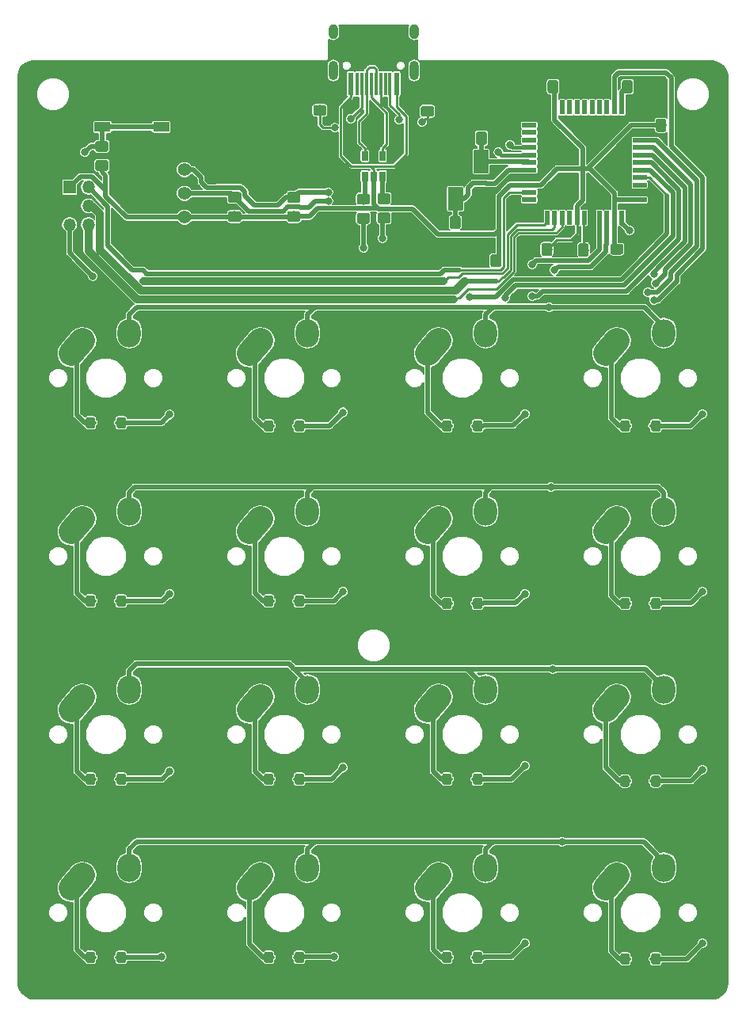
<source format=gbr>
G04 #@! TF.GenerationSoftware,KiCad,Pcbnew,(5.0.2)-1*
G04 #@! TF.CreationDate,2019-10-12T18:51:29+05:30*
G04 #@! TF.ProjectId,steambud_htswp,73746561-6d62-4756-945f-68747377702e,rev?*
G04 #@! TF.SameCoordinates,Original*
G04 #@! TF.FileFunction,Copper,L2,Bot*
G04 #@! TF.FilePolarity,Positive*
%FSLAX46Y46*%
G04 Gerber Fmt 4.6, Leading zero omitted, Abs format (unit mm)*
G04 Created by KiCad (PCBNEW (5.0.2)-1) date 10/12/2019 6:51:29 PM*
%MOMM*%
%LPD*%
G01*
G04 APERTURE LIST*
G04 #@! TA.AperFunction,ViaPad*
%ADD10C,0.600000*%
G04 #@! TD*
G04 #@! TA.AperFunction,ComponentPad*
%ADD11O,2.500000X3.000000*%
G04 #@! TD*
G04 #@! TA.AperFunction,SMDPad,CuDef*
%ADD12C,2.700000*%
G04 #@! TD*
G04 #@! TA.AperFunction,Conductor*
%ADD13C,2.700000*%
G04 #@! TD*
G04 #@! TA.AperFunction,ComponentPad*
%ADD14C,2.500000*%
G04 #@! TD*
G04 #@! TA.AperFunction,ComponentPad*
%ADD15O,1.000000X1.600000*%
G04 #@! TD*
G04 #@! TA.AperFunction,ComponentPad*
%ADD16O,1.000000X2.100000*%
G04 #@! TD*
G04 #@! TA.AperFunction,SMDPad,CuDef*
%ADD17R,0.300000X2.450000*%
G04 #@! TD*
G04 #@! TA.AperFunction,SMDPad,CuDef*
%ADD18R,0.600000X2.450000*%
G04 #@! TD*
G04 #@! TA.AperFunction,Conductor*
%ADD19C,0.100000*%
G04 #@! TD*
G04 #@! TA.AperFunction,SMDPad,CuDef*
%ADD20C,1.150000*%
G04 #@! TD*
G04 #@! TA.AperFunction,SMDPad,CuDef*
%ADD21R,0.500000X1.500000*%
G04 #@! TD*
G04 #@! TA.AperFunction,SMDPad,CuDef*
%ADD22R,1.500000X0.500000*%
G04 #@! TD*
G04 #@! TA.AperFunction,ComponentPad*
%ADD23C,1.397000*%
G04 #@! TD*
G04 #@! TA.AperFunction,SMDPad,CuDef*
%ADD24R,0.650000X1.060000*%
G04 #@! TD*
G04 #@! TA.AperFunction,ComponentPad*
%ADD25R,1.350000X1.350000*%
G04 #@! TD*
G04 #@! TA.AperFunction,ComponentPad*
%ADD26O,1.350000X1.350000*%
G04 #@! TD*
G04 #@! TA.AperFunction,SMDPad,CuDef*
%ADD27C,1.600000*%
G04 #@! TD*
G04 #@! TA.AperFunction,SMDPad,CuDef*
%ADD28R,1.700000X1.000000*%
G04 #@! TD*
G04 #@! TA.AperFunction,SMDPad,CuDef*
%ADD29C,1.000000*%
G04 #@! TD*
G04 #@! TA.AperFunction,ViaPad*
%ADD30C,0.800000*%
G04 #@! TD*
G04 #@! TA.AperFunction,Conductor*
%ADD31C,0.508000*%
G04 #@! TD*
G04 #@! TA.AperFunction,Conductor*
%ADD32C,0.250000*%
G04 #@! TD*
G04 #@! TA.AperFunction,Conductor*
%ADD33C,0.381000*%
G04 #@! TD*
G04 #@! TA.AperFunction,Conductor*
%ADD34C,0.812800*%
G04 #@! TD*
G04 #@! TA.AperFunction,Conductor*
%ADD35C,0.254000*%
G04 #@! TD*
G04 #@! TA.AperFunction,Conductor*
%ADD36C,0.130000*%
G04 #@! TD*
G04 APERTURE END LIST*
D10*
G04 #@! TO.N,GND*
G04 #@! TO.C,REF\002A\002A*
X91800000Y-48400000D03*
G04 #@! TD*
G04 #@! TO.N,GND*
G04 #@! TO.C,REF\002A\002A*
X102600000Y-33800000D03*
G04 #@! TD*
G04 #@! TO.N,GND*
G04 #@! TO.C,REF\002A\002A*
X100000000Y-30600000D03*
G04 #@! TD*
G04 #@! TO.N,GND*
G04 #@! TO.C,REF\002A\002A*
X100200000Y-37800000D03*
G04 #@! TD*
G04 #@! TO.N,GND*
G04 #@! TO.C,REF\002A\002A*
X78800000Y-33000000D03*
G04 #@! TD*
G04 #@! TO.N,GND*
G04 #@! TO.C,REF\002A\002A*
X73800000Y-33000000D03*
G04 #@! TD*
G04 #@! TO.N,GND*
G04 #@! TO.C,REF\002A\002A*
X85000000Y-43000000D03*
G04 #@! TD*
G04 #@! TO.N,GND*
G04 #@! TO.C,REF\002A\002A*
X96625000Y-43450000D03*
G04 #@! TD*
G04 #@! TO.N,GND*
G04 #@! TO.C,REF\002A\002A*
X92800000Y-43400000D03*
G04 #@! TD*
D11*
G04 #@! TO.P,SW12,1*
G04 #@! TO.N,/ROW1*
X88225000Y-71400000D03*
D12*
G04 #@! TO.P,SW12,2*
G04 #@! TO.N,Net-(D12-Pad2)*
X82625000Y-72900000D03*
D13*
G04 #@! TD*
G04 #@! TO.N,Net-(D12-Pad2)*
G04 #@! TO.C,SW12*
X83215453Y-72220761D02*
X82034547Y-73579239D01*
D14*
G04 #@! TO.P,SW12,2*
G04 #@! TO.N,Net-(D12-Pad2)*
X82025000Y-73600000D03*
X83225000Y-72200000D03*
G04 #@! TD*
G04 #@! TO.P,SW0,2*
G04 #@! TO.N,Net-(D0-Pad2)*
X45125000Y-53150000D03*
X43925000Y-54550000D03*
D12*
X44525000Y-53850000D03*
D13*
G04 #@! TD*
G04 #@! TO.N,Net-(D0-Pad2)*
G04 #@! TO.C,SW0*
X45115453Y-53170761D02*
X43934547Y-54529239D01*
D11*
G04 #@! TO.P,SW0,1*
G04 #@! TO.N,/ROW0*
X50125000Y-52350000D03*
G04 #@! TD*
G04 #@! TO.P,SW20,1*
G04 #@! TO.N,/ROW2*
X50125000Y-90450000D03*
D12*
G04 #@! TO.P,SW20,2*
G04 #@! TO.N,Net-(D20-Pad2)*
X44525000Y-91950000D03*
D13*
G04 #@! TD*
G04 #@! TO.N,Net-(D20-Pad2)*
G04 #@! TO.C,SW20*
X45115453Y-91270761D02*
X43934547Y-92629239D01*
D14*
G04 #@! TO.P,SW20,2*
G04 #@! TO.N,Net-(D20-Pad2)*
X43925000Y-92650000D03*
X45125000Y-91250000D03*
G04 #@! TD*
G04 #@! TO.P,SW11,2*
G04 #@! TO.N,Net-(D11-Pad2)*
X64175000Y-72200000D03*
X62975000Y-73600000D03*
D12*
X63575000Y-72900000D03*
D13*
G04 #@! TD*
G04 #@! TO.N,Net-(D11-Pad2)*
G04 #@! TO.C,SW11*
X64165453Y-72220761D02*
X62984547Y-73579239D01*
D11*
G04 #@! TO.P,SW11,1*
G04 #@! TO.N,/ROW1*
X69175000Y-71400000D03*
G04 #@! TD*
G04 #@! TO.P,SW23,1*
G04 #@! TO.N,/ROW2*
X107275000Y-90450000D03*
D12*
G04 #@! TO.P,SW23,2*
G04 #@! TO.N,Net-(D23-Pad2)*
X101675000Y-91950000D03*
D13*
G04 #@! TD*
G04 #@! TO.N,Net-(D23-Pad2)*
G04 #@! TO.C,SW23*
X102265453Y-91270761D02*
X101084547Y-92629239D01*
D14*
G04 #@! TO.P,SW23,2*
G04 #@! TO.N,Net-(D23-Pad2)*
X101075000Y-92650000D03*
X102275000Y-91250000D03*
G04 #@! TD*
G04 #@! TO.P,SW1,2*
G04 #@! TO.N,Net-(D1-Pad2)*
X64175000Y-53150000D03*
X62975000Y-54550000D03*
D12*
X63575000Y-53850000D03*
D13*
G04 #@! TD*
G04 #@! TO.N,Net-(D1-Pad2)*
G04 #@! TO.C,SW1*
X64165453Y-53170761D02*
X62984547Y-54529239D01*
D11*
G04 #@! TO.P,SW1,1*
G04 #@! TO.N,/ROW0*
X69175000Y-52350000D03*
G04 #@! TD*
D15*
G04 #@! TO.P,USB1,13*
G04 #@! TO.N,Net-(USB1-Pad13)*
X80570000Y-20100000D03*
X71930000Y-20100000D03*
D16*
X80570000Y-24280000D03*
X71930000Y-24280000D03*
D17*
G04 #@! TO.P,USB1,6*
G04 #@! TO.N,/D_IN_P*
X76000000Y-25695000D03*
G04 #@! TO.P,USB1,7*
G04 #@! TO.N,/D_IN_N*
X76500000Y-25695000D03*
G04 #@! TO.P,USB1,8*
G04 #@! TO.N,/D_IN_P*
X77000000Y-25695000D03*
G04 #@! TO.P,USB1,5*
G04 #@! TO.N,/D_IN_N*
X75500000Y-25695000D03*
G04 #@! TO.P,USB1,9*
G04 #@! TO.N,Net-(USB1-Pad9)*
X77500000Y-25695000D03*
G04 #@! TO.P,USB1,4*
G04 #@! TO.N,/CC1*
X75000000Y-25695000D03*
G04 #@! TO.P,USB1,10*
G04 #@! TO.N,/CC2*
X78000000Y-25695000D03*
G04 #@! TO.P,USB1,3*
G04 #@! TO.N,Net-(USB1-Pad3)*
X74500000Y-25695000D03*
D18*
G04 #@! TO.P,USB1,2*
G04 #@! TO.N,VCC*
X73800000Y-25695000D03*
G04 #@! TO.P,USB1,11*
X78700000Y-25695000D03*
G04 #@! TO.P,USB1,1*
G04 #@! TO.N,GND*
X73025000Y-25695000D03*
G04 #@! TO.P,USB1,12*
X79475000Y-25695000D03*
G04 #@! TD*
D19*
G04 #@! TO.N,GND*
G04 #@! TO.C,C1*
G36*
X87374505Y-39801204D02*
X87398773Y-39804804D01*
X87422572Y-39810765D01*
X87445671Y-39819030D01*
X87467850Y-39829520D01*
X87488893Y-39842132D01*
X87508599Y-39856747D01*
X87526777Y-39873223D01*
X87543253Y-39891401D01*
X87557868Y-39911107D01*
X87570480Y-39932150D01*
X87580970Y-39954329D01*
X87589235Y-39977428D01*
X87595196Y-40001227D01*
X87598796Y-40025495D01*
X87600000Y-40049999D01*
X87600000Y-40950001D01*
X87598796Y-40974505D01*
X87595196Y-40998773D01*
X87589235Y-41022572D01*
X87580970Y-41045671D01*
X87570480Y-41067850D01*
X87557868Y-41088893D01*
X87543253Y-41108599D01*
X87526777Y-41126777D01*
X87508599Y-41143253D01*
X87488893Y-41157868D01*
X87467850Y-41170480D01*
X87445671Y-41180970D01*
X87422572Y-41189235D01*
X87398773Y-41195196D01*
X87374505Y-41198796D01*
X87350001Y-41200000D01*
X86699999Y-41200000D01*
X86675495Y-41198796D01*
X86651227Y-41195196D01*
X86627428Y-41189235D01*
X86604329Y-41180970D01*
X86582150Y-41170480D01*
X86561107Y-41157868D01*
X86541401Y-41143253D01*
X86523223Y-41126777D01*
X86506747Y-41108599D01*
X86492132Y-41088893D01*
X86479520Y-41067850D01*
X86469030Y-41045671D01*
X86460765Y-41022572D01*
X86454804Y-40998773D01*
X86451204Y-40974505D01*
X86450000Y-40950001D01*
X86450000Y-40049999D01*
X86451204Y-40025495D01*
X86454804Y-40001227D01*
X86460765Y-39977428D01*
X86469030Y-39954329D01*
X86479520Y-39932150D01*
X86492132Y-39911107D01*
X86506747Y-39891401D01*
X86523223Y-39873223D01*
X86541401Y-39856747D01*
X86561107Y-39842132D01*
X86582150Y-39829520D01*
X86604329Y-39819030D01*
X86627428Y-39810765D01*
X86651227Y-39804804D01*
X86675495Y-39801204D01*
X86699999Y-39800000D01*
X87350001Y-39800000D01*
X87374505Y-39801204D01*
X87374505Y-39801204D01*
G37*
D20*
G04 #@! TD*
G04 #@! TO.P,C1,2*
G04 #@! TO.N,GND*
X87025000Y-40500000D03*
D19*
G04 #@! TO.N,Net-(C1-Pad1)*
G04 #@! TO.C,C1*
G36*
X85324505Y-39801204D02*
X85348773Y-39804804D01*
X85372572Y-39810765D01*
X85395671Y-39819030D01*
X85417850Y-39829520D01*
X85438893Y-39842132D01*
X85458599Y-39856747D01*
X85476777Y-39873223D01*
X85493253Y-39891401D01*
X85507868Y-39911107D01*
X85520480Y-39932150D01*
X85530970Y-39954329D01*
X85539235Y-39977428D01*
X85545196Y-40001227D01*
X85548796Y-40025495D01*
X85550000Y-40049999D01*
X85550000Y-40950001D01*
X85548796Y-40974505D01*
X85545196Y-40998773D01*
X85539235Y-41022572D01*
X85530970Y-41045671D01*
X85520480Y-41067850D01*
X85507868Y-41088893D01*
X85493253Y-41108599D01*
X85476777Y-41126777D01*
X85458599Y-41143253D01*
X85438893Y-41157868D01*
X85417850Y-41170480D01*
X85395671Y-41180970D01*
X85372572Y-41189235D01*
X85348773Y-41195196D01*
X85324505Y-41198796D01*
X85300001Y-41200000D01*
X84649999Y-41200000D01*
X84625495Y-41198796D01*
X84601227Y-41195196D01*
X84577428Y-41189235D01*
X84554329Y-41180970D01*
X84532150Y-41170480D01*
X84511107Y-41157868D01*
X84491401Y-41143253D01*
X84473223Y-41126777D01*
X84456747Y-41108599D01*
X84442132Y-41088893D01*
X84429520Y-41067850D01*
X84419030Y-41045671D01*
X84410765Y-41022572D01*
X84404804Y-40998773D01*
X84401204Y-40974505D01*
X84400000Y-40950001D01*
X84400000Y-40049999D01*
X84401204Y-40025495D01*
X84404804Y-40001227D01*
X84410765Y-39977428D01*
X84419030Y-39954329D01*
X84429520Y-39932150D01*
X84442132Y-39911107D01*
X84456747Y-39891401D01*
X84473223Y-39873223D01*
X84491401Y-39856747D01*
X84511107Y-39842132D01*
X84532150Y-39829520D01*
X84554329Y-39819030D01*
X84577428Y-39810765D01*
X84601227Y-39804804D01*
X84625495Y-39801204D01*
X84649999Y-39800000D01*
X85300001Y-39800000D01*
X85324505Y-39801204D01*
X85324505Y-39801204D01*
G37*
D20*
G04 #@! TD*
G04 #@! TO.P,C1,1*
G04 #@! TO.N,Net-(C1-Pad1)*
X84975000Y-40500000D03*
D19*
G04 #@! TO.N,Net-(C2-Pad1)*
G04 #@! TO.C,C2*
G36*
X88124505Y-30801204D02*
X88148773Y-30804804D01*
X88172572Y-30810765D01*
X88195671Y-30819030D01*
X88217850Y-30829520D01*
X88238893Y-30842132D01*
X88258599Y-30856747D01*
X88276777Y-30873223D01*
X88293253Y-30891401D01*
X88307868Y-30911107D01*
X88320480Y-30932150D01*
X88330970Y-30954329D01*
X88339235Y-30977428D01*
X88345196Y-31001227D01*
X88348796Y-31025495D01*
X88350000Y-31049999D01*
X88350000Y-31950001D01*
X88348796Y-31974505D01*
X88345196Y-31998773D01*
X88339235Y-32022572D01*
X88330970Y-32045671D01*
X88320480Y-32067850D01*
X88307868Y-32088893D01*
X88293253Y-32108599D01*
X88276777Y-32126777D01*
X88258599Y-32143253D01*
X88238893Y-32157868D01*
X88217850Y-32170480D01*
X88195671Y-32180970D01*
X88172572Y-32189235D01*
X88148773Y-32195196D01*
X88124505Y-32198796D01*
X88100001Y-32200000D01*
X87449999Y-32200000D01*
X87425495Y-32198796D01*
X87401227Y-32195196D01*
X87377428Y-32189235D01*
X87354329Y-32180970D01*
X87332150Y-32170480D01*
X87311107Y-32157868D01*
X87291401Y-32143253D01*
X87273223Y-32126777D01*
X87256747Y-32108599D01*
X87242132Y-32088893D01*
X87229520Y-32067850D01*
X87219030Y-32045671D01*
X87210765Y-32022572D01*
X87204804Y-31998773D01*
X87201204Y-31974505D01*
X87200000Y-31950001D01*
X87200000Y-31049999D01*
X87201204Y-31025495D01*
X87204804Y-31001227D01*
X87210765Y-30977428D01*
X87219030Y-30954329D01*
X87229520Y-30932150D01*
X87242132Y-30911107D01*
X87256747Y-30891401D01*
X87273223Y-30873223D01*
X87291401Y-30856747D01*
X87311107Y-30842132D01*
X87332150Y-30829520D01*
X87354329Y-30819030D01*
X87377428Y-30810765D01*
X87401227Y-30804804D01*
X87425495Y-30801204D01*
X87449999Y-30800000D01*
X88100001Y-30800000D01*
X88124505Y-30801204D01*
X88124505Y-30801204D01*
G37*
D20*
G04 #@! TD*
G04 #@! TO.P,C2,1*
G04 #@! TO.N,Net-(C2-Pad1)*
X87775000Y-31500000D03*
D19*
G04 #@! TO.N,GND*
G04 #@! TO.C,C2*
G36*
X86074505Y-30801204D02*
X86098773Y-30804804D01*
X86122572Y-30810765D01*
X86145671Y-30819030D01*
X86167850Y-30829520D01*
X86188893Y-30842132D01*
X86208599Y-30856747D01*
X86226777Y-30873223D01*
X86243253Y-30891401D01*
X86257868Y-30911107D01*
X86270480Y-30932150D01*
X86280970Y-30954329D01*
X86289235Y-30977428D01*
X86295196Y-31001227D01*
X86298796Y-31025495D01*
X86300000Y-31049999D01*
X86300000Y-31950001D01*
X86298796Y-31974505D01*
X86295196Y-31998773D01*
X86289235Y-32022572D01*
X86280970Y-32045671D01*
X86270480Y-32067850D01*
X86257868Y-32088893D01*
X86243253Y-32108599D01*
X86226777Y-32126777D01*
X86208599Y-32143253D01*
X86188893Y-32157868D01*
X86167850Y-32170480D01*
X86145671Y-32180970D01*
X86122572Y-32189235D01*
X86098773Y-32195196D01*
X86074505Y-32198796D01*
X86050001Y-32200000D01*
X85399999Y-32200000D01*
X85375495Y-32198796D01*
X85351227Y-32195196D01*
X85327428Y-32189235D01*
X85304329Y-32180970D01*
X85282150Y-32170480D01*
X85261107Y-32157868D01*
X85241401Y-32143253D01*
X85223223Y-32126777D01*
X85206747Y-32108599D01*
X85192132Y-32088893D01*
X85179520Y-32067850D01*
X85169030Y-32045671D01*
X85160765Y-32022572D01*
X85154804Y-31998773D01*
X85151204Y-31974505D01*
X85150000Y-31950001D01*
X85150000Y-31049999D01*
X85151204Y-31025495D01*
X85154804Y-31001227D01*
X85160765Y-30977428D01*
X85169030Y-30954329D01*
X85179520Y-30932150D01*
X85192132Y-30911107D01*
X85206747Y-30891401D01*
X85223223Y-30873223D01*
X85241401Y-30856747D01*
X85261107Y-30842132D01*
X85282150Y-30829520D01*
X85304329Y-30819030D01*
X85327428Y-30810765D01*
X85351227Y-30804804D01*
X85375495Y-30801204D01*
X85399999Y-30800000D01*
X86050001Y-30800000D01*
X86074505Y-30801204D01*
X86074505Y-30801204D01*
G37*
D20*
G04 #@! TD*
G04 #@! TO.P,C2,2*
G04 #@! TO.N,GND*
X85725000Y-31500000D03*
D19*
G04 #@! TO.N,GND*
G04 #@! TO.C,C3*
G36*
X87624505Y-43901204D02*
X87648773Y-43904804D01*
X87672572Y-43910765D01*
X87695671Y-43919030D01*
X87717850Y-43929520D01*
X87738893Y-43942132D01*
X87758599Y-43956747D01*
X87776777Y-43973223D01*
X87793253Y-43991401D01*
X87807868Y-44011107D01*
X87820480Y-44032150D01*
X87830970Y-44054329D01*
X87839235Y-44077428D01*
X87845196Y-44101227D01*
X87848796Y-44125495D01*
X87850000Y-44149999D01*
X87850000Y-45050001D01*
X87848796Y-45074505D01*
X87845196Y-45098773D01*
X87839235Y-45122572D01*
X87830970Y-45145671D01*
X87820480Y-45167850D01*
X87807868Y-45188893D01*
X87793253Y-45208599D01*
X87776777Y-45226777D01*
X87758599Y-45243253D01*
X87738893Y-45257868D01*
X87717850Y-45270480D01*
X87695671Y-45280970D01*
X87672572Y-45289235D01*
X87648773Y-45295196D01*
X87624505Y-45298796D01*
X87600001Y-45300000D01*
X86949999Y-45300000D01*
X86925495Y-45298796D01*
X86901227Y-45295196D01*
X86877428Y-45289235D01*
X86854329Y-45280970D01*
X86832150Y-45270480D01*
X86811107Y-45257868D01*
X86791401Y-45243253D01*
X86773223Y-45226777D01*
X86756747Y-45208599D01*
X86742132Y-45188893D01*
X86729520Y-45167850D01*
X86719030Y-45145671D01*
X86710765Y-45122572D01*
X86704804Y-45098773D01*
X86701204Y-45074505D01*
X86700000Y-45050001D01*
X86700000Y-44149999D01*
X86701204Y-44125495D01*
X86704804Y-44101227D01*
X86710765Y-44077428D01*
X86719030Y-44054329D01*
X86729520Y-44032150D01*
X86742132Y-44011107D01*
X86756747Y-43991401D01*
X86773223Y-43973223D01*
X86791401Y-43956747D01*
X86811107Y-43942132D01*
X86832150Y-43929520D01*
X86854329Y-43919030D01*
X86877428Y-43910765D01*
X86901227Y-43904804D01*
X86925495Y-43901204D01*
X86949999Y-43900000D01*
X87600001Y-43900000D01*
X87624505Y-43901204D01*
X87624505Y-43901204D01*
G37*
D20*
G04 #@! TD*
G04 #@! TO.P,C3,2*
G04 #@! TO.N,GND*
X87275000Y-44600000D03*
D19*
G04 #@! TO.N,VCC*
G04 #@! TO.C,C3*
G36*
X89674505Y-43901204D02*
X89698773Y-43904804D01*
X89722572Y-43910765D01*
X89745671Y-43919030D01*
X89767850Y-43929520D01*
X89788893Y-43942132D01*
X89808599Y-43956747D01*
X89826777Y-43973223D01*
X89843253Y-43991401D01*
X89857868Y-44011107D01*
X89870480Y-44032150D01*
X89880970Y-44054329D01*
X89889235Y-44077428D01*
X89895196Y-44101227D01*
X89898796Y-44125495D01*
X89900000Y-44149999D01*
X89900000Y-45050001D01*
X89898796Y-45074505D01*
X89895196Y-45098773D01*
X89889235Y-45122572D01*
X89880970Y-45145671D01*
X89870480Y-45167850D01*
X89857868Y-45188893D01*
X89843253Y-45208599D01*
X89826777Y-45226777D01*
X89808599Y-45243253D01*
X89788893Y-45257868D01*
X89767850Y-45270480D01*
X89745671Y-45280970D01*
X89722572Y-45289235D01*
X89698773Y-45295196D01*
X89674505Y-45298796D01*
X89650001Y-45300000D01*
X88999999Y-45300000D01*
X88975495Y-45298796D01*
X88951227Y-45295196D01*
X88927428Y-45289235D01*
X88904329Y-45280970D01*
X88882150Y-45270480D01*
X88861107Y-45257868D01*
X88841401Y-45243253D01*
X88823223Y-45226777D01*
X88806747Y-45208599D01*
X88792132Y-45188893D01*
X88779520Y-45167850D01*
X88769030Y-45145671D01*
X88760765Y-45122572D01*
X88754804Y-45098773D01*
X88751204Y-45074505D01*
X88750000Y-45050001D01*
X88750000Y-44149999D01*
X88751204Y-44125495D01*
X88754804Y-44101227D01*
X88760765Y-44077428D01*
X88769030Y-44054329D01*
X88779520Y-44032150D01*
X88792132Y-44011107D01*
X88806747Y-43991401D01*
X88823223Y-43973223D01*
X88841401Y-43956747D01*
X88861107Y-43942132D01*
X88882150Y-43929520D01*
X88904329Y-43919030D01*
X88927428Y-43910765D01*
X88951227Y-43904804D01*
X88975495Y-43901204D01*
X88999999Y-43900000D01*
X89650001Y-43900000D01*
X89674505Y-43901204D01*
X89674505Y-43901204D01*
G37*
D20*
G04 #@! TD*
G04 #@! TO.P,C3,1*
G04 #@! TO.N,VCC*
X89325000Y-44600000D03*
D19*
G04 #@! TO.N,VCC*
G04 #@! TO.C,C4*
G36*
X95124505Y-42701204D02*
X95148773Y-42704804D01*
X95172572Y-42710765D01*
X95195671Y-42719030D01*
X95217850Y-42729520D01*
X95238893Y-42742132D01*
X95258599Y-42756747D01*
X95276777Y-42773223D01*
X95293253Y-42791401D01*
X95307868Y-42811107D01*
X95320480Y-42832150D01*
X95330970Y-42854329D01*
X95339235Y-42877428D01*
X95345196Y-42901227D01*
X95348796Y-42925495D01*
X95350000Y-42949999D01*
X95350000Y-43850001D01*
X95348796Y-43874505D01*
X95345196Y-43898773D01*
X95339235Y-43922572D01*
X95330970Y-43945671D01*
X95320480Y-43967850D01*
X95307868Y-43988893D01*
X95293253Y-44008599D01*
X95276777Y-44026777D01*
X95258599Y-44043253D01*
X95238893Y-44057868D01*
X95217850Y-44070480D01*
X95195671Y-44080970D01*
X95172572Y-44089235D01*
X95148773Y-44095196D01*
X95124505Y-44098796D01*
X95100001Y-44100000D01*
X94449999Y-44100000D01*
X94425495Y-44098796D01*
X94401227Y-44095196D01*
X94377428Y-44089235D01*
X94354329Y-44080970D01*
X94332150Y-44070480D01*
X94311107Y-44057868D01*
X94291401Y-44043253D01*
X94273223Y-44026777D01*
X94256747Y-44008599D01*
X94242132Y-43988893D01*
X94229520Y-43967850D01*
X94219030Y-43945671D01*
X94210765Y-43922572D01*
X94204804Y-43898773D01*
X94201204Y-43874505D01*
X94200000Y-43850001D01*
X94200000Y-42949999D01*
X94201204Y-42925495D01*
X94204804Y-42901227D01*
X94210765Y-42877428D01*
X94219030Y-42854329D01*
X94229520Y-42832150D01*
X94242132Y-42811107D01*
X94256747Y-42791401D01*
X94273223Y-42773223D01*
X94291401Y-42756747D01*
X94311107Y-42742132D01*
X94332150Y-42729520D01*
X94354329Y-42719030D01*
X94377428Y-42710765D01*
X94401227Y-42704804D01*
X94425495Y-42701204D01*
X94449999Y-42700000D01*
X95100001Y-42700000D01*
X95124505Y-42701204D01*
X95124505Y-42701204D01*
G37*
D20*
G04 #@! TD*
G04 #@! TO.P,C4,1*
G04 #@! TO.N,VCC*
X94775000Y-43400000D03*
D19*
G04 #@! TO.N,GND*
G04 #@! TO.C,C4*
G36*
X93074505Y-42701204D02*
X93098773Y-42704804D01*
X93122572Y-42710765D01*
X93145671Y-42719030D01*
X93167850Y-42729520D01*
X93188893Y-42742132D01*
X93208599Y-42756747D01*
X93226777Y-42773223D01*
X93243253Y-42791401D01*
X93257868Y-42811107D01*
X93270480Y-42832150D01*
X93280970Y-42854329D01*
X93289235Y-42877428D01*
X93295196Y-42901227D01*
X93298796Y-42925495D01*
X93300000Y-42949999D01*
X93300000Y-43850001D01*
X93298796Y-43874505D01*
X93295196Y-43898773D01*
X93289235Y-43922572D01*
X93280970Y-43945671D01*
X93270480Y-43967850D01*
X93257868Y-43988893D01*
X93243253Y-44008599D01*
X93226777Y-44026777D01*
X93208599Y-44043253D01*
X93188893Y-44057868D01*
X93167850Y-44070480D01*
X93145671Y-44080970D01*
X93122572Y-44089235D01*
X93098773Y-44095196D01*
X93074505Y-44098796D01*
X93050001Y-44100000D01*
X92399999Y-44100000D01*
X92375495Y-44098796D01*
X92351227Y-44095196D01*
X92327428Y-44089235D01*
X92304329Y-44080970D01*
X92282150Y-44070480D01*
X92261107Y-44057868D01*
X92241401Y-44043253D01*
X92223223Y-44026777D01*
X92206747Y-44008599D01*
X92192132Y-43988893D01*
X92179520Y-43967850D01*
X92169030Y-43945671D01*
X92160765Y-43922572D01*
X92154804Y-43898773D01*
X92151204Y-43874505D01*
X92150000Y-43850001D01*
X92150000Y-42949999D01*
X92151204Y-42925495D01*
X92154804Y-42901227D01*
X92160765Y-42877428D01*
X92169030Y-42854329D01*
X92179520Y-42832150D01*
X92192132Y-42811107D01*
X92206747Y-42791401D01*
X92223223Y-42773223D01*
X92241401Y-42756747D01*
X92261107Y-42742132D01*
X92282150Y-42729520D01*
X92304329Y-42719030D01*
X92327428Y-42710765D01*
X92351227Y-42704804D01*
X92375495Y-42701204D01*
X92399999Y-42700000D01*
X93050001Y-42700000D01*
X93074505Y-42701204D01*
X93074505Y-42701204D01*
G37*
D20*
G04 #@! TD*
G04 #@! TO.P,C4,2*
G04 #@! TO.N,GND*
X92725000Y-43400000D03*
D19*
G04 #@! TO.N,GND*
G04 #@! TO.C,C7*
G36*
X102724505Y-44851204D02*
X102748773Y-44854804D01*
X102772572Y-44860765D01*
X102795671Y-44869030D01*
X102817850Y-44879520D01*
X102838893Y-44892132D01*
X102858599Y-44906747D01*
X102876777Y-44923223D01*
X102893253Y-44941401D01*
X102907868Y-44961107D01*
X102920480Y-44982150D01*
X102930970Y-45004329D01*
X102939235Y-45027428D01*
X102945196Y-45051227D01*
X102948796Y-45075495D01*
X102950000Y-45099999D01*
X102950000Y-45750001D01*
X102948796Y-45774505D01*
X102945196Y-45798773D01*
X102939235Y-45822572D01*
X102930970Y-45845671D01*
X102920480Y-45867850D01*
X102907868Y-45888893D01*
X102893253Y-45908599D01*
X102876777Y-45926777D01*
X102858599Y-45943253D01*
X102838893Y-45957868D01*
X102817850Y-45970480D01*
X102795671Y-45980970D01*
X102772572Y-45989235D01*
X102748773Y-45995196D01*
X102724505Y-45998796D01*
X102700001Y-46000000D01*
X101799999Y-46000000D01*
X101775495Y-45998796D01*
X101751227Y-45995196D01*
X101727428Y-45989235D01*
X101704329Y-45980970D01*
X101682150Y-45970480D01*
X101661107Y-45957868D01*
X101641401Y-45943253D01*
X101623223Y-45926777D01*
X101606747Y-45908599D01*
X101592132Y-45888893D01*
X101579520Y-45867850D01*
X101569030Y-45845671D01*
X101560765Y-45822572D01*
X101554804Y-45798773D01*
X101551204Y-45774505D01*
X101550000Y-45750001D01*
X101550000Y-45099999D01*
X101551204Y-45075495D01*
X101554804Y-45051227D01*
X101560765Y-45027428D01*
X101569030Y-45004329D01*
X101579520Y-44982150D01*
X101592132Y-44961107D01*
X101606747Y-44941401D01*
X101623223Y-44923223D01*
X101641401Y-44906747D01*
X101661107Y-44892132D01*
X101682150Y-44879520D01*
X101704329Y-44869030D01*
X101727428Y-44860765D01*
X101751227Y-44854804D01*
X101775495Y-44851204D01*
X101799999Y-44850000D01*
X102700001Y-44850000D01*
X102724505Y-44851204D01*
X102724505Y-44851204D01*
G37*
D20*
G04 #@! TD*
G04 #@! TO.P,C7,2*
G04 #@! TO.N,GND*
X102250000Y-45425000D03*
D19*
G04 #@! TO.N,VCC*
G04 #@! TO.C,C7*
G36*
X102724505Y-42801204D02*
X102748773Y-42804804D01*
X102772572Y-42810765D01*
X102795671Y-42819030D01*
X102817850Y-42829520D01*
X102838893Y-42842132D01*
X102858599Y-42856747D01*
X102876777Y-42873223D01*
X102893253Y-42891401D01*
X102907868Y-42911107D01*
X102920480Y-42932150D01*
X102930970Y-42954329D01*
X102939235Y-42977428D01*
X102945196Y-43001227D01*
X102948796Y-43025495D01*
X102950000Y-43049999D01*
X102950000Y-43700001D01*
X102948796Y-43724505D01*
X102945196Y-43748773D01*
X102939235Y-43772572D01*
X102930970Y-43795671D01*
X102920480Y-43817850D01*
X102907868Y-43838893D01*
X102893253Y-43858599D01*
X102876777Y-43876777D01*
X102858599Y-43893253D01*
X102838893Y-43907868D01*
X102817850Y-43920480D01*
X102795671Y-43930970D01*
X102772572Y-43939235D01*
X102748773Y-43945196D01*
X102724505Y-43948796D01*
X102700001Y-43950000D01*
X101799999Y-43950000D01*
X101775495Y-43948796D01*
X101751227Y-43945196D01*
X101727428Y-43939235D01*
X101704329Y-43930970D01*
X101682150Y-43920480D01*
X101661107Y-43907868D01*
X101641401Y-43893253D01*
X101623223Y-43876777D01*
X101606747Y-43858599D01*
X101592132Y-43838893D01*
X101579520Y-43817850D01*
X101569030Y-43795671D01*
X101560765Y-43772572D01*
X101554804Y-43748773D01*
X101551204Y-43724505D01*
X101550000Y-43700001D01*
X101550000Y-43049999D01*
X101551204Y-43025495D01*
X101554804Y-43001227D01*
X101560765Y-42977428D01*
X101569030Y-42954329D01*
X101579520Y-42932150D01*
X101592132Y-42911107D01*
X101606747Y-42891401D01*
X101623223Y-42873223D01*
X101641401Y-42856747D01*
X101661107Y-42842132D01*
X101682150Y-42829520D01*
X101704329Y-42819030D01*
X101727428Y-42810765D01*
X101751227Y-42804804D01*
X101775495Y-42801204D01*
X101799999Y-42800000D01*
X102700001Y-42800000D01*
X102724505Y-42801204D01*
X102724505Y-42801204D01*
G37*
D20*
G04 #@! TD*
G04 #@! TO.P,C7,1*
G04 #@! TO.N,VCC*
X102250000Y-43375000D03*
D19*
G04 #@! TO.N,Net-(C8-Pad1)*
G04 #@! TO.C,C8*
G36*
X99024505Y-42751204D02*
X99048773Y-42754804D01*
X99072572Y-42760765D01*
X99095671Y-42769030D01*
X99117850Y-42779520D01*
X99138893Y-42792132D01*
X99158599Y-42806747D01*
X99176777Y-42823223D01*
X99193253Y-42841401D01*
X99207868Y-42861107D01*
X99220480Y-42882150D01*
X99230970Y-42904329D01*
X99239235Y-42927428D01*
X99245196Y-42951227D01*
X99248796Y-42975495D01*
X99250000Y-42999999D01*
X99250000Y-43900001D01*
X99248796Y-43924505D01*
X99245196Y-43948773D01*
X99239235Y-43972572D01*
X99230970Y-43995671D01*
X99220480Y-44017850D01*
X99207868Y-44038893D01*
X99193253Y-44058599D01*
X99176777Y-44076777D01*
X99158599Y-44093253D01*
X99138893Y-44107868D01*
X99117850Y-44120480D01*
X99095671Y-44130970D01*
X99072572Y-44139235D01*
X99048773Y-44145196D01*
X99024505Y-44148796D01*
X99000001Y-44150000D01*
X98349999Y-44150000D01*
X98325495Y-44148796D01*
X98301227Y-44145196D01*
X98277428Y-44139235D01*
X98254329Y-44130970D01*
X98232150Y-44120480D01*
X98211107Y-44107868D01*
X98191401Y-44093253D01*
X98173223Y-44076777D01*
X98156747Y-44058599D01*
X98142132Y-44038893D01*
X98129520Y-44017850D01*
X98119030Y-43995671D01*
X98110765Y-43972572D01*
X98104804Y-43948773D01*
X98101204Y-43924505D01*
X98100000Y-43900001D01*
X98100000Y-42999999D01*
X98101204Y-42975495D01*
X98104804Y-42951227D01*
X98110765Y-42927428D01*
X98119030Y-42904329D01*
X98129520Y-42882150D01*
X98142132Y-42861107D01*
X98156747Y-42841401D01*
X98173223Y-42823223D01*
X98191401Y-42806747D01*
X98211107Y-42792132D01*
X98232150Y-42779520D01*
X98254329Y-42769030D01*
X98277428Y-42760765D01*
X98301227Y-42754804D01*
X98325495Y-42751204D01*
X98349999Y-42750000D01*
X99000001Y-42750000D01*
X99024505Y-42751204D01*
X99024505Y-42751204D01*
G37*
D20*
G04 #@! TD*
G04 #@! TO.P,C8,1*
G04 #@! TO.N,Net-(C8-Pad1)*
X98675000Y-43450000D03*
D19*
G04 #@! TO.N,GND*
G04 #@! TO.C,C8*
G36*
X96974505Y-42751204D02*
X96998773Y-42754804D01*
X97022572Y-42760765D01*
X97045671Y-42769030D01*
X97067850Y-42779520D01*
X97088893Y-42792132D01*
X97108599Y-42806747D01*
X97126777Y-42823223D01*
X97143253Y-42841401D01*
X97157868Y-42861107D01*
X97170480Y-42882150D01*
X97180970Y-42904329D01*
X97189235Y-42927428D01*
X97195196Y-42951227D01*
X97198796Y-42975495D01*
X97200000Y-42999999D01*
X97200000Y-43900001D01*
X97198796Y-43924505D01*
X97195196Y-43948773D01*
X97189235Y-43972572D01*
X97180970Y-43995671D01*
X97170480Y-44017850D01*
X97157868Y-44038893D01*
X97143253Y-44058599D01*
X97126777Y-44076777D01*
X97108599Y-44093253D01*
X97088893Y-44107868D01*
X97067850Y-44120480D01*
X97045671Y-44130970D01*
X97022572Y-44139235D01*
X96998773Y-44145196D01*
X96974505Y-44148796D01*
X96950001Y-44150000D01*
X96299999Y-44150000D01*
X96275495Y-44148796D01*
X96251227Y-44145196D01*
X96227428Y-44139235D01*
X96204329Y-44130970D01*
X96182150Y-44120480D01*
X96161107Y-44107868D01*
X96141401Y-44093253D01*
X96123223Y-44076777D01*
X96106747Y-44058599D01*
X96092132Y-44038893D01*
X96079520Y-44017850D01*
X96069030Y-43995671D01*
X96060765Y-43972572D01*
X96054804Y-43948773D01*
X96051204Y-43924505D01*
X96050000Y-43900001D01*
X96050000Y-42999999D01*
X96051204Y-42975495D01*
X96054804Y-42951227D01*
X96060765Y-42927428D01*
X96069030Y-42904329D01*
X96079520Y-42882150D01*
X96092132Y-42861107D01*
X96106747Y-42841401D01*
X96123223Y-42823223D01*
X96141401Y-42806747D01*
X96161107Y-42792132D01*
X96182150Y-42779520D01*
X96204329Y-42769030D01*
X96227428Y-42760765D01*
X96251227Y-42754804D01*
X96275495Y-42751204D01*
X96299999Y-42750000D01*
X96950001Y-42750000D01*
X96974505Y-42751204D01*
X96974505Y-42751204D01*
G37*
D20*
G04 #@! TD*
G04 #@! TO.P,C8,2*
G04 #@! TO.N,GND*
X96625000Y-43450000D03*
D21*
G04 #@! TO.P,IC1,1*
G04 #@! TO.N,/ROW0*
X102800000Y-40000000D03*
G04 #@! TO.P,IC1,2*
G04 #@! TO.N,VCC*
X102000000Y-40000000D03*
G04 #@! TO.P,IC1,3*
G04 #@! TO.N,Net-(IC1-Pad3)*
X101200000Y-40000000D03*
G04 #@! TO.P,IC1,4*
G04 #@! TO.N,Net-(IC1-Pad4)*
X100400000Y-40000000D03*
G04 #@! TO.P,IC1,5*
G04 #@! TO.N,GND*
X99600000Y-40000000D03*
G04 #@! TO.P,IC1,6*
G04 #@! TO.N,Net-(C8-Pad1)*
X98800000Y-40000000D03*
G04 #@! TO.P,IC1,7*
G04 #@! TO.N,VCC*
X98000000Y-40000000D03*
G04 #@! TO.P,IC1,8*
G04 #@! TO.N,Net-(IC1-Pad8)*
X97200000Y-40000000D03*
G04 #@! TO.P,IC1,9*
G04 #@! TO.N,/SCLK*
X96400000Y-40000000D03*
G04 #@! TO.P,IC1,10*
G04 #@! TO.N,/MOSI*
X95600000Y-40000000D03*
G04 #@! TO.P,IC1,11*
G04 #@! TO.N,/MISO*
X94800000Y-40000000D03*
D22*
G04 #@! TO.P,IC1,12*
G04 #@! TO.N,Net-(IC1-Pad12)*
X92900000Y-38100000D03*
G04 #@! TO.P,IC1,13*
G04 #@! TO.N,/RST_PRG*
X92900000Y-37300000D03*
G04 #@! TO.P,IC1,14*
G04 #@! TO.N,VCC*
X92900000Y-36500000D03*
G04 #@! TO.P,IC1,15*
G04 #@! TO.N,GND*
X92900000Y-35700000D03*
G04 #@! TO.P,IC1,16*
G04 #@! TO.N,Net-(C1-Pad1)*
X92900000Y-34900000D03*
G04 #@! TO.P,IC1,17*
G04 #@! TO.N,Net-(C2-Pad1)*
X92900000Y-34100000D03*
G04 #@! TO.P,IC1,18*
G04 #@! TO.N,/SCL*
X92900000Y-33300000D03*
G04 #@! TO.P,IC1,19*
G04 #@! TO.N,/SDA*
X92900000Y-32500000D03*
G04 #@! TO.P,IC1,20*
G04 #@! TO.N,Net-(IC1-Pad20)*
X92900000Y-31700000D03*
G04 #@! TO.P,IC1,21*
G04 #@! TO.N,Net-(IC1-Pad21)*
X92900000Y-30900000D03*
G04 #@! TO.P,IC1,22*
G04 #@! TO.N,Net-(IC1-Pad22)*
X92900000Y-30100000D03*
D21*
G04 #@! TO.P,IC1,23*
G04 #@! TO.N,GND*
X94800000Y-28200000D03*
G04 #@! TO.P,IC1,24*
G04 #@! TO.N,VCC*
X95600000Y-28200000D03*
G04 #@! TO.P,IC1,25*
G04 #@! TO.N,Net-(IC1-Pad25)*
X96400000Y-28200000D03*
G04 #@! TO.P,IC1,26*
G04 #@! TO.N,Net-(IC1-Pad26)*
X97200000Y-28200000D03*
G04 #@! TO.P,IC1,27*
G04 #@! TO.N,Net-(IC1-Pad27)*
X98000000Y-28200000D03*
G04 #@! TO.P,IC1,28*
G04 #@! TO.N,Net-(IC1-Pad28)*
X98800000Y-28200000D03*
G04 #@! TO.P,IC1,29*
G04 #@! TO.N,Net-(IC1-Pad29)*
X99600000Y-28200000D03*
G04 #@! TO.P,IC1,30*
G04 #@! TO.N,Net-(IC1-Pad30)*
X100400000Y-28200000D03*
G04 #@! TO.P,IC1,31*
G04 #@! TO.N,Net-(IC1-Pad31)*
X101200000Y-28200000D03*
G04 #@! TO.P,IC1,32*
G04 #@! TO.N,/ROW1*
X102000000Y-28200000D03*
G04 #@! TO.P,IC1,33*
G04 #@! TO.N,Net-(IC1-Pad33)*
X102800000Y-28200000D03*
D22*
G04 #@! TO.P,IC1,34*
G04 #@! TO.N,VCC*
X104700000Y-30100000D03*
G04 #@! TO.P,IC1,35*
G04 #@! TO.N,GND*
X104700000Y-30900000D03*
G04 #@! TO.P,IC1,36*
G04 #@! TO.N,/ROW2*
X104700000Y-31700000D03*
G04 #@! TO.P,IC1,37*
G04 #@! TO.N,/ROW3*
X104700000Y-32500000D03*
G04 #@! TO.P,IC1,38*
G04 #@! TO.N,/COL3*
X104700000Y-33300000D03*
G04 #@! TO.P,IC1,39*
G04 #@! TO.N,/COL2*
X104700000Y-34100000D03*
G04 #@! TO.P,IC1,40*
G04 #@! TO.N,/COL1*
X104700000Y-34900000D03*
G04 #@! TO.P,IC1,41*
G04 #@! TO.N,/COL0*
X104700000Y-35700000D03*
G04 #@! TO.P,IC1,42*
G04 #@! TO.N,Net-(IC1-Pad42)*
X104700000Y-36500000D03*
G04 #@! TO.P,IC1,43*
G04 #@! TO.N,GND*
X104700000Y-37300000D03*
G04 #@! TO.P,IC1,44*
G04 #@! TO.N,VCC*
X104700000Y-38100000D03*
G04 #@! TD*
D19*
G04 #@! TO.N,Net-(IC1-Pad4)*
G04 #@! TO.C,R3*
G36*
X77824505Y-39451204D02*
X77848773Y-39454804D01*
X77872572Y-39460765D01*
X77895671Y-39469030D01*
X77917850Y-39479520D01*
X77938893Y-39492132D01*
X77958599Y-39506747D01*
X77976777Y-39523223D01*
X77993253Y-39541401D01*
X78007868Y-39561107D01*
X78020480Y-39582150D01*
X78030970Y-39604329D01*
X78039235Y-39627428D01*
X78045196Y-39651227D01*
X78048796Y-39675495D01*
X78050000Y-39699999D01*
X78050000Y-40350001D01*
X78048796Y-40374505D01*
X78045196Y-40398773D01*
X78039235Y-40422572D01*
X78030970Y-40445671D01*
X78020480Y-40467850D01*
X78007868Y-40488893D01*
X77993253Y-40508599D01*
X77976777Y-40526777D01*
X77958599Y-40543253D01*
X77938893Y-40557868D01*
X77917850Y-40570480D01*
X77895671Y-40580970D01*
X77872572Y-40589235D01*
X77848773Y-40595196D01*
X77824505Y-40598796D01*
X77800001Y-40600000D01*
X76899999Y-40600000D01*
X76875495Y-40598796D01*
X76851227Y-40595196D01*
X76827428Y-40589235D01*
X76804329Y-40580970D01*
X76782150Y-40570480D01*
X76761107Y-40557868D01*
X76741401Y-40543253D01*
X76723223Y-40526777D01*
X76706747Y-40508599D01*
X76692132Y-40488893D01*
X76679520Y-40467850D01*
X76669030Y-40445671D01*
X76660765Y-40422572D01*
X76654804Y-40398773D01*
X76651204Y-40374505D01*
X76650000Y-40350001D01*
X76650000Y-39699999D01*
X76651204Y-39675495D01*
X76654804Y-39651227D01*
X76660765Y-39627428D01*
X76669030Y-39604329D01*
X76679520Y-39582150D01*
X76692132Y-39561107D01*
X76706747Y-39541401D01*
X76723223Y-39523223D01*
X76741401Y-39506747D01*
X76761107Y-39492132D01*
X76782150Y-39479520D01*
X76804329Y-39469030D01*
X76827428Y-39460765D01*
X76851227Y-39454804D01*
X76875495Y-39451204D01*
X76899999Y-39450000D01*
X77800001Y-39450000D01*
X77824505Y-39451204D01*
X77824505Y-39451204D01*
G37*
D20*
G04 #@! TD*
G04 #@! TO.P,R3,1*
G04 #@! TO.N,Net-(IC1-Pad4)*
X77350000Y-40025000D03*
D19*
G04 #@! TO.N,/D_OUT_P*
G04 #@! TO.C,R3*
G36*
X77824505Y-37401204D02*
X77848773Y-37404804D01*
X77872572Y-37410765D01*
X77895671Y-37419030D01*
X77917850Y-37429520D01*
X77938893Y-37442132D01*
X77958599Y-37456747D01*
X77976777Y-37473223D01*
X77993253Y-37491401D01*
X78007868Y-37511107D01*
X78020480Y-37532150D01*
X78030970Y-37554329D01*
X78039235Y-37577428D01*
X78045196Y-37601227D01*
X78048796Y-37625495D01*
X78050000Y-37649999D01*
X78050000Y-38300001D01*
X78048796Y-38324505D01*
X78045196Y-38348773D01*
X78039235Y-38372572D01*
X78030970Y-38395671D01*
X78020480Y-38417850D01*
X78007868Y-38438893D01*
X77993253Y-38458599D01*
X77976777Y-38476777D01*
X77958599Y-38493253D01*
X77938893Y-38507868D01*
X77917850Y-38520480D01*
X77895671Y-38530970D01*
X77872572Y-38539235D01*
X77848773Y-38545196D01*
X77824505Y-38548796D01*
X77800001Y-38550000D01*
X76899999Y-38550000D01*
X76875495Y-38548796D01*
X76851227Y-38545196D01*
X76827428Y-38539235D01*
X76804329Y-38530970D01*
X76782150Y-38520480D01*
X76761107Y-38507868D01*
X76741401Y-38493253D01*
X76723223Y-38476777D01*
X76706747Y-38458599D01*
X76692132Y-38438893D01*
X76679520Y-38417850D01*
X76669030Y-38395671D01*
X76660765Y-38372572D01*
X76654804Y-38348773D01*
X76651204Y-38324505D01*
X76650000Y-38300001D01*
X76650000Y-37649999D01*
X76651204Y-37625495D01*
X76654804Y-37601227D01*
X76660765Y-37577428D01*
X76669030Y-37554329D01*
X76679520Y-37532150D01*
X76692132Y-37511107D01*
X76706747Y-37491401D01*
X76723223Y-37473223D01*
X76741401Y-37456747D01*
X76761107Y-37442132D01*
X76782150Y-37429520D01*
X76804329Y-37419030D01*
X76827428Y-37410765D01*
X76851227Y-37404804D01*
X76875495Y-37401204D01*
X76899999Y-37400000D01*
X77800001Y-37400000D01*
X77824505Y-37401204D01*
X77824505Y-37401204D01*
G37*
D20*
G04 #@! TD*
G04 #@! TO.P,R3,2*
G04 #@! TO.N,/D_OUT_P*
X77350000Y-37975000D03*
D19*
G04 #@! TO.N,/D_OUT_N*
G04 #@! TO.C,R4*
G36*
X75624505Y-37451204D02*
X75648773Y-37454804D01*
X75672572Y-37460765D01*
X75695671Y-37469030D01*
X75717850Y-37479520D01*
X75738893Y-37492132D01*
X75758599Y-37506747D01*
X75776777Y-37523223D01*
X75793253Y-37541401D01*
X75807868Y-37561107D01*
X75820480Y-37582150D01*
X75830970Y-37604329D01*
X75839235Y-37627428D01*
X75845196Y-37651227D01*
X75848796Y-37675495D01*
X75850000Y-37699999D01*
X75850000Y-38350001D01*
X75848796Y-38374505D01*
X75845196Y-38398773D01*
X75839235Y-38422572D01*
X75830970Y-38445671D01*
X75820480Y-38467850D01*
X75807868Y-38488893D01*
X75793253Y-38508599D01*
X75776777Y-38526777D01*
X75758599Y-38543253D01*
X75738893Y-38557868D01*
X75717850Y-38570480D01*
X75695671Y-38580970D01*
X75672572Y-38589235D01*
X75648773Y-38595196D01*
X75624505Y-38598796D01*
X75600001Y-38600000D01*
X74699999Y-38600000D01*
X74675495Y-38598796D01*
X74651227Y-38595196D01*
X74627428Y-38589235D01*
X74604329Y-38580970D01*
X74582150Y-38570480D01*
X74561107Y-38557868D01*
X74541401Y-38543253D01*
X74523223Y-38526777D01*
X74506747Y-38508599D01*
X74492132Y-38488893D01*
X74479520Y-38467850D01*
X74469030Y-38445671D01*
X74460765Y-38422572D01*
X74454804Y-38398773D01*
X74451204Y-38374505D01*
X74450000Y-38350001D01*
X74450000Y-37699999D01*
X74451204Y-37675495D01*
X74454804Y-37651227D01*
X74460765Y-37627428D01*
X74469030Y-37604329D01*
X74479520Y-37582150D01*
X74492132Y-37561107D01*
X74506747Y-37541401D01*
X74523223Y-37523223D01*
X74541401Y-37506747D01*
X74561107Y-37492132D01*
X74582150Y-37479520D01*
X74604329Y-37469030D01*
X74627428Y-37460765D01*
X74651227Y-37454804D01*
X74675495Y-37451204D01*
X74699999Y-37450000D01*
X75600001Y-37450000D01*
X75624505Y-37451204D01*
X75624505Y-37451204D01*
G37*
D20*
G04 #@! TD*
G04 #@! TO.P,R4,2*
G04 #@! TO.N,/D_OUT_N*
X75150000Y-38025000D03*
D19*
G04 #@! TO.N,Net-(IC1-Pad3)*
G04 #@! TO.C,R4*
G36*
X75624505Y-39501204D02*
X75648773Y-39504804D01*
X75672572Y-39510765D01*
X75695671Y-39519030D01*
X75717850Y-39529520D01*
X75738893Y-39542132D01*
X75758599Y-39556747D01*
X75776777Y-39573223D01*
X75793253Y-39591401D01*
X75807868Y-39611107D01*
X75820480Y-39632150D01*
X75830970Y-39654329D01*
X75839235Y-39677428D01*
X75845196Y-39701227D01*
X75848796Y-39725495D01*
X75850000Y-39749999D01*
X75850000Y-40400001D01*
X75848796Y-40424505D01*
X75845196Y-40448773D01*
X75839235Y-40472572D01*
X75830970Y-40495671D01*
X75820480Y-40517850D01*
X75807868Y-40538893D01*
X75793253Y-40558599D01*
X75776777Y-40576777D01*
X75758599Y-40593253D01*
X75738893Y-40607868D01*
X75717850Y-40620480D01*
X75695671Y-40630970D01*
X75672572Y-40639235D01*
X75648773Y-40645196D01*
X75624505Y-40648796D01*
X75600001Y-40650000D01*
X74699999Y-40650000D01*
X74675495Y-40648796D01*
X74651227Y-40645196D01*
X74627428Y-40639235D01*
X74604329Y-40630970D01*
X74582150Y-40620480D01*
X74561107Y-40607868D01*
X74541401Y-40593253D01*
X74523223Y-40576777D01*
X74506747Y-40558599D01*
X74492132Y-40538893D01*
X74479520Y-40517850D01*
X74469030Y-40495671D01*
X74460765Y-40472572D01*
X74454804Y-40448773D01*
X74451204Y-40424505D01*
X74450000Y-40400001D01*
X74450000Y-39749999D01*
X74451204Y-39725495D01*
X74454804Y-39701227D01*
X74460765Y-39677428D01*
X74469030Y-39654329D01*
X74479520Y-39632150D01*
X74492132Y-39611107D01*
X74506747Y-39591401D01*
X74523223Y-39573223D01*
X74541401Y-39556747D01*
X74561107Y-39542132D01*
X74582150Y-39529520D01*
X74604329Y-39519030D01*
X74627428Y-39510765D01*
X74651227Y-39504804D01*
X74675495Y-39501204D01*
X74699999Y-39500000D01*
X75600001Y-39500000D01*
X75624505Y-39501204D01*
X75624505Y-39501204D01*
G37*
D20*
G04 #@! TD*
G04 #@! TO.P,R4,1*
G04 #@! TO.N,Net-(IC1-Pad3)*
X75150000Y-40075000D03*
D23*
G04 #@! TO.P,J_OLED1,4*
G04 #@! TO.N,/SDA*
X56000000Y-34880000D03*
G04 #@! TO.P,J_OLED1,3*
G04 #@! TO.N,/SCL*
X56000000Y-37420000D03*
G04 #@! TO.P,J_OLED1,2*
G04 #@! TO.N,VCC*
X56000000Y-39960000D03*
G04 #@! TO.P,J_OLED1,1*
G04 #@! TO.N,GND*
X56000000Y-42500000D03*
G04 #@! TD*
D24*
G04 #@! TO.P,U_ESD1,1*
G04 #@! TO.N,/D_IN_N*
X75300000Y-33400000D03*
G04 #@! TO.P,U_ESD1,2*
G04 #@! TO.N,GND*
X76250000Y-33400000D03*
G04 #@! TO.P,U_ESD1,3*
G04 #@! TO.N,/D_IN_P*
X77200000Y-33400000D03*
G04 #@! TO.P,U_ESD1,4*
G04 #@! TO.N,/D_OUT_P*
X77200000Y-35600000D03*
G04 #@! TO.P,U_ESD1,6*
G04 #@! TO.N,/D_OUT_N*
X75300000Y-35600000D03*
G04 #@! TO.P,U_ESD1,5*
G04 #@! TO.N,VCC*
X76250000Y-35600000D03*
G04 #@! TD*
D19*
G04 #@! TO.N,/CC1*
G04 #@! TO.C,R_CC1*
G36*
X70974505Y-27951204D02*
X70998773Y-27954804D01*
X71022572Y-27960765D01*
X71045671Y-27969030D01*
X71067850Y-27979520D01*
X71088893Y-27992132D01*
X71108599Y-28006747D01*
X71126777Y-28023223D01*
X71143253Y-28041401D01*
X71157868Y-28061107D01*
X71170480Y-28082150D01*
X71180970Y-28104329D01*
X71189235Y-28127428D01*
X71195196Y-28151227D01*
X71198796Y-28175495D01*
X71200000Y-28199999D01*
X71200000Y-28850001D01*
X71198796Y-28874505D01*
X71195196Y-28898773D01*
X71189235Y-28922572D01*
X71180970Y-28945671D01*
X71170480Y-28967850D01*
X71157868Y-28988893D01*
X71143253Y-29008599D01*
X71126777Y-29026777D01*
X71108599Y-29043253D01*
X71088893Y-29057868D01*
X71067850Y-29070480D01*
X71045671Y-29080970D01*
X71022572Y-29089235D01*
X70998773Y-29095196D01*
X70974505Y-29098796D01*
X70950001Y-29100000D01*
X70049999Y-29100000D01*
X70025495Y-29098796D01*
X70001227Y-29095196D01*
X69977428Y-29089235D01*
X69954329Y-29080970D01*
X69932150Y-29070480D01*
X69911107Y-29057868D01*
X69891401Y-29043253D01*
X69873223Y-29026777D01*
X69856747Y-29008599D01*
X69842132Y-28988893D01*
X69829520Y-28967850D01*
X69819030Y-28945671D01*
X69810765Y-28922572D01*
X69804804Y-28898773D01*
X69801204Y-28874505D01*
X69800000Y-28850001D01*
X69800000Y-28199999D01*
X69801204Y-28175495D01*
X69804804Y-28151227D01*
X69810765Y-28127428D01*
X69819030Y-28104329D01*
X69829520Y-28082150D01*
X69842132Y-28061107D01*
X69856747Y-28041401D01*
X69873223Y-28023223D01*
X69891401Y-28006747D01*
X69911107Y-27992132D01*
X69932150Y-27979520D01*
X69954329Y-27969030D01*
X69977428Y-27960765D01*
X70001227Y-27954804D01*
X70025495Y-27951204D01*
X70049999Y-27950000D01*
X70950001Y-27950000D01*
X70974505Y-27951204D01*
X70974505Y-27951204D01*
G37*
D20*
G04 #@! TD*
G04 #@! TO.P,R_CC1,2*
G04 #@! TO.N,/CC1*
X70500000Y-28525000D03*
D19*
G04 #@! TO.N,GND*
G04 #@! TO.C,R_CC1*
G36*
X70974505Y-25901204D02*
X70998773Y-25904804D01*
X71022572Y-25910765D01*
X71045671Y-25919030D01*
X71067850Y-25929520D01*
X71088893Y-25942132D01*
X71108599Y-25956747D01*
X71126777Y-25973223D01*
X71143253Y-25991401D01*
X71157868Y-26011107D01*
X71170480Y-26032150D01*
X71180970Y-26054329D01*
X71189235Y-26077428D01*
X71195196Y-26101227D01*
X71198796Y-26125495D01*
X71200000Y-26149999D01*
X71200000Y-26800001D01*
X71198796Y-26824505D01*
X71195196Y-26848773D01*
X71189235Y-26872572D01*
X71180970Y-26895671D01*
X71170480Y-26917850D01*
X71157868Y-26938893D01*
X71143253Y-26958599D01*
X71126777Y-26976777D01*
X71108599Y-26993253D01*
X71088893Y-27007868D01*
X71067850Y-27020480D01*
X71045671Y-27030970D01*
X71022572Y-27039235D01*
X70998773Y-27045196D01*
X70974505Y-27048796D01*
X70950001Y-27050000D01*
X70049999Y-27050000D01*
X70025495Y-27048796D01*
X70001227Y-27045196D01*
X69977428Y-27039235D01*
X69954329Y-27030970D01*
X69932150Y-27020480D01*
X69911107Y-27007868D01*
X69891401Y-26993253D01*
X69873223Y-26976777D01*
X69856747Y-26958599D01*
X69842132Y-26938893D01*
X69829520Y-26917850D01*
X69819030Y-26895671D01*
X69810765Y-26872572D01*
X69804804Y-26848773D01*
X69801204Y-26824505D01*
X69800000Y-26800001D01*
X69800000Y-26149999D01*
X69801204Y-26125495D01*
X69804804Y-26101227D01*
X69810765Y-26077428D01*
X69819030Y-26054329D01*
X69829520Y-26032150D01*
X69842132Y-26011107D01*
X69856747Y-25991401D01*
X69873223Y-25973223D01*
X69891401Y-25956747D01*
X69911107Y-25942132D01*
X69932150Y-25929520D01*
X69954329Y-25919030D01*
X69977428Y-25910765D01*
X70001227Y-25904804D01*
X70025495Y-25901204D01*
X70049999Y-25900000D01*
X70950001Y-25900000D01*
X70974505Y-25901204D01*
X70974505Y-25901204D01*
G37*
D20*
G04 #@! TD*
G04 #@! TO.P,R_CC1,1*
G04 #@! TO.N,GND*
X70500000Y-26475000D03*
D19*
G04 #@! TO.N,GND*
G04 #@! TO.C,R_CC2*
G36*
X82474505Y-26001204D02*
X82498773Y-26004804D01*
X82522572Y-26010765D01*
X82545671Y-26019030D01*
X82567850Y-26029520D01*
X82588893Y-26042132D01*
X82608599Y-26056747D01*
X82626777Y-26073223D01*
X82643253Y-26091401D01*
X82657868Y-26111107D01*
X82670480Y-26132150D01*
X82680970Y-26154329D01*
X82689235Y-26177428D01*
X82695196Y-26201227D01*
X82698796Y-26225495D01*
X82700000Y-26249999D01*
X82700000Y-26900001D01*
X82698796Y-26924505D01*
X82695196Y-26948773D01*
X82689235Y-26972572D01*
X82680970Y-26995671D01*
X82670480Y-27017850D01*
X82657868Y-27038893D01*
X82643253Y-27058599D01*
X82626777Y-27076777D01*
X82608599Y-27093253D01*
X82588893Y-27107868D01*
X82567850Y-27120480D01*
X82545671Y-27130970D01*
X82522572Y-27139235D01*
X82498773Y-27145196D01*
X82474505Y-27148796D01*
X82450001Y-27150000D01*
X81549999Y-27150000D01*
X81525495Y-27148796D01*
X81501227Y-27145196D01*
X81477428Y-27139235D01*
X81454329Y-27130970D01*
X81432150Y-27120480D01*
X81411107Y-27107868D01*
X81391401Y-27093253D01*
X81373223Y-27076777D01*
X81356747Y-27058599D01*
X81342132Y-27038893D01*
X81329520Y-27017850D01*
X81319030Y-26995671D01*
X81310765Y-26972572D01*
X81304804Y-26948773D01*
X81301204Y-26924505D01*
X81300000Y-26900001D01*
X81300000Y-26249999D01*
X81301204Y-26225495D01*
X81304804Y-26201227D01*
X81310765Y-26177428D01*
X81319030Y-26154329D01*
X81329520Y-26132150D01*
X81342132Y-26111107D01*
X81356747Y-26091401D01*
X81373223Y-26073223D01*
X81391401Y-26056747D01*
X81411107Y-26042132D01*
X81432150Y-26029520D01*
X81454329Y-26019030D01*
X81477428Y-26010765D01*
X81501227Y-26004804D01*
X81525495Y-26001204D01*
X81549999Y-26000000D01*
X82450001Y-26000000D01*
X82474505Y-26001204D01*
X82474505Y-26001204D01*
G37*
D20*
G04 #@! TD*
G04 #@! TO.P,R_CC2,1*
G04 #@! TO.N,GND*
X82000000Y-26575000D03*
D19*
G04 #@! TO.N,/CC2*
G04 #@! TO.C,R_CC2*
G36*
X82474505Y-28051204D02*
X82498773Y-28054804D01*
X82522572Y-28060765D01*
X82545671Y-28069030D01*
X82567850Y-28079520D01*
X82588893Y-28092132D01*
X82608599Y-28106747D01*
X82626777Y-28123223D01*
X82643253Y-28141401D01*
X82657868Y-28161107D01*
X82670480Y-28182150D01*
X82680970Y-28204329D01*
X82689235Y-28227428D01*
X82695196Y-28251227D01*
X82698796Y-28275495D01*
X82700000Y-28299999D01*
X82700000Y-28950001D01*
X82698796Y-28974505D01*
X82695196Y-28998773D01*
X82689235Y-29022572D01*
X82680970Y-29045671D01*
X82670480Y-29067850D01*
X82657868Y-29088893D01*
X82643253Y-29108599D01*
X82626777Y-29126777D01*
X82608599Y-29143253D01*
X82588893Y-29157868D01*
X82567850Y-29170480D01*
X82545671Y-29180970D01*
X82522572Y-29189235D01*
X82498773Y-29195196D01*
X82474505Y-29198796D01*
X82450001Y-29200000D01*
X81549999Y-29200000D01*
X81525495Y-29198796D01*
X81501227Y-29195196D01*
X81477428Y-29189235D01*
X81454329Y-29180970D01*
X81432150Y-29170480D01*
X81411107Y-29157868D01*
X81391401Y-29143253D01*
X81373223Y-29126777D01*
X81356747Y-29108599D01*
X81342132Y-29088893D01*
X81329520Y-29067850D01*
X81319030Y-29045671D01*
X81310765Y-29022572D01*
X81304804Y-28998773D01*
X81301204Y-28974505D01*
X81300000Y-28950001D01*
X81300000Y-28299999D01*
X81301204Y-28275495D01*
X81304804Y-28251227D01*
X81310765Y-28227428D01*
X81319030Y-28204329D01*
X81329520Y-28182150D01*
X81342132Y-28161107D01*
X81356747Y-28141401D01*
X81373223Y-28123223D01*
X81391401Y-28106747D01*
X81411107Y-28092132D01*
X81432150Y-28079520D01*
X81454329Y-28069030D01*
X81477428Y-28060765D01*
X81501227Y-28054804D01*
X81525495Y-28051204D01*
X81549999Y-28050000D01*
X82450001Y-28050000D01*
X82474505Y-28051204D01*
X82474505Y-28051204D01*
G37*
D20*
G04 #@! TD*
G04 #@! TO.P,R_CC2,2*
G04 #@! TO.N,/CC2*
X82000000Y-28625000D03*
D19*
G04 #@! TO.N,VCC*
G04 #@! TO.C,R_SCL1*
G36*
X61874505Y-39301204D02*
X61898773Y-39304804D01*
X61922572Y-39310765D01*
X61945671Y-39319030D01*
X61967850Y-39329520D01*
X61988893Y-39342132D01*
X62008599Y-39356747D01*
X62026777Y-39373223D01*
X62043253Y-39391401D01*
X62057868Y-39411107D01*
X62070480Y-39432150D01*
X62080970Y-39454329D01*
X62089235Y-39477428D01*
X62095196Y-39501227D01*
X62098796Y-39525495D01*
X62100000Y-39549999D01*
X62100000Y-40200001D01*
X62098796Y-40224505D01*
X62095196Y-40248773D01*
X62089235Y-40272572D01*
X62080970Y-40295671D01*
X62070480Y-40317850D01*
X62057868Y-40338893D01*
X62043253Y-40358599D01*
X62026777Y-40376777D01*
X62008599Y-40393253D01*
X61988893Y-40407868D01*
X61967850Y-40420480D01*
X61945671Y-40430970D01*
X61922572Y-40439235D01*
X61898773Y-40445196D01*
X61874505Y-40448796D01*
X61850001Y-40450000D01*
X60949999Y-40450000D01*
X60925495Y-40448796D01*
X60901227Y-40445196D01*
X60877428Y-40439235D01*
X60854329Y-40430970D01*
X60832150Y-40420480D01*
X60811107Y-40407868D01*
X60791401Y-40393253D01*
X60773223Y-40376777D01*
X60756747Y-40358599D01*
X60742132Y-40338893D01*
X60729520Y-40317850D01*
X60719030Y-40295671D01*
X60710765Y-40272572D01*
X60704804Y-40248773D01*
X60701204Y-40224505D01*
X60700000Y-40200001D01*
X60700000Y-39549999D01*
X60701204Y-39525495D01*
X60704804Y-39501227D01*
X60710765Y-39477428D01*
X60719030Y-39454329D01*
X60729520Y-39432150D01*
X60742132Y-39411107D01*
X60756747Y-39391401D01*
X60773223Y-39373223D01*
X60791401Y-39356747D01*
X60811107Y-39342132D01*
X60832150Y-39329520D01*
X60854329Y-39319030D01*
X60877428Y-39310765D01*
X60901227Y-39304804D01*
X60925495Y-39301204D01*
X60949999Y-39300000D01*
X61850001Y-39300000D01*
X61874505Y-39301204D01*
X61874505Y-39301204D01*
G37*
D20*
G04 #@! TD*
G04 #@! TO.P,R_SCL1,2*
G04 #@! TO.N,VCC*
X61400000Y-39875000D03*
D19*
G04 #@! TO.N,/SCL*
G04 #@! TO.C,R_SCL1*
G36*
X61874505Y-37251204D02*
X61898773Y-37254804D01*
X61922572Y-37260765D01*
X61945671Y-37269030D01*
X61967850Y-37279520D01*
X61988893Y-37292132D01*
X62008599Y-37306747D01*
X62026777Y-37323223D01*
X62043253Y-37341401D01*
X62057868Y-37361107D01*
X62070480Y-37382150D01*
X62080970Y-37404329D01*
X62089235Y-37427428D01*
X62095196Y-37451227D01*
X62098796Y-37475495D01*
X62100000Y-37499999D01*
X62100000Y-38150001D01*
X62098796Y-38174505D01*
X62095196Y-38198773D01*
X62089235Y-38222572D01*
X62080970Y-38245671D01*
X62070480Y-38267850D01*
X62057868Y-38288893D01*
X62043253Y-38308599D01*
X62026777Y-38326777D01*
X62008599Y-38343253D01*
X61988893Y-38357868D01*
X61967850Y-38370480D01*
X61945671Y-38380970D01*
X61922572Y-38389235D01*
X61898773Y-38395196D01*
X61874505Y-38398796D01*
X61850001Y-38400000D01*
X60949999Y-38400000D01*
X60925495Y-38398796D01*
X60901227Y-38395196D01*
X60877428Y-38389235D01*
X60854329Y-38380970D01*
X60832150Y-38370480D01*
X60811107Y-38357868D01*
X60791401Y-38343253D01*
X60773223Y-38326777D01*
X60756747Y-38308599D01*
X60742132Y-38288893D01*
X60729520Y-38267850D01*
X60719030Y-38245671D01*
X60710765Y-38222572D01*
X60704804Y-38198773D01*
X60701204Y-38174505D01*
X60700000Y-38150001D01*
X60700000Y-37499999D01*
X60701204Y-37475495D01*
X60704804Y-37451227D01*
X60710765Y-37427428D01*
X60719030Y-37404329D01*
X60729520Y-37382150D01*
X60742132Y-37361107D01*
X60756747Y-37341401D01*
X60773223Y-37323223D01*
X60791401Y-37306747D01*
X60811107Y-37292132D01*
X60832150Y-37279520D01*
X60854329Y-37269030D01*
X60877428Y-37260765D01*
X60901227Y-37254804D01*
X60925495Y-37251204D01*
X60949999Y-37250000D01*
X61850001Y-37250000D01*
X61874505Y-37251204D01*
X61874505Y-37251204D01*
G37*
D20*
G04 #@! TD*
G04 #@! TO.P,R_SCL1,1*
G04 #@! TO.N,/SCL*
X61400000Y-37825000D03*
D19*
G04 #@! TO.N,/SDA*
G04 #@! TO.C,R_SDA1*
G36*
X68174505Y-37251204D02*
X68198773Y-37254804D01*
X68222572Y-37260765D01*
X68245671Y-37269030D01*
X68267850Y-37279520D01*
X68288893Y-37292132D01*
X68308599Y-37306747D01*
X68326777Y-37323223D01*
X68343253Y-37341401D01*
X68357868Y-37361107D01*
X68370480Y-37382150D01*
X68380970Y-37404329D01*
X68389235Y-37427428D01*
X68395196Y-37451227D01*
X68398796Y-37475495D01*
X68400000Y-37499999D01*
X68400000Y-38150001D01*
X68398796Y-38174505D01*
X68395196Y-38198773D01*
X68389235Y-38222572D01*
X68380970Y-38245671D01*
X68370480Y-38267850D01*
X68357868Y-38288893D01*
X68343253Y-38308599D01*
X68326777Y-38326777D01*
X68308599Y-38343253D01*
X68288893Y-38357868D01*
X68267850Y-38370480D01*
X68245671Y-38380970D01*
X68222572Y-38389235D01*
X68198773Y-38395196D01*
X68174505Y-38398796D01*
X68150001Y-38400000D01*
X67249999Y-38400000D01*
X67225495Y-38398796D01*
X67201227Y-38395196D01*
X67177428Y-38389235D01*
X67154329Y-38380970D01*
X67132150Y-38370480D01*
X67111107Y-38357868D01*
X67091401Y-38343253D01*
X67073223Y-38326777D01*
X67056747Y-38308599D01*
X67042132Y-38288893D01*
X67029520Y-38267850D01*
X67019030Y-38245671D01*
X67010765Y-38222572D01*
X67004804Y-38198773D01*
X67001204Y-38174505D01*
X67000000Y-38150001D01*
X67000000Y-37499999D01*
X67001204Y-37475495D01*
X67004804Y-37451227D01*
X67010765Y-37427428D01*
X67019030Y-37404329D01*
X67029520Y-37382150D01*
X67042132Y-37361107D01*
X67056747Y-37341401D01*
X67073223Y-37323223D01*
X67091401Y-37306747D01*
X67111107Y-37292132D01*
X67132150Y-37279520D01*
X67154329Y-37269030D01*
X67177428Y-37260765D01*
X67201227Y-37254804D01*
X67225495Y-37251204D01*
X67249999Y-37250000D01*
X68150001Y-37250000D01*
X68174505Y-37251204D01*
X68174505Y-37251204D01*
G37*
D20*
G04 #@! TD*
G04 #@! TO.P,R_SDA1,1*
G04 #@! TO.N,/SDA*
X67700000Y-37825000D03*
D19*
G04 #@! TO.N,VCC*
G04 #@! TO.C,R_SDA1*
G36*
X68174505Y-39301204D02*
X68198773Y-39304804D01*
X68222572Y-39310765D01*
X68245671Y-39319030D01*
X68267850Y-39329520D01*
X68288893Y-39342132D01*
X68308599Y-39356747D01*
X68326777Y-39373223D01*
X68343253Y-39391401D01*
X68357868Y-39411107D01*
X68370480Y-39432150D01*
X68380970Y-39454329D01*
X68389235Y-39477428D01*
X68395196Y-39501227D01*
X68398796Y-39525495D01*
X68400000Y-39549999D01*
X68400000Y-40200001D01*
X68398796Y-40224505D01*
X68395196Y-40248773D01*
X68389235Y-40272572D01*
X68380970Y-40295671D01*
X68370480Y-40317850D01*
X68357868Y-40338893D01*
X68343253Y-40358599D01*
X68326777Y-40376777D01*
X68308599Y-40393253D01*
X68288893Y-40407868D01*
X68267850Y-40420480D01*
X68245671Y-40430970D01*
X68222572Y-40439235D01*
X68198773Y-40445196D01*
X68174505Y-40448796D01*
X68150001Y-40450000D01*
X67249999Y-40450000D01*
X67225495Y-40448796D01*
X67201227Y-40445196D01*
X67177428Y-40439235D01*
X67154329Y-40430970D01*
X67132150Y-40420480D01*
X67111107Y-40407868D01*
X67091401Y-40393253D01*
X67073223Y-40376777D01*
X67056747Y-40358599D01*
X67042132Y-40338893D01*
X67029520Y-40317850D01*
X67019030Y-40295671D01*
X67010765Y-40272572D01*
X67004804Y-40248773D01*
X67001204Y-40224505D01*
X67000000Y-40200001D01*
X67000000Y-39549999D01*
X67001204Y-39525495D01*
X67004804Y-39501227D01*
X67010765Y-39477428D01*
X67019030Y-39454329D01*
X67029520Y-39432150D01*
X67042132Y-39411107D01*
X67056747Y-39391401D01*
X67073223Y-39373223D01*
X67091401Y-39356747D01*
X67111107Y-39342132D01*
X67132150Y-39329520D01*
X67154329Y-39319030D01*
X67177428Y-39310765D01*
X67201227Y-39304804D01*
X67225495Y-39301204D01*
X67249999Y-39300000D01*
X68150001Y-39300000D01*
X68174505Y-39301204D01*
X68174505Y-39301204D01*
G37*
D20*
G04 #@! TD*
G04 #@! TO.P,R_SDA1,2*
G04 #@! TO.N,VCC*
X67700000Y-39875000D03*
D10*
G04 #@! TO.N,GND*
G04 #@! TO.C,REF\002A\002A*
X76000000Y-21250000D03*
G04 #@! TD*
D25*
G04 #@! TO.P,USBASP1,1*
G04 #@! TO.N,VCC*
X43750000Y-36750000D03*
D26*
G04 #@! TO.P,USBASP1,2*
G04 #@! TO.N,/RST_PRG*
X45750000Y-36750000D03*
G04 #@! TO.P,USBASP1,3*
G04 #@! TO.N,GND*
X43750000Y-38750000D03*
G04 #@! TO.P,USBASP1,4*
G04 #@! TO.N,/MOSI*
X45750000Y-38750000D03*
G04 #@! TO.P,USBASP1,5*
G04 #@! TO.N,/MISO*
X43750000Y-40750000D03*
G04 #@! TO.P,USBASP1,6*
G04 #@! TO.N,/SCLK*
X45750000Y-40750000D03*
G04 #@! TD*
D10*
G04 #@! TO.N,GND*
G04 #@! TO.C,REF\002A\002A*
X92200000Y-39600000D03*
G04 #@! TD*
G04 #@! TO.N,GND*
G04 #@! TO.C,REF\002A\002A*
X109000000Y-54600000D03*
G04 #@! TD*
D19*
G04 #@! TO.N,Net-(C1-Pad1)*
G04 #@! TO.C,X1*
G36*
X85727841Y-36750385D02*
X85735607Y-36751537D01*
X85743223Y-36753445D01*
X85750615Y-36756090D01*
X85757712Y-36759446D01*
X85764446Y-36763482D01*
X85770751Y-36768159D01*
X85776569Y-36773431D01*
X85781841Y-36779249D01*
X85786518Y-36785554D01*
X85790554Y-36792288D01*
X85793910Y-36799385D01*
X85796555Y-36806777D01*
X85798463Y-36814393D01*
X85799615Y-36822159D01*
X85800000Y-36830000D01*
X85800000Y-39170000D01*
X85799615Y-39177841D01*
X85798463Y-39185607D01*
X85796555Y-39193223D01*
X85793910Y-39200615D01*
X85790554Y-39207712D01*
X85786518Y-39214446D01*
X85781841Y-39220751D01*
X85776569Y-39226569D01*
X85770751Y-39231841D01*
X85764446Y-39236518D01*
X85757712Y-39240554D01*
X85750615Y-39243910D01*
X85743223Y-39246555D01*
X85735607Y-39248463D01*
X85727841Y-39249615D01*
X85720000Y-39250000D01*
X84280000Y-39250000D01*
X84272159Y-39249615D01*
X84264393Y-39248463D01*
X84256777Y-39246555D01*
X84249385Y-39243910D01*
X84242288Y-39240554D01*
X84235554Y-39236518D01*
X84229249Y-39231841D01*
X84223431Y-39226569D01*
X84218159Y-39220751D01*
X84213482Y-39214446D01*
X84209446Y-39207712D01*
X84206090Y-39200615D01*
X84203445Y-39193223D01*
X84201537Y-39185607D01*
X84200385Y-39177841D01*
X84200000Y-39170000D01*
X84200000Y-36830000D01*
X84200385Y-36822159D01*
X84201537Y-36814393D01*
X84203445Y-36806777D01*
X84206090Y-36799385D01*
X84209446Y-36792288D01*
X84213482Y-36785554D01*
X84218159Y-36779249D01*
X84223431Y-36773431D01*
X84229249Y-36768159D01*
X84235554Y-36763482D01*
X84242288Y-36759446D01*
X84249385Y-36756090D01*
X84256777Y-36753445D01*
X84264393Y-36751537D01*
X84272159Y-36750385D01*
X84280000Y-36750000D01*
X85720000Y-36750000D01*
X85727841Y-36750385D01*
X85727841Y-36750385D01*
G37*
D27*
G04 #@! TD*
G04 #@! TO.P,X1,1*
G04 #@! TO.N,Net-(C1-Pad1)*
X85000000Y-38000000D03*
D19*
G04 #@! TO.N,GND*
G04 #@! TO.C,X1*
G36*
X85727841Y-32750385D02*
X85735607Y-32751537D01*
X85743223Y-32753445D01*
X85750615Y-32756090D01*
X85757712Y-32759446D01*
X85764446Y-32763482D01*
X85770751Y-32768159D01*
X85776569Y-32773431D01*
X85781841Y-32779249D01*
X85786518Y-32785554D01*
X85790554Y-32792288D01*
X85793910Y-32799385D01*
X85796555Y-32806777D01*
X85798463Y-32814393D01*
X85799615Y-32822159D01*
X85800000Y-32830000D01*
X85800000Y-35170000D01*
X85799615Y-35177841D01*
X85798463Y-35185607D01*
X85796555Y-35193223D01*
X85793910Y-35200615D01*
X85790554Y-35207712D01*
X85786518Y-35214446D01*
X85781841Y-35220751D01*
X85776569Y-35226569D01*
X85770751Y-35231841D01*
X85764446Y-35236518D01*
X85757712Y-35240554D01*
X85750615Y-35243910D01*
X85743223Y-35246555D01*
X85735607Y-35248463D01*
X85727841Y-35249615D01*
X85720000Y-35250000D01*
X84280000Y-35250000D01*
X84272159Y-35249615D01*
X84264393Y-35248463D01*
X84256777Y-35246555D01*
X84249385Y-35243910D01*
X84242288Y-35240554D01*
X84235554Y-35236518D01*
X84229249Y-35231841D01*
X84223431Y-35226569D01*
X84218159Y-35220751D01*
X84213482Y-35214446D01*
X84209446Y-35207712D01*
X84206090Y-35200615D01*
X84203445Y-35193223D01*
X84201537Y-35185607D01*
X84200385Y-35177841D01*
X84200000Y-35170000D01*
X84200000Y-32830000D01*
X84200385Y-32822159D01*
X84201537Y-32814393D01*
X84203445Y-32806777D01*
X84206090Y-32799385D01*
X84209446Y-32792288D01*
X84213482Y-32785554D01*
X84218159Y-32779249D01*
X84223431Y-32773431D01*
X84229249Y-32768159D01*
X84235554Y-32763482D01*
X84242288Y-32759446D01*
X84249385Y-32756090D01*
X84256777Y-32753445D01*
X84264393Y-32751537D01*
X84272159Y-32750385D01*
X84280000Y-32750000D01*
X85720000Y-32750000D01*
X85727841Y-32750385D01*
X85727841Y-32750385D01*
G37*
D27*
G04 #@! TD*
G04 #@! TO.P,X1,2*
G04 #@! TO.N,GND*
X85000000Y-34000000D03*
D19*
G04 #@! TO.N,Net-(C2-Pad1)*
G04 #@! TO.C,X1*
G36*
X88477841Y-32750385D02*
X88485607Y-32751537D01*
X88493223Y-32753445D01*
X88500615Y-32756090D01*
X88507712Y-32759446D01*
X88514446Y-32763482D01*
X88520751Y-32768159D01*
X88526569Y-32773431D01*
X88531841Y-32779249D01*
X88536518Y-32785554D01*
X88540554Y-32792288D01*
X88543910Y-32799385D01*
X88546555Y-32806777D01*
X88548463Y-32814393D01*
X88549615Y-32822159D01*
X88550000Y-32830000D01*
X88550000Y-35170000D01*
X88549615Y-35177841D01*
X88548463Y-35185607D01*
X88546555Y-35193223D01*
X88543910Y-35200615D01*
X88540554Y-35207712D01*
X88536518Y-35214446D01*
X88531841Y-35220751D01*
X88526569Y-35226569D01*
X88520751Y-35231841D01*
X88514446Y-35236518D01*
X88507712Y-35240554D01*
X88500615Y-35243910D01*
X88493223Y-35246555D01*
X88485607Y-35248463D01*
X88477841Y-35249615D01*
X88470000Y-35250000D01*
X87030000Y-35250000D01*
X87022159Y-35249615D01*
X87014393Y-35248463D01*
X87006777Y-35246555D01*
X86999385Y-35243910D01*
X86992288Y-35240554D01*
X86985554Y-35236518D01*
X86979249Y-35231841D01*
X86973431Y-35226569D01*
X86968159Y-35220751D01*
X86963482Y-35214446D01*
X86959446Y-35207712D01*
X86956090Y-35200615D01*
X86953445Y-35193223D01*
X86951537Y-35185607D01*
X86950385Y-35177841D01*
X86950000Y-35170000D01*
X86950000Y-32830000D01*
X86950385Y-32822159D01*
X86951537Y-32814393D01*
X86953445Y-32806777D01*
X86956090Y-32799385D01*
X86959446Y-32792288D01*
X86963482Y-32785554D01*
X86968159Y-32779249D01*
X86973431Y-32773431D01*
X86979249Y-32768159D01*
X86985554Y-32763482D01*
X86992288Y-32759446D01*
X86999385Y-32756090D01*
X87006777Y-32753445D01*
X87014393Y-32751537D01*
X87022159Y-32750385D01*
X87030000Y-32750000D01*
X88470000Y-32750000D01*
X88477841Y-32750385D01*
X88477841Y-32750385D01*
G37*
D27*
G04 #@! TD*
G04 #@! TO.P,X1,3*
G04 #@! TO.N,Net-(C2-Pad1)*
X87750000Y-34000000D03*
D19*
G04 #@! TO.N,GND*
G04 #@! TO.C,X1*
G36*
X88477841Y-36750385D02*
X88485607Y-36751537D01*
X88493223Y-36753445D01*
X88500615Y-36756090D01*
X88507712Y-36759446D01*
X88514446Y-36763482D01*
X88520751Y-36768159D01*
X88526569Y-36773431D01*
X88531841Y-36779249D01*
X88536518Y-36785554D01*
X88540554Y-36792288D01*
X88543910Y-36799385D01*
X88546555Y-36806777D01*
X88548463Y-36814393D01*
X88549615Y-36822159D01*
X88550000Y-36830000D01*
X88550000Y-39170000D01*
X88549615Y-39177841D01*
X88548463Y-39185607D01*
X88546555Y-39193223D01*
X88543910Y-39200615D01*
X88540554Y-39207712D01*
X88536518Y-39214446D01*
X88531841Y-39220751D01*
X88526569Y-39226569D01*
X88520751Y-39231841D01*
X88514446Y-39236518D01*
X88507712Y-39240554D01*
X88500615Y-39243910D01*
X88493223Y-39246555D01*
X88485607Y-39248463D01*
X88477841Y-39249615D01*
X88470000Y-39250000D01*
X87030000Y-39250000D01*
X87022159Y-39249615D01*
X87014393Y-39248463D01*
X87006777Y-39246555D01*
X86999385Y-39243910D01*
X86992288Y-39240554D01*
X86985554Y-39236518D01*
X86979249Y-39231841D01*
X86973431Y-39226569D01*
X86968159Y-39220751D01*
X86963482Y-39214446D01*
X86959446Y-39207712D01*
X86956090Y-39200615D01*
X86953445Y-39193223D01*
X86951537Y-39185607D01*
X86950385Y-39177841D01*
X86950000Y-39170000D01*
X86950000Y-36830000D01*
X86950385Y-36822159D01*
X86951537Y-36814393D01*
X86953445Y-36806777D01*
X86956090Y-36799385D01*
X86959446Y-36792288D01*
X86963482Y-36785554D01*
X86968159Y-36779249D01*
X86973431Y-36773431D01*
X86979249Y-36768159D01*
X86985554Y-36763482D01*
X86992288Y-36759446D01*
X86999385Y-36756090D01*
X87006777Y-36753445D01*
X87014393Y-36751537D01*
X87022159Y-36750385D01*
X87030000Y-36750000D01*
X88470000Y-36750000D01*
X88477841Y-36750385D01*
X88477841Y-36750385D01*
G37*
D27*
G04 #@! TD*
G04 #@! TO.P,X1,4*
G04 #@! TO.N,GND*
X87750000Y-38000000D03*
D11*
G04 #@! TO.P,SW2,1*
G04 #@! TO.N,/ROW0*
X88225000Y-52350000D03*
D12*
G04 #@! TO.P,SW2,2*
G04 #@! TO.N,Net-(D2-Pad2)*
X82625000Y-53850000D03*
D13*
G04 #@! TD*
G04 #@! TO.N,Net-(D2-Pad2)*
G04 #@! TO.C,SW2*
X83215453Y-53170761D02*
X82034547Y-54529239D01*
D14*
G04 #@! TO.P,SW2,2*
G04 #@! TO.N,Net-(D2-Pad2)*
X82025000Y-54550000D03*
X83225000Y-53150000D03*
G04 #@! TD*
G04 #@! TO.P,SW3,2*
G04 #@! TO.N,Net-(D3-Pad2)*
X102275000Y-53150000D03*
X101075000Y-54550000D03*
D12*
X101675000Y-53850000D03*
D13*
G04 #@! TD*
G04 #@! TO.N,Net-(D3-Pad2)*
G04 #@! TO.C,SW3*
X102265453Y-53170761D02*
X101084547Y-54529239D01*
D11*
G04 #@! TO.P,SW3,1*
G04 #@! TO.N,/ROW0*
X107275000Y-52350000D03*
G04 #@! TD*
G04 #@! TO.P,SW10,1*
G04 #@! TO.N,/ROW1*
X50125000Y-71400000D03*
D12*
G04 #@! TO.P,SW10,2*
G04 #@! TO.N,Net-(D10-Pad2)*
X44525000Y-72900000D03*
D13*
G04 #@! TD*
G04 #@! TO.N,Net-(D10-Pad2)*
G04 #@! TO.C,SW10*
X45115453Y-72220761D02*
X43934547Y-73579239D01*
D14*
G04 #@! TO.P,SW10,2*
G04 #@! TO.N,Net-(D10-Pad2)*
X43925000Y-73600000D03*
X45125000Y-72200000D03*
G04 #@! TD*
G04 #@! TO.P,SW13,2*
G04 #@! TO.N,Net-(D13-Pad2)*
X102275000Y-72200000D03*
X101075000Y-73600000D03*
D12*
X101675000Y-72900000D03*
D13*
G04 #@! TD*
G04 #@! TO.N,Net-(D13-Pad2)*
G04 #@! TO.C,SW13*
X102265453Y-72220761D02*
X101084547Y-73579239D01*
D11*
G04 #@! TO.P,SW13,1*
G04 #@! TO.N,/ROW1*
X107275000Y-71400000D03*
G04 #@! TD*
G04 #@! TO.P,SW21,1*
G04 #@! TO.N,/ROW2*
X69175000Y-90450000D03*
D12*
G04 #@! TO.P,SW21,2*
G04 #@! TO.N,Net-(D21-Pad2)*
X63575000Y-91950000D03*
D13*
G04 #@! TD*
G04 #@! TO.N,Net-(D21-Pad2)*
G04 #@! TO.C,SW21*
X64165453Y-91270761D02*
X62984547Y-92629239D01*
D14*
G04 #@! TO.P,SW21,2*
G04 #@! TO.N,Net-(D21-Pad2)*
X62975000Y-92650000D03*
X64175000Y-91250000D03*
G04 #@! TD*
G04 #@! TO.P,SW22,2*
G04 #@! TO.N,Net-(D22-Pad2)*
X83225000Y-91250000D03*
X82025000Y-92650000D03*
D12*
X82625000Y-91950000D03*
D13*
G04 #@! TD*
G04 #@! TO.N,Net-(D22-Pad2)*
G04 #@! TO.C,SW22*
X83215453Y-91270761D02*
X82034547Y-92629239D01*
D11*
G04 #@! TO.P,SW22,1*
G04 #@! TO.N,/ROW2*
X88225000Y-90450000D03*
G04 #@! TD*
D14*
G04 #@! TO.P,SW30,2*
G04 #@! TO.N,Net-(D30-Pad2)*
X45125000Y-110300000D03*
X43925000Y-111700000D03*
D12*
X44525000Y-111000000D03*
D13*
G04 #@! TD*
G04 #@! TO.N,Net-(D30-Pad2)*
G04 #@! TO.C,SW30*
X45115453Y-110320761D02*
X43934547Y-111679239D01*
D11*
G04 #@! TO.P,SW30,1*
G04 #@! TO.N,/ROW3*
X50125000Y-109500000D03*
G04 #@! TD*
G04 #@! TO.P,SW31,1*
G04 #@! TO.N,/ROW3*
X69175000Y-109500000D03*
D12*
G04 #@! TO.P,SW31,2*
G04 #@! TO.N,Net-(D31-Pad2)*
X63575000Y-111000000D03*
D13*
G04 #@! TD*
G04 #@! TO.N,Net-(D31-Pad2)*
G04 #@! TO.C,SW31*
X64165453Y-110320761D02*
X62984547Y-111679239D01*
D14*
G04 #@! TO.P,SW31,2*
G04 #@! TO.N,Net-(D31-Pad2)*
X62975000Y-111700000D03*
X64175000Y-110300000D03*
G04 #@! TD*
G04 #@! TO.P,SW32,2*
G04 #@! TO.N,Net-(D32-Pad2)*
X83225000Y-110300000D03*
X82025000Y-111700000D03*
D12*
X82625000Y-111000000D03*
D13*
G04 #@! TD*
G04 #@! TO.N,Net-(D32-Pad2)*
G04 #@! TO.C,SW32*
X83215453Y-110320761D02*
X82034547Y-111679239D01*
D11*
G04 #@! TO.P,SW32,1*
G04 #@! TO.N,/ROW3*
X88225000Y-109500000D03*
G04 #@! TD*
G04 #@! TO.P,SW33,1*
G04 #@! TO.N,/ROW3*
X107275000Y-109500000D03*
D12*
G04 #@! TO.P,SW33,2*
G04 #@! TO.N,Net-(D33-Pad2)*
X101675000Y-111000000D03*
D13*
G04 #@! TD*
G04 #@! TO.N,Net-(D33-Pad2)*
G04 #@! TO.C,SW33*
X102265453Y-110320761D02*
X101084547Y-111679239D01*
D14*
G04 #@! TO.P,SW33,2*
G04 #@! TO.N,Net-(D33-Pad2)*
X101075000Y-111700000D03*
X102275000Y-110300000D03*
G04 #@! TD*
D10*
G04 #@! TO.N,GND*
G04 #@! TO.C,REF\002A\002A*
X76300000Y-31550000D03*
G04 #@! TD*
D19*
G04 #@! TO.N,GND*
G04 #@! TO.C,C5*
G36*
X93724505Y-25301204D02*
X93748773Y-25304804D01*
X93772572Y-25310765D01*
X93795671Y-25319030D01*
X93817850Y-25329520D01*
X93838893Y-25342132D01*
X93858599Y-25356747D01*
X93876777Y-25373223D01*
X93893253Y-25391401D01*
X93907868Y-25411107D01*
X93920480Y-25432150D01*
X93930970Y-25454329D01*
X93939235Y-25477428D01*
X93945196Y-25501227D01*
X93948796Y-25525495D01*
X93950000Y-25549999D01*
X93950000Y-26450001D01*
X93948796Y-26474505D01*
X93945196Y-26498773D01*
X93939235Y-26522572D01*
X93930970Y-26545671D01*
X93920480Y-26567850D01*
X93907868Y-26588893D01*
X93893253Y-26608599D01*
X93876777Y-26626777D01*
X93858599Y-26643253D01*
X93838893Y-26657868D01*
X93817850Y-26670480D01*
X93795671Y-26680970D01*
X93772572Y-26689235D01*
X93748773Y-26695196D01*
X93724505Y-26698796D01*
X93700001Y-26700000D01*
X93049999Y-26700000D01*
X93025495Y-26698796D01*
X93001227Y-26695196D01*
X92977428Y-26689235D01*
X92954329Y-26680970D01*
X92932150Y-26670480D01*
X92911107Y-26657868D01*
X92891401Y-26643253D01*
X92873223Y-26626777D01*
X92856747Y-26608599D01*
X92842132Y-26588893D01*
X92829520Y-26567850D01*
X92819030Y-26545671D01*
X92810765Y-26522572D01*
X92804804Y-26498773D01*
X92801204Y-26474505D01*
X92800000Y-26450001D01*
X92800000Y-25549999D01*
X92801204Y-25525495D01*
X92804804Y-25501227D01*
X92810765Y-25477428D01*
X92819030Y-25454329D01*
X92829520Y-25432150D01*
X92842132Y-25411107D01*
X92856747Y-25391401D01*
X92873223Y-25373223D01*
X92891401Y-25356747D01*
X92911107Y-25342132D01*
X92932150Y-25329520D01*
X92954329Y-25319030D01*
X92977428Y-25310765D01*
X93001227Y-25304804D01*
X93025495Y-25301204D01*
X93049999Y-25300000D01*
X93700001Y-25300000D01*
X93724505Y-25301204D01*
X93724505Y-25301204D01*
G37*
D20*
G04 #@! TD*
G04 #@! TO.P,C5,2*
G04 #@! TO.N,GND*
X93375000Y-26000000D03*
D19*
G04 #@! TO.N,VCC*
G04 #@! TO.C,C5*
G36*
X95774505Y-25301204D02*
X95798773Y-25304804D01*
X95822572Y-25310765D01*
X95845671Y-25319030D01*
X95867850Y-25329520D01*
X95888893Y-25342132D01*
X95908599Y-25356747D01*
X95926777Y-25373223D01*
X95943253Y-25391401D01*
X95957868Y-25411107D01*
X95970480Y-25432150D01*
X95980970Y-25454329D01*
X95989235Y-25477428D01*
X95995196Y-25501227D01*
X95998796Y-25525495D01*
X96000000Y-25549999D01*
X96000000Y-26450001D01*
X95998796Y-26474505D01*
X95995196Y-26498773D01*
X95989235Y-26522572D01*
X95980970Y-26545671D01*
X95970480Y-26567850D01*
X95957868Y-26588893D01*
X95943253Y-26608599D01*
X95926777Y-26626777D01*
X95908599Y-26643253D01*
X95888893Y-26657868D01*
X95867850Y-26670480D01*
X95845671Y-26680970D01*
X95822572Y-26689235D01*
X95798773Y-26695196D01*
X95774505Y-26698796D01*
X95750001Y-26700000D01*
X95099999Y-26700000D01*
X95075495Y-26698796D01*
X95051227Y-26695196D01*
X95027428Y-26689235D01*
X95004329Y-26680970D01*
X94982150Y-26670480D01*
X94961107Y-26657868D01*
X94941401Y-26643253D01*
X94923223Y-26626777D01*
X94906747Y-26608599D01*
X94892132Y-26588893D01*
X94879520Y-26567850D01*
X94869030Y-26545671D01*
X94860765Y-26522572D01*
X94854804Y-26498773D01*
X94851204Y-26474505D01*
X94850000Y-26450001D01*
X94850000Y-25549999D01*
X94851204Y-25525495D01*
X94854804Y-25501227D01*
X94860765Y-25477428D01*
X94869030Y-25454329D01*
X94879520Y-25432150D01*
X94892132Y-25411107D01*
X94906747Y-25391401D01*
X94923223Y-25373223D01*
X94941401Y-25356747D01*
X94961107Y-25342132D01*
X94982150Y-25329520D01*
X95004329Y-25319030D01*
X95027428Y-25310765D01*
X95051227Y-25304804D01*
X95075495Y-25301204D01*
X95099999Y-25300000D01*
X95750001Y-25300000D01*
X95774505Y-25301204D01*
X95774505Y-25301204D01*
G37*
D20*
G04 #@! TD*
G04 #@! TO.P,C5,1*
G04 #@! TO.N,VCC*
X95425000Y-26000000D03*
D19*
G04 #@! TO.N,VCC*
G04 #@! TO.C,C6*
G36*
X107324505Y-29431204D02*
X107348773Y-29434804D01*
X107372572Y-29440765D01*
X107395671Y-29449030D01*
X107417850Y-29459520D01*
X107438893Y-29472132D01*
X107458599Y-29486747D01*
X107476777Y-29503223D01*
X107493253Y-29521401D01*
X107507868Y-29541107D01*
X107520480Y-29562150D01*
X107530970Y-29584329D01*
X107539235Y-29607428D01*
X107545196Y-29631227D01*
X107548796Y-29655495D01*
X107550000Y-29679999D01*
X107550000Y-30580001D01*
X107548796Y-30604505D01*
X107545196Y-30628773D01*
X107539235Y-30652572D01*
X107530970Y-30675671D01*
X107520480Y-30697850D01*
X107507868Y-30718893D01*
X107493253Y-30738599D01*
X107476777Y-30756777D01*
X107458599Y-30773253D01*
X107438893Y-30787868D01*
X107417850Y-30800480D01*
X107395671Y-30810970D01*
X107372572Y-30819235D01*
X107348773Y-30825196D01*
X107324505Y-30828796D01*
X107300001Y-30830000D01*
X106649999Y-30830000D01*
X106625495Y-30828796D01*
X106601227Y-30825196D01*
X106577428Y-30819235D01*
X106554329Y-30810970D01*
X106532150Y-30800480D01*
X106511107Y-30787868D01*
X106491401Y-30773253D01*
X106473223Y-30756777D01*
X106456747Y-30738599D01*
X106442132Y-30718893D01*
X106429520Y-30697850D01*
X106419030Y-30675671D01*
X106410765Y-30652572D01*
X106404804Y-30628773D01*
X106401204Y-30604505D01*
X106400000Y-30580001D01*
X106400000Y-29679999D01*
X106401204Y-29655495D01*
X106404804Y-29631227D01*
X106410765Y-29607428D01*
X106419030Y-29584329D01*
X106429520Y-29562150D01*
X106442132Y-29541107D01*
X106456747Y-29521401D01*
X106473223Y-29503223D01*
X106491401Y-29486747D01*
X106511107Y-29472132D01*
X106532150Y-29459520D01*
X106554329Y-29449030D01*
X106577428Y-29440765D01*
X106601227Y-29434804D01*
X106625495Y-29431204D01*
X106649999Y-29430000D01*
X107300001Y-29430000D01*
X107324505Y-29431204D01*
X107324505Y-29431204D01*
G37*
D20*
G04 #@! TD*
G04 #@! TO.P,C6,1*
G04 #@! TO.N,VCC*
X106975000Y-30130000D03*
D19*
G04 #@! TO.N,GND*
G04 #@! TO.C,C6*
G36*
X109374505Y-29431204D02*
X109398773Y-29434804D01*
X109422572Y-29440765D01*
X109445671Y-29449030D01*
X109467850Y-29459520D01*
X109488893Y-29472132D01*
X109508599Y-29486747D01*
X109526777Y-29503223D01*
X109543253Y-29521401D01*
X109557868Y-29541107D01*
X109570480Y-29562150D01*
X109580970Y-29584329D01*
X109589235Y-29607428D01*
X109595196Y-29631227D01*
X109598796Y-29655495D01*
X109600000Y-29679999D01*
X109600000Y-30580001D01*
X109598796Y-30604505D01*
X109595196Y-30628773D01*
X109589235Y-30652572D01*
X109580970Y-30675671D01*
X109570480Y-30697850D01*
X109557868Y-30718893D01*
X109543253Y-30738599D01*
X109526777Y-30756777D01*
X109508599Y-30773253D01*
X109488893Y-30787868D01*
X109467850Y-30800480D01*
X109445671Y-30810970D01*
X109422572Y-30819235D01*
X109398773Y-30825196D01*
X109374505Y-30828796D01*
X109350001Y-30830000D01*
X108699999Y-30830000D01*
X108675495Y-30828796D01*
X108651227Y-30825196D01*
X108627428Y-30819235D01*
X108604329Y-30810970D01*
X108582150Y-30800480D01*
X108561107Y-30787868D01*
X108541401Y-30773253D01*
X108523223Y-30756777D01*
X108506747Y-30738599D01*
X108492132Y-30718893D01*
X108479520Y-30697850D01*
X108469030Y-30675671D01*
X108460765Y-30652572D01*
X108454804Y-30628773D01*
X108451204Y-30604505D01*
X108450000Y-30580001D01*
X108450000Y-29679999D01*
X108451204Y-29655495D01*
X108454804Y-29631227D01*
X108460765Y-29607428D01*
X108469030Y-29584329D01*
X108479520Y-29562150D01*
X108492132Y-29541107D01*
X108506747Y-29521401D01*
X108523223Y-29503223D01*
X108541401Y-29486747D01*
X108561107Y-29472132D01*
X108582150Y-29459520D01*
X108604329Y-29449030D01*
X108627428Y-29440765D01*
X108651227Y-29434804D01*
X108675495Y-29431204D01*
X108699999Y-29430000D01*
X109350001Y-29430000D01*
X109374505Y-29431204D01*
X109374505Y-29431204D01*
G37*
D20*
G04 #@! TD*
G04 #@! TO.P,C6,2*
G04 #@! TO.N,GND*
X109025000Y-30130000D03*
D19*
G04 #@! TO.N,VCC*
G04 #@! TO.C,R1*
G36*
X47674505Y-33851204D02*
X47698773Y-33854804D01*
X47722572Y-33860765D01*
X47745671Y-33869030D01*
X47767850Y-33879520D01*
X47788893Y-33892132D01*
X47808599Y-33906747D01*
X47826777Y-33923223D01*
X47843253Y-33941401D01*
X47857868Y-33961107D01*
X47870480Y-33982150D01*
X47880970Y-34004329D01*
X47889235Y-34027428D01*
X47895196Y-34051227D01*
X47898796Y-34075495D01*
X47900000Y-34099999D01*
X47900000Y-34750001D01*
X47898796Y-34774505D01*
X47895196Y-34798773D01*
X47889235Y-34822572D01*
X47880970Y-34845671D01*
X47870480Y-34867850D01*
X47857868Y-34888893D01*
X47843253Y-34908599D01*
X47826777Y-34926777D01*
X47808599Y-34943253D01*
X47788893Y-34957868D01*
X47767850Y-34970480D01*
X47745671Y-34980970D01*
X47722572Y-34989235D01*
X47698773Y-34995196D01*
X47674505Y-34998796D01*
X47650001Y-35000000D01*
X46749999Y-35000000D01*
X46725495Y-34998796D01*
X46701227Y-34995196D01*
X46677428Y-34989235D01*
X46654329Y-34980970D01*
X46632150Y-34970480D01*
X46611107Y-34957868D01*
X46591401Y-34943253D01*
X46573223Y-34926777D01*
X46556747Y-34908599D01*
X46542132Y-34888893D01*
X46529520Y-34867850D01*
X46519030Y-34845671D01*
X46510765Y-34822572D01*
X46504804Y-34798773D01*
X46501204Y-34774505D01*
X46500000Y-34750001D01*
X46500000Y-34099999D01*
X46501204Y-34075495D01*
X46504804Y-34051227D01*
X46510765Y-34027428D01*
X46519030Y-34004329D01*
X46529520Y-33982150D01*
X46542132Y-33961107D01*
X46556747Y-33941401D01*
X46573223Y-33923223D01*
X46591401Y-33906747D01*
X46611107Y-33892132D01*
X46632150Y-33879520D01*
X46654329Y-33869030D01*
X46677428Y-33860765D01*
X46701227Y-33854804D01*
X46725495Y-33851204D01*
X46749999Y-33850000D01*
X47650001Y-33850000D01*
X47674505Y-33851204D01*
X47674505Y-33851204D01*
G37*
D20*
G04 #@! TD*
G04 #@! TO.P,R1,2*
G04 #@! TO.N,VCC*
X47200000Y-34425000D03*
D19*
G04 #@! TO.N,/RST_PRG*
G04 #@! TO.C,R1*
G36*
X47674505Y-31801204D02*
X47698773Y-31804804D01*
X47722572Y-31810765D01*
X47745671Y-31819030D01*
X47767850Y-31829520D01*
X47788893Y-31842132D01*
X47808599Y-31856747D01*
X47826777Y-31873223D01*
X47843253Y-31891401D01*
X47857868Y-31911107D01*
X47870480Y-31932150D01*
X47880970Y-31954329D01*
X47889235Y-31977428D01*
X47895196Y-32001227D01*
X47898796Y-32025495D01*
X47900000Y-32049999D01*
X47900000Y-32700001D01*
X47898796Y-32724505D01*
X47895196Y-32748773D01*
X47889235Y-32772572D01*
X47880970Y-32795671D01*
X47870480Y-32817850D01*
X47857868Y-32838893D01*
X47843253Y-32858599D01*
X47826777Y-32876777D01*
X47808599Y-32893253D01*
X47788893Y-32907868D01*
X47767850Y-32920480D01*
X47745671Y-32930970D01*
X47722572Y-32939235D01*
X47698773Y-32945196D01*
X47674505Y-32948796D01*
X47650001Y-32950000D01*
X46749999Y-32950000D01*
X46725495Y-32948796D01*
X46701227Y-32945196D01*
X46677428Y-32939235D01*
X46654329Y-32930970D01*
X46632150Y-32920480D01*
X46611107Y-32907868D01*
X46591401Y-32893253D01*
X46573223Y-32876777D01*
X46556747Y-32858599D01*
X46542132Y-32838893D01*
X46529520Y-32817850D01*
X46519030Y-32795671D01*
X46510765Y-32772572D01*
X46504804Y-32748773D01*
X46501204Y-32724505D01*
X46500000Y-32700001D01*
X46500000Y-32049999D01*
X46501204Y-32025495D01*
X46504804Y-32001227D01*
X46510765Y-31977428D01*
X46519030Y-31954329D01*
X46529520Y-31932150D01*
X46542132Y-31911107D01*
X46556747Y-31891401D01*
X46573223Y-31873223D01*
X46591401Y-31856747D01*
X46611107Y-31842132D01*
X46632150Y-31829520D01*
X46654329Y-31819030D01*
X46677428Y-31810765D01*
X46701227Y-31804804D01*
X46725495Y-31801204D01*
X46749999Y-31800000D01*
X47650001Y-31800000D01*
X47674505Y-31801204D01*
X47674505Y-31801204D01*
G37*
D20*
G04 #@! TD*
G04 #@! TO.P,R1,1*
G04 #@! TO.N,/RST_PRG*
X47200000Y-32375000D03*
D19*
G04 #@! TO.N,GND*
G04 #@! TO.C,R2*
G36*
X105774505Y-25301204D02*
X105798773Y-25304804D01*
X105822572Y-25310765D01*
X105845671Y-25319030D01*
X105867850Y-25329520D01*
X105888893Y-25342132D01*
X105908599Y-25356747D01*
X105926777Y-25373223D01*
X105943253Y-25391401D01*
X105957868Y-25411107D01*
X105970480Y-25432150D01*
X105980970Y-25454329D01*
X105989235Y-25477428D01*
X105995196Y-25501227D01*
X105998796Y-25525495D01*
X106000000Y-25549999D01*
X106000000Y-26450001D01*
X105998796Y-26474505D01*
X105995196Y-26498773D01*
X105989235Y-26522572D01*
X105980970Y-26545671D01*
X105970480Y-26567850D01*
X105957868Y-26588893D01*
X105943253Y-26608599D01*
X105926777Y-26626777D01*
X105908599Y-26643253D01*
X105888893Y-26657868D01*
X105867850Y-26670480D01*
X105845671Y-26680970D01*
X105822572Y-26689235D01*
X105798773Y-26695196D01*
X105774505Y-26698796D01*
X105750001Y-26700000D01*
X105099999Y-26700000D01*
X105075495Y-26698796D01*
X105051227Y-26695196D01*
X105027428Y-26689235D01*
X105004329Y-26680970D01*
X104982150Y-26670480D01*
X104961107Y-26657868D01*
X104941401Y-26643253D01*
X104923223Y-26626777D01*
X104906747Y-26608599D01*
X104892132Y-26588893D01*
X104879520Y-26567850D01*
X104869030Y-26545671D01*
X104860765Y-26522572D01*
X104854804Y-26498773D01*
X104851204Y-26474505D01*
X104850000Y-26450001D01*
X104850000Y-25549999D01*
X104851204Y-25525495D01*
X104854804Y-25501227D01*
X104860765Y-25477428D01*
X104869030Y-25454329D01*
X104879520Y-25432150D01*
X104892132Y-25411107D01*
X104906747Y-25391401D01*
X104923223Y-25373223D01*
X104941401Y-25356747D01*
X104961107Y-25342132D01*
X104982150Y-25329520D01*
X105004329Y-25319030D01*
X105027428Y-25310765D01*
X105051227Y-25304804D01*
X105075495Y-25301204D01*
X105099999Y-25300000D01*
X105750001Y-25300000D01*
X105774505Y-25301204D01*
X105774505Y-25301204D01*
G37*
D20*
G04 #@! TD*
G04 #@! TO.P,R2,1*
G04 #@! TO.N,GND*
X105425000Y-26000000D03*
D19*
G04 #@! TO.N,Net-(IC1-Pad33)*
G04 #@! TO.C,R2*
G36*
X103724505Y-25301204D02*
X103748773Y-25304804D01*
X103772572Y-25310765D01*
X103795671Y-25319030D01*
X103817850Y-25329520D01*
X103838893Y-25342132D01*
X103858599Y-25356747D01*
X103876777Y-25373223D01*
X103893253Y-25391401D01*
X103907868Y-25411107D01*
X103920480Y-25432150D01*
X103930970Y-25454329D01*
X103939235Y-25477428D01*
X103945196Y-25501227D01*
X103948796Y-25525495D01*
X103950000Y-25549999D01*
X103950000Y-26450001D01*
X103948796Y-26474505D01*
X103945196Y-26498773D01*
X103939235Y-26522572D01*
X103930970Y-26545671D01*
X103920480Y-26567850D01*
X103907868Y-26588893D01*
X103893253Y-26608599D01*
X103876777Y-26626777D01*
X103858599Y-26643253D01*
X103838893Y-26657868D01*
X103817850Y-26670480D01*
X103795671Y-26680970D01*
X103772572Y-26689235D01*
X103748773Y-26695196D01*
X103724505Y-26698796D01*
X103700001Y-26700000D01*
X103049999Y-26700000D01*
X103025495Y-26698796D01*
X103001227Y-26695196D01*
X102977428Y-26689235D01*
X102954329Y-26680970D01*
X102932150Y-26670480D01*
X102911107Y-26657868D01*
X102891401Y-26643253D01*
X102873223Y-26626777D01*
X102856747Y-26608599D01*
X102842132Y-26588893D01*
X102829520Y-26567850D01*
X102819030Y-26545671D01*
X102810765Y-26522572D01*
X102804804Y-26498773D01*
X102801204Y-26474505D01*
X102800000Y-26450001D01*
X102800000Y-25549999D01*
X102801204Y-25525495D01*
X102804804Y-25501227D01*
X102810765Y-25477428D01*
X102819030Y-25454329D01*
X102829520Y-25432150D01*
X102842132Y-25411107D01*
X102856747Y-25391401D01*
X102873223Y-25373223D01*
X102891401Y-25356747D01*
X102911107Y-25342132D01*
X102932150Y-25329520D01*
X102954329Y-25319030D01*
X102977428Y-25310765D01*
X103001227Y-25304804D01*
X103025495Y-25301204D01*
X103049999Y-25300000D01*
X103700001Y-25300000D01*
X103724505Y-25301204D01*
X103724505Y-25301204D01*
G37*
D20*
G04 #@! TD*
G04 #@! TO.P,R2,2*
G04 #@! TO.N,Net-(IC1-Pad33)*
X103375000Y-26000000D03*
D28*
G04 #@! TO.P,RESET1,1*
G04 #@! TO.N,GND*
X53550000Y-26500000D03*
X47250000Y-26500000D03*
G04 #@! TO.P,RESET1,2*
G04 #@! TO.N,/RST_PRG*
X53550000Y-30300000D03*
X47250000Y-30300000D03*
G04 #@! TD*
D19*
G04 #@! TO.N,Net-(D0-Pad2)*
G04 #@! TO.C,D0*
G36*
X46249504Y-61313704D02*
X46273773Y-61317304D01*
X46297571Y-61323265D01*
X46320671Y-61331530D01*
X46342849Y-61342020D01*
X46363893Y-61354633D01*
X46383598Y-61369247D01*
X46401777Y-61385723D01*
X46418253Y-61403902D01*
X46432867Y-61423607D01*
X46445480Y-61444651D01*
X46455970Y-61466829D01*
X46464235Y-61489929D01*
X46470196Y-61513727D01*
X46473796Y-61537996D01*
X46475000Y-61562500D01*
X46475000Y-62262500D01*
X46473796Y-62287004D01*
X46470196Y-62311273D01*
X46464235Y-62335071D01*
X46455970Y-62358171D01*
X46445480Y-62380349D01*
X46432867Y-62401393D01*
X46418253Y-62421098D01*
X46401777Y-62439277D01*
X46383598Y-62455753D01*
X46363893Y-62470367D01*
X46342849Y-62482980D01*
X46320671Y-62493470D01*
X46297571Y-62501735D01*
X46273773Y-62507696D01*
X46249504Y-62511296D01*
X46225000Y-62512500D01*
X45725000Y-62512500D01*
X45700496Y-62511296D01*
X45676227Y-62507696D01*
X45652429Y-62501735D01*
X45629329Y-62493470D01*
X45607151Y-62482980D01*
X45586107Y-62470367D01*
X45566402Y-62455753D01*
X45548223Y-62439277D01*
X45531747Y-62421098D01*
X45517133Y-62401393D01*
X45504520Y-62380349D01*
X45494030Y-62358171D01*
X45485765Y-62335071D01*
X45479804Y-62311273D01*
X45476204Y-62287004D01*
X45475000Y-62262500D01*
X45475000Y-61562500D01*
X45476204Y-61537996D01*
X45479804Y-61513727D01*
X45485765Y-61489929D01*
X45494030Y-61466829D01*
X45504520Y-61444651D01*
X45517133Y-61423607D01*
X45531747Y-61403902D01*
X45548223Y-61385723D01*
X45566402Y-61369247D01*
X45586107Y-61354633D01*
X45607151Y-61342020D01*
X45629329Y-61331530D01*
X45652429Y-61323265D01*
X45676227Y-61317304D01*
X45700496Y-61313704D01*
X45725000Y-61312500D01*
X46225000Y-61312500D01*
X46249504Y-61313704D01*
X46249504Y-61313704D01*
G37*
D29*
G04 #@! TD*
G04 #@! TO.P,D0,2*
G04 #@! TO.N,Net-(D0-Pad2)*
X45975000Y-61912500D03*
D19*
G04 #@! TO.N,/COL0*
G04 #@! TO.C,D0*
G36*
X49549504Y-61313704D02*
X49573773Y-61317304D01*
X49597571Y-61323265D01*
X49620671Y-61331530D01*
X49642849Y-61342020D01*
X49663893Y-61354633D01*
X49683598Y-61369247D01*
X49701777Y-61385723D01*
X49718253Y-61403902D01*
X49732867Y-61423607D01*
X49745480Y-61444651D01*
X49755970Y-61466829D01*
X49764235Y-61489929D01*
X49770196Y-61513727D01*
X49773796Y-61537996D01*
X49775000Y-61562500D01*
X49775000Y-62262500D01*
X49773796Y-62287004D01*
X49770196Y-62311273D01*
X49764235Y-62335071D01*
X49755970Y-62358171D01*
X49745480Y-62380349D01*
X49732867Y-62401393D01*
X49718253Y-62421098D01*
X49701777Y-62439277D01*
X49683598Y-62455753D01*
X49663893Y-62470367D01*
X49642849Y-62482980D01*
X49620671Y-62493470D01*
X49597571Y-62501735D01*
X49573773Y-62507696D01*
X49549504Y-62511296D01*
X49525000Y-62512500D01*
X49025000Y-62512500D01*
X49000496Y-62511296D01*
X48976227Y-62507696D01*
X48952429Y-62501735D01*
X48929329Y-62493470D01*
X48907151Y-62482980D01*
X48886107Y-62470367D01*
X48866402Y-62455753D01*
X48848223Y-62439277D01*
X48831747Y-62421098D01*
X48817133Y-62401393D01*
X48804520Y-62380349D01*
X48794030Y-62358171D01*
X48785765Y-62335071D01*
X48779804Y-62311273D01*
X48776204Y-62287004D01*
X48775000Y-62262500D01*
X48775000Y-61562500D01*
X48776204Y-61537996D01*
X48779804Y-61513727D01*
X48785765Y-61489929D01*
X48794030Y-61466829D01*
X48804520Y-61444651D01*
X48817133Y-61423607D01*
X48831747Y-61403902D01*
X48848223Y-61385723D01*
X48866402Y-61369247D01*
X48886107Y-61354633D01*
X48907151Y-61342020D01*
X48929329Y-61331530D01*
X48952429Y-61323265D01*
X48976227Y-61317304D01*
X49000496Y-61313704D01*
X49025000Y-61312500D01*
X49525000Y-61312500D01*
X49549504Y-61313704D01*
X49549504Y-61313704D01*
G37*
D29*
G04 #@! TD*
G04 #@! TO.P,D0,1*
G04 #@! TO.N,/COL0*
X49275000Y-61912500D03*
D19*
G04 #@! TO.N,Net-(D1-Pad2)*
G04 #@! TO.C,D1*
G36*
X65299504Y-61651204D02*
X65323773Y-61654804D01*
X65347571Y-61660765D01*
X65370671Y-61669030D01*
X65392849Y-61679520D01*
X65413893Y-61692133D01*
X65433598Y-61706747D01*
X65451777Y-61723223D01*
X65468253Y-61741402D01*
X65482867Y-61761107D01*
X65495480Y-61782151D01*
X65505970Y-61804329D01*
X65514235Y-61827429D01*
X65520196Y-61851227D01*
X65523796Y-61875496D01*
X65525000Y-61900000D01*
X65525000Y-62600000D01*
X65523796Y-62624504D01*
X65520196Y-62648773D01*
X65514235Y-62672571D01*
X65505970Y-62695671D01*
X65495480Y-62717849D01*
X65482867Y-62738893D01*
X65468253Y-62758598D01*
X65451777Y-62776777D01*
X65433598Y-62793253D01*
X65413893Y-62807867D01*
X65392849Y-62820480D01*
X65370671Y-62830970D01*
X65347571Y-62839235D01*
X65323773Y-62845196D01*
X65299504Y-62848796D01*
X65275000Y-62850000D01*
X64775000Y-62850000D01*
X64750496Y-62848796D01*
X64726227Y-62845196D01*
X64702429Y-62839235D01*
X64679329Y-62830970D01*
X64657151Y-62820480D01*
X64636107Y-62807867D01*
X64616402Y-62793253D01*
X64598223Y-62776777D01*
X64581747Y-62758598D01*
X64567133Y-62738893D01*
X64554520Y-62717849D01*
X64544030Y-62695671D01*
X64535765Y-62672571D01*
X64529804Y-62648773D01*
X64526204Y-62624504D01*
X64525000Y-62600000D01*
X64525000Y-61900000D01*
X64526204Y-61875496D01*
X64529804Y-61851227D01*
X64535765Y-61827429D01*
X64544030Y-61804329D01*
X64554520Y-61782151D01*
X64567133Y-61761107D01*
X64581747Y-61741402D01*
X64598223Y-61723223D01*
X64616402Y-61706747D01*
X64636107Y-61692133D01*
X64657151Y-61679520D01*
X64679329Y-61669030D01*
X64702429Y-61660765D01*
X64726227Y-61654804D01*
X64750496Y-61651204D01*
X64775000Y-61650000D01*
X65275000Y-61650000D01*
X65299504Y-61651204D01*
X65299504Y-61651204D01*
G37*
D29*
G04 #@! TD*
G04 #@! TO.P,D1,2*
G04 #@! TO.N,Net-(D1-Pad2)*
X65025000Y-62250000D03*
D19*
G04 #@! TO.N,/COL1*
G04 #@! TO.C,D1*
G36*
X68599504Y-61651204D02*
X68623773Y-61654804D01*
X68647571Y-61660765D01*
X68670671Y-61669030D01*
X68692849Y-61679520D01*
X68713893Y-61692133D01*
X68733598Y-61706747D01*
X68751777Y-61723223D01*
X68768253Y-61741402D01*
X68782867Y-61761107D01*
X68795480Y-61782151D01*
X68805970Y-61804329D01*
X68814235Y-61827429D01*
X68820196Y-61851227D01*
X68823796Y-61875496D01*
X68825000Y-61900000D01*
X68825000Y-62600000D01*
X68823796Y-62624504D01*
X68820196Y-62648773D01*
X68814235Y-62672571D01*
X68805970Y-62695671D01*
X68795480Y-62717849D01*
X68782867Y-62738893D01*
X68768253Y-62758598D01*
X68751777Y-62776777D01*
X68733598Y-62793253D01*
X68713893Y-62807867D01*
X68692849Y-62820480D01*
X68670671Y-62830970D01*
X68647571Y-62839235D01*
X68623773Y-62845196D01*
X68599504Y-62848796D01*
X68575000Y-62850000D01*
X68075000Y-62850000D01*
X68050496Y-62848796D01*
X68026227Y-62845196D01*
X68002429Y-62839235D01*
X67979329Y-62830970D01*
X67957151Y-62820480D01*
X67936107Y-62807867D01*
X67916402Y-62793253D01*
X67898223Y-62776777D01*
X67881747Y-62758598D01*
X67867133Y-62738893D01*
X67854520Y-62717849D01*
X67844030Y-62695671D01*
X67835765Y-62672571D01*
X67829804Y-62648773D01*
X67826204Y-62624504D01*
X67825000Y-62600000D01*
X67825000Y-61900000D01*
X67826204Y-61875496D01*
X67829804Y-61851227D01*
X67835765Y-61827429D01*
X67844030Y-61804329D01*
X67854520Y-61782151D01*
X67867133Y-61761107D01*
X67881747Y-61741402D01*
X67898223Y-61723223D01*
X67916402Y-61706747D01*
X67936107Y-61692133D01*
X67957151Y-61679520D01*
X67979329Y-61669030D01*
X68002429Y-61660765D01*
X68026227Y-61654804D01*
X68050496Y-61651204D01*
X68075000Y-61650000D01*
X68575000Y-61650000D01*
X68599504Y-61651204D01*
X68599504Y-61651204D01*
G37*
D29*
G04 #@! TD*
G04 #@! TO.P,D1,1*
G04 #@! TO.N,/COL1*
X68325000Y-62250000D03*
D19*
G04 #@! TO.N,/COL2*
G04 #@! TO.C,D2*
G36*
X87649504Y-61651204D02*
X87673773Y-61654804D01*
X87697571Y-61660765D01*
X87720671Y-61669030D01*
X87742849Y-61679520D01*
X87763893Y-61692133D01*
X87783598Y-61706747D01*
X87801777Y-61723223D01*
X87818253Y-61741402D01*
X87832867Y-61761107D01*
X87845480Y-61782151D01*
X87855970Y-61804329D01*
X87864235Y-61827429D01*
X87870196Y-61851227D01*
X87873796Y-61875496D01*
X87875000Y-61900000D01*
X87875000Y-62600000D01*
X87873796Y-62624504D01*
X87870196Y-62648773D01*
X87864235Y-62672571D01*
X87855970Y-62695671D01*
X87845480Y-62717849D01*
X87832867Y-62738893D01*
X87818253Y-62758598D01*
X87801777Y-62776777D01*
X87783598Y-62793253D01*
X87763893Y-62807867D01*
X87742849Y-62820480D01*
X87720671Y-62830970D01*
X87697571Y-62839235D01*
X87673773Y-62845196D01*
X87649504Y-62848796D01*
X87625000Y-62850000D01*
X87125000Y-62850000D01*
X87100496Y-62848796D01*
X87076227Y-62845196D01*
X87052429Y-62839235D01*
X87029329Y-62830970D01*
X87007151Y-62820480D01*
X86986107Y-62807867D01*
X86966402Y-62793253D01*
X86948223Y-62776777D01*
X86931747Y-62758598D01*
X86917133Y-62738893D01*
X86904520Y-62717849D01*
X86894030Y-62695671D01*
X86885765Y-62672571D01*
X86879804Y-62648773D01*
X86876204Y-62624504D01*
X86875000Y-62600000D01*
X86875000Y-61900000D01*
X86876204Y-61875496D01*
X86879804Y-61851227D01*
X86885765Y-61827429D01*
X86894030Y-61804329D01*
X86904520Y-61782151D01*
X86917133Y-61761107D01*
X86931747Y-61741402D01*
X86948223Y-61723223D01*
X86966402Y-61706747D01*
X86986107Y-61692133D01*
X87007151Y-61679520D01*
X87029329Y-61669030D01*
X87052429Y-61660765D01*
X87076227Y-61654804D01*
X87100496Y-61651204D01*
X87125000Y-61650000D01*
X87625000Y-61650000D01*
X87649504Y-61651204D01*
X87649504Y-61651204D01*
G37*
D29*
G04 #@! TD*
G04 #@! TO.P,D2,1*
G04 #@! TO.N,/COL2*
X87375000Y-62250000D03*
D19*
G04 #@! TO.N,Net-(D2-Pad2)*
G04 #@! TO.C,D2*
G36*
X84349504Y-61651204D02*
X84373773Y-61654804D01*
X84397571Y-61660765D01*
X84420671Y-61669030D01*
X84442849Y-61679520D01*
X84463893Y-61692133D01*
X84483598Y-61706747D01*
X84501777Y-61723223D01*
X84518253Y-61741402D01*
X84532867Y-61761107D01*
X84545480Y-61782151D01*
X84555970Y-61804329D01*
X84564235Y-61827429D01*
X84570196Y-61851227D01*
X84573796Y-61875496D01*
X84575000Y-61900000D01*
X84575000Y-62600000D01*
X84573796Y-62624504D01*
X84570196Y-62648773D01*
X84564235Y-62672571D01*
X84555970Y-62695671D01*
X84545480Y-62717849D01*
X84532867Y-62738893D01*
X84518253Y-62758598D01*
X84501777Y-62776777D01*
X84483598Y-62793253D01*
X84463893Y-62807867D01*
X84442849Y-62820480D01*
X84420671Y-62830970D01*
X84397571Y-62839235D01*
X84373773Y-62845196D01*
X84349504Y-62848796D01*
X84325000Y-62850000D01*
X83825000Y-62850000D01*
X83800496Y-62848796D01*
X83776227Y-62845196D01*
X83752429Y-62839235D01*
X83729329Y-62830970D01*
X83707151Y-62820480D01*
X83686107Y-62807867D01*
X83666402Y-62793253D01*
X83648223Y-62776777D01*
X83631747Y-62758598D01*
X83617133Y-62738893D01*
X83604520Y-62717849D01*
X83594030Y-62695671D01*
X83585765Y-62672571D01*
X83579804Y-62648773D01*
X83576204Y-62624504D01*
X83575000Y-62600000D01*
X83575000Y-61900000D01*
X83576204Y-61875496D01*
X83579804Y-61851227D01*
X83585765Y-61827429D01*
X83594030Y-61804329D01*
X83604520Y-61782151D01*
X83617133Y-61761107D01*
X83631747Y-61741402D01*
X83648223Y-61723223D01*
X83666402Y-61706747D01*
X83686107Y-61692133D01*
X83707151Y-61679520D01*
X83729329Y-61669030D01*
X83752429Y-61660765D01*
X83776227Y-61654804D01*
X83800496Y-61651204D01*
X83825000Y-61650000D01*
X84325000Y-61650000D01*
X84349504Y-61651204D01*
X84349504Y-61651204D01*
G37*
D29*
G04 #@! TD*
G04 #@! TO.P,D2,2*
G04 #@! TO.N,Net-(D2-Pad2)*
X84075000Y-62250000D03*
D19*
G04 #@! TO.N,Net-(D3-Pad2)*
G04 #@! TO.C,D3*
G36*
X103399504Y-61651204D02*
X103423773Y-61654804D01*
X103447571Y-61660765D01*
X103470671Y-61669030D01*
X103492849Y-61679520D01*
X103513893Y-61692133D01*
X103533598Y-61706747D01*
X103551777Y-61723223D01*
X103568253Y-61741402D01*
X103582867Y-61761107D01*
X103595480Y-61782151D01*
X103605970Y-61804329D01*
X103614235Y-61827429D01*
X103620196Y-61851227D01*
X103623796Y-61875496D01*
X103625000Y-61900000D01*
X103625000Y-62600000D01*
X103623796Y-62624504D01*
X103620196Y-62648773D01*
X103614235Y-62672571D01*
X103605970Y-62695671D01*
X103595480Y-62717849D01*
X103582867Y-62738893D01*
X103568253Y-62758598D01*
X103551777Y-62776777D01*
X103533598Y-62793253D01*
X103513893Y-62807867D01*
X103492849Y-62820480D01*
X103470671Y-62830970D01*
X103447571Y-62839235D01*
X103423773Y-62845196D01*
X103399504Y-62848796D01*
X103375000Y-62850000D01*
X102875000Y-62850000D01*
X102850496Y-62848796D01*
X102826227Y-62845196D01*
X102802429Y-62839235D01*
X102779329Y-62830970D01*
X102757151Y-62820480D01*
X102736107Y-62807867D01*
X102716402Y-62793253D01*
X102698223Y-62776777D01*
X102681747Y-62758598D01*
X102667133Y-62738893D01*
X102654520Y-62717849D01*
X102644030Y-62695671D01*
X102635765Y-62672571D01*
X102629804Y-62648773D01*
X102626204Y-62624504D01*
X102625000Y-62600000D01*
X102625000Y-61900000D01*
X102626204Y-61875496D01*
X102629804Y-61851227D01*
X102635765Y-61827429D01*
X102644030Y-61804329D01*
X102654520Y-61782151D01*
X102667133Y-61761107D01*
X102681747Y-61741402D01*
X102698223Y-61723223D01*
X102716402Y-61706747D01*
X102736107Y-61692133D01*
X102757151Y-61679520D01*
X102779329Y-61669030D01*
X102802429Y-61660765D01*
X102826227Y-61654804D01*
X102850496Y-61651204D01*
X102875000Y-61650000D01*
X103375000Y-61650000D01*
X103399504Y-61651204D01*
X103399504Y-61651204D01*
G37*
D29*
G04 #@! TD*
G04 #@! TO.P,D3,2*
G04 #@! TO.N,Net-(D3-Pad2)*
X103125000Y-62250000D03*
D19*
G04 #@! TO.N,/COL3*
G04 #@! TO.C,D3*
G36*
X106699504Y-61651204D02*
X106723773Y-61654804D01*
X106747571Y-61660765D01*
X106770671Y-61669030D01*
X106792849Y-61679520D01*
X106813893Y-61692133D01*
X106833598Y-61706747D01*
X106851777Y-61723223D01*
X106868253Y-61741402D01*
X106882867Y-61761107D01*
X106895480Y-61782151D01*
X106905970Y-61804329D01*
X106914235Y-61827429D01*
X106920196Y-61851227D01*
X106923796Y-61875496D01*
X106925000Y-61900000D01*
X106925000Y-62600000D01*
X106923796Y-62624504D01*
X106920196Y-62648773D01*
X106914235Y-62672571D01*
X106905970Y-62695671D01*
X106895480Y-62717849D01*
X106882867Y-62738893D01*
X106868253Y-62758598D01*
X106851777Y-62776777D01*
X106833598Y-62793253D01*
X106813893Y-62807867D01*
X106792849Y-62820480D01*
X106770671Y-62830970D01*
X106747571Y-62839235D01*
X106723773Y-62845196D01*
X106699504Y-62848796D01*
X106675000Y-62850000D01*
X106175000Y-62850000D01*
X106150496Y-62848796D01*
X106126227Y-62845196D01*
X106102429Y-62839235D01*
X106079329Y-62830970D01*
X106057151Y-62820480D01*
X106036107Y-62807867D01*
X106016402Y-62793253D01*
X105998223Y-62776777D01*
X105981747Y-62758598D01*
X105967133Y-62738893D01*
X105954520Y-62717849D01*
X105944030Y-62695671D01*
X105935765Y-62672571D01*
X105929804Y-62648773D01*
X105926204Y-62624504D01*
X105925000Y-62600000D01*
X105925000Y-61900000D01*
X105926204Y-61875496D01*
X105929804Y-61851227D01*
X105935765Y-61827429D01*
X105944030Y-61804329D01*
X105954520Y-61782151D01*
X105967133Y-61761107D01*
X105981747Y-61741402D01*
X105998223Y-61723223D01*
X106016402Y-61706747D01*
X106036107Y-61692133D01*
X106057151Y-61679520D01*
X106079329Y-61669030D01*
X106102429Y-61660765D01*
X106126227Y-61654804D01*
X106150496Y-61651204D01*
X106175000Y-61650000D01*
X106675000Y-61650000D01*
X106699504Y-61651204D01*
X106699504Y-61651204D01*
G37*
D29*
G04 #@! TD*
G04 #@! TO.P,D3,1*
G04 #@! TO.N,/COL3*
X106425000Y-62250000D03*
D19*
G04 #@! TO.N,/COL0*
G04 #@! TO.C,D10*
G36*
X49549504Y-80363704D02*
X49573773Y-80367304D01*
X49597571Y-80373265D01*
X49620671Y-80381530D01*
X49642849Y-80392020D01*
X49663893Y-80404633D01*
X49683598Y-80419247D01*
X49701777Y-80435723D01*
X49718253Y-80453902D01*
X49732867Y-80473607D01*
X49745480Y-80494651D01*
X49755970Y-80516829D01*
X49764235Y-80539929D01*
X49770196Y-80563727D01*
X49773796Y-80587996D01*
X49775000Y-80612500D01*
X49775000Y-81312500D01*
X49773796Y-81337004D01*
X49770196Y-81361273D01*
X49764235Y-81385071D01*
X49755970Y-81408171D01*
X49745480Y-81430349D01*
X49732867Y-81451393D01*
X49718253Y-81471098D01*
X49701777Y-81489277D01*
X49683598Y-81505753D01*
X49663893Y-81520367D01*
X49642849Y-81532980D01*
X49620671Y-81543470D01*
X49597571Y-81551735D01*
X49573773Y-81557696D01*
X49549504Y-81561296D01*
X49525000Y-81562500D01*
X49025000Y-81562500D01*
X49000496Y-81561296D01*
X48976227Y-81557696D01*
X48952429Y-81551735D01*
X48929329Y-81543470D01*
X48907151Y-81532980D01*
X48886107Y-81520367D01*
X48866402Y-81505753D01*
X48848223Y-81489277D01*
X48831747Y-81471098D01*
X48817133Y-81451393D01*
X48804520Y-81430349D01*
X48794030Y-81408171D01*
X48785765Y-81385071D01*
X48779804Y-81361273D01*
X48776204Y-81337004D01*
X48775000Y-81312500D01*
X48775000Y-80612500D01*
X48776204Y-80587996D01*
X48779804Y-80563727D01*
X48785765Y-80539929D01*
X48794030Y-80516829D01*
X48804520Y-80494651D01*
X48817133Y-80473607D01*
X48831747Y-80453902D01*
X48848223Y-80435723D01*
X48866402Y-80419247D01*
X48886107Y-80404633D01*
X48907151Y-80392020D01*
X48929329Y-80381530D01*
X48952429Y-80373265D01*
X48976227Y-80367304D01*
X49000496Y-80363704D01*
X49025000Y-80362500D01*
X49525000Y-80362500D01*
X49549504Y-80363704D01*
X49549504Y-80363704D01*
G37*
D29*
G04 #@! TD*
G04 #@! TO.P,D10,1*
G04 #@! TO.N,/COL0*
X49275000Y-80962500D03*
D19*
G04 #@! TO.N,Net-(D10-Pad2)*
G04 #@! TO.C,D10*
G36*
X46249504Y-80363704D02*
X46273773Y-80367304D01*
X46297571Y-80373265D01*
X46320671Y-80381530D01*
X46342849Y-80392020D01*
X46363893Y-80404633D01*
X46383598Y-80419247D01*
X46401777Y-80435723D01*
X46418253Y-80453902D01*
X46432867Y-80473607D01*
X46445480Y-80494651D01*
X46455970Y-80516829D01*
X46464235Y-80539929D01*
X46470196Y-80563727D01*
X46473796Y-80587996D01*
X46475000Y-80612500D01*
X46475000Y-81312500D01*
X46473796Y-81337004D01*
X46470196Y-81361273D01*
X46464235Y-81385071D01*
X46455970Y-81408171D01*
X46445480Y-81430349D01*
X46432867Y-81451393D01*
X46418253Y-81471098D01*
X46401777Y-81489277D01*
X46383598Y-81505753D01*
X46363893Y-81520367D01*
X46342849Y-81532980D01*
X46320671Y-81543470D01*
X46297571Y-81551735D01*
X46273773Y-81557696D01*
X46249504Y-81561296D01*
X46225000Y-81562500D01*
X45725000Y-81562500D01*
X45700496Y-81561296D01*
X45676227Y-81557696D01*
X45652429Y-81551735D01*
X45629329Y-81543470D01*
X45607151Y-81532980D01*
X45586107Y-81520367D01*
X45566402Y-81505753D01*
X45548223Y-81489277D01*
X45531747Y-81471098D01*
X45517133Y-81451393D01*
X45504520Y-81430349D01*
X45494030Y-81408171D01*
X45485765Y-81385071D01*
X45479804Y-81361273D01*
X45476204Y-81337004D01*
X45475000Y-81312500D01*
X45475000Y-80612500D01*
X45476204Y-80587996D01*
X45479804Y-80563727D01*
X45485765Y-80539929D01*
X45494030Y-80516829D01*
X45504520Y-80494651D01*
X45517133Y-80473607D01*
X45531747Y-80453902D01*
X45548223Y-80435723D01*
X45566402Y-80419247D01*
X45586107Y-80404633D01*
X45607151Y-80392020D01*
X45629329Y-80381530D01*
X45652429Y-80373265D01*
X45676227Y-80367304D01*
X45700496Y-80363704D01*
X45725000Y-80362500D01*
X46225000Y-80362500D01*
X46249504Y-80363704D01*
X46249504Y-80363704D01*
G37*
D29*
G04 #@! TD*
G04 #@! TO.P,D10,2*
G04 #@! TO.N,Net-(D10-Pad2)*
X45975000Y-80962500D03*
D19*
G04 #@! TO.N,Net-(D11-Pad2)*
G04 #@! TO.C,D11*
G36*
X65299504Y-80363704D02*
X65323773Y-80367304D01*
X65347571Y-80373265D01*
X65370671Y-80381530D01*
X65392849Y-80392020D01*
X65413893Y-80404633D01*
X65433598Y-80419247D01*
X65451777Y-80435723D01*
X65468253Y-80453902D01*
X65482867Y-80473607D01*
X65495480Y-80494651D01*
X65505970Y-80516829D01*
X65514235Y-80539929D01*
X65520196Y-80563727D01*
X65523796Y-80587996D01*
X65525000Y-80612500D01*
X65525000Y-81312500D01*
X65523796Y-81337004D01*
X65520196Y-81361273D01*
X65514235Y-81385071D01*
X65505970Y-81408171D01*
X65495480Y-81430349D01*
X65482867Y-81451393D01*
X65468253Y-81471098D01*
X65451777Y-81489277D01*
X65433598Y-81505753D01*
X65413893Y-81520367D01*
X65392849Y-81532980D01*
X65370671Y-81543470D01*
X65347571Y-81551735D01*
X65323773Y-81557696D01*
X65299504Y-81561296D01*
X65275000Y-81562500D01*
X64775000Y-81562500D01*
X64750496Y-81561296D01*
X64726227Y-81557696D01*
X64702429Y-81551735D01*
X64679329Y-81543470D01*
X64657151Y-81532980D01*
X64636107Y-81520367D01*
X64616402Y-81505753D01*
X64598223Y-81489277D01*
X64581747Y-81471098D01*
X64567133Y-81451393D01*
X64554520Y-81430349D01*
X64544030Y-81408171D01*
X64535765Y-81385071D01*
X64529804Y-81361273D01*
X64526204Y-81337004D01*
X64525000Y-81312500D01*
X64525000Y-80612500D01*
X64526204Y-80587996D01*
X64529804Y-80563727D01*
X64535765Y-80539929D01*
X64544030Y-80516829D01*
X64554520Y-80494651D01*
X64567133Y-80473607D01*
X64581747Y-80453902D01*
X64598223Y-80435723D01*
X64616402Y-80419247D01*
X64636107Y-80404633D01*
X64657151Y-80392020D01*
X64679329Y-80381530D01*
X64702429Y-80373265D01*
X64726227Y-80367304D01*
X64750496Y-80363704D01*
X64775000Y-80362500D01*
X65275000Y-80362500D01*
X65299504Y-80363704D01*
X65299504Y-80363704D01*
G37*
D29*
G04 #@! TD*
G04 #@! TO.P,D11,2*
G04 #@! TO.N,Net-(D11-Pad2)*
X65025000Y-80962500D03*
D19*
G04 #@! TO.N,/COL1*
G04 #@! TO.C,D11*
G36*
X68599504Y-80363704D02*
X68623773Y-80367304D01*
X68647571Y-80373265D01*
X68670671Y-80381530D01*
X68692849Y-80392020D01*
X68713893Y-80404633D01*
X68733598Y-80419247D01*
X68751777Y-80435723D01*
X68768253Y-80453902D01*
X68782867Y-80473607D01*
X68795480Y-80494651D01*
X68805970Y-80516829D01*
X68814235Y-80539929D01*
X68820196Y-80563727D01*
X68823796Y-80587996D01*
X68825000Y-80612500D01*
X68825000Y-81312500D01*
X68823796Y-81337004D01*
X68820196Y-81361273D01*
X68814235Y-81385071D01*
X68805970Y-81408171D01*
X68795480Y-81430349D01*
X68782867Y-81451393D01*
X68768253Y-81471098D01*
X68751777Y-81489277D01*
X68733598Y-81505753D01*
X68713893Y-81520367D01*
X68692849Y-81532980D01*
X68670671Y-81543470D01*
X68647571Y-81551735D01*
X68623773Y-81557696D01*
X68599504Y-81561296D01*
X68575000Y-81562500D01*
X68075000Y-81562500D01*
X68050496Y-81561296D01*
X68026227Y-81557696D01*
X68002429Y-81551735D01*
X67979329Y-81543470D01*
X67957151Y-81532980D01*
X67936107Y-81520367D01*
X67916402Y-81505753D01*
X67898223Y-81489277D01*
X67881747Y-81471098D01*
X67867133Y-81451393D01*
X67854520Y-81430349D01*
X67844030Y-81408171D01*
X67835765Y-81385071D01*
X67829804Y-81361273D01*
X67826204Y-81337004D01*
X67825000Y-81312500D01*
X67825000Y-80612500D01*
X67826204Y-80587996D01*
X67829804Y-80563727D01*
X67835765Y-80539929D01*
X67844030Y-80516829D01*
X67854520Y-80494651D01*
X67867133Y-80473607D01*
X67881747Y-80453902D01*
X67898223Y-80435723D01*
X67916402Y-80419247D01*
X67936107Y-80404633D01*
X67957151Y-80392020D01*
X67979329Y-80381530D01*
X68002429Y-80373265D01*
X68026227Y-80367304D01*
X68050496Y-80363704D01*
X68075000Y-80362500D01*
X68575000Y-80362500D01*
X68599504Y-80363704D01*
X68599504Y-80363704D01*
G37*
D29*
G04 #@! TD*
G04 #@! TO.P,D11,1*
G04 #@! TO.N,/COL1*
X68325000Y-80962500D03*
D19*
G04 #@! TO.N,/COL2*
G04 #@! TO.C,D12*
G36*
X87649504Y-80651204D02*
X87673773Y-80654804D01*
X87697571Y-80660765D01*
X87720671Y-80669030D01*
X87742849Y-80679520D01*
X87763893Y-80692133D01*
X87783598Y-80706747D01*
X87801777Y-80723223D01*
X87818253Y-80741402D01*
X87832867Y-80761107D01*
X87845480Y-80782151D01*
X87855970Y-80804329D01*
X87864235Y-80827429D01*
X87870196Y-80851227D01*
X87873796Y-80875496D01*
X87875000Y-80900000D01*
X87875000Y-81600000D01*
X87873796Y-81624504D01*
X87870196Y-81648773D01*
X87864235Y-81672571D01*
X87855970Y-81695671D01*
X87845480Y-81717849D01*
X87832867Y-81738893D01*
X87818253Y-81758598D01*
X87801777Y-81776777D01*
X87783598Y-81793253D01*
X87763893Y-81807867D01*
X87742849Y-81820480D01*
X87720671Y-81830970D01*
X87697571Y-81839235D01*
X87673773Y-81845196D01*
X87649504Y-81848796D01*
X87625000Y-81850000D01*
X87125000Y-81850000D01*
X87100496Y-81848796D01*
X87076227Y-81845196D01*
X87052429Y-81839235D01*
X87029329Y-81830970D01*
X87007151Y-81820480D01*
X86986107Y-81807867D01*
X86966402Y-81793253D01*
X86948223Y-81776777D01*
X86931747Y-81758598D01*
X86917133Y-81738893D01*
X86904520Y-81717849D01*
X86894030Y-81695671D01*
X86885765Y-81672571D01*
X86879804Y-81648773D01*
X86876204Y-81624504D01*
X86875000Y-81600000D01*
X86875000Y-80900000D01*
X86876204Y-80875496D01*
X86879804Y-80851227D01*
X86885765Y-80827429D01*
X86894030Y-80804329D01*
X86904520Y-80782151D01*
X86917133Y-80761107D01*
X86931747Y-80741402D01*
X86948223Y-80723223D01*
X86966402Y-80706747D01*
X86986107Y-80692133D01*
X87007151Y-80679520D01*
X87029329Y-80669030D01*
X87052429Y-80660765D01*
X87076227Y-80654804D01*
X87100496Y-80651204D01*
X87125000Y-80650000D01*
X87625000Y-80650000D01*
X87649504Y-80651204D01*
X87649504Y-80651204D01*
G37*
D29*
G04 #@! TD*
G04 #@! TO.P,D12,1*
G04 #@! TO.N,/COL2*
X87375000Y-81250000D03*
D19*
G04 #@! TO.N,Net-(D12-Pad2)*
G04 #@! TO.C,D12*
G36*
X84349504Y-80651204D02*
X84373773Y-80654804D01*
X84397571Y-80660765D01*
X84420671Y-80669030D01*
X84442849Y-80679520D01*
X84463893Y-80692133D01*
X84483598Y-80706747D01*
X84501777Y-80723223D01*
X84518253Y-80741402D01*
X84532867Y-80761107D01*
X84545480Y-80782151D01*
X84555970Y-80804329D01*
X84564235Y-80827429D01*
X84570196Y-80851227D01*
X84573796Y-80875496D01*
X84575000Y-80900000D01*
X84575000Y-81600000D01*
X84573796Y-81624504D01*
X84570196Y-81648773D01*
X84564235Y-81672571D01*
X84555970Y-81695671D01*
X84545480Y-81717849D01*
X84532867Y-81738893D01*
X84518253Y-81758598D01*
X84501777Y-81776777D01*
X84483598Y-81793253D01*
X84463893Y-81807867D01*
X84442849Y-81820480D01*
X84420671Y-81830970D01*
X84397571Y-81839235D01*
X84373773Y-81845196D01*
X84349504Y-81848796D01*
X84325000Y-81850000D01*
X83825000Y-81850000D01*
X83800496Y-81848796D01*
X83776227Y-81845196D01*
X83752429Y-81839235D01*
X83729329Y-81830970D01*
X83707151Y-81820480D01*
X83686107Y-81807867D01*
X83666402Y-81793253D01*
X83648223Y-81776777D01*
X83631747Y-81758598D01*
X83617133Y-81738893D01*
X83604520Y-81717849D01*
X83594030Y-81695671D01*
X83585765Y-81672571D01*
X83579804Y-81648773D01*
X83576204Y-81624504D01*
X83575000Y-81600000D01*
X83575000Y-80900000D01*
X83576204Y-80875496D01*
X83579804Y-80851227D01*
X83585765Y-80827429D01*
X83594030Y-80804329D01*
X83604520Y-80782151D01*
X83617133Y-80761107D01*
X83631747Y-80741402D01*
X83648223Y-80723223D01*
X83666402Y-80706747D01*
X83686107Y-80692133D01*
X83707151Y-80679520D01*
X83729329Y-80669030D01*
X83752429Y-80660765D01*
X83776227Y-80654804D01*
X83800496Y-80651204D01*
X83825000Y-80650000D01*
X84325000Y-80650000D01*
X84349504Y-80651204D01*
X84349504Y-80651204D01*
G37*
D29*
G04 #@! TD*
G04 #@! TO.P,D12,2*
G04 #@! TO.N,Net-(D12-Pad2)*
X84075000Y-81250000D03*
D19*
G04 #@! TO.N,Net-(D13-Pad2)*
G04 #@! TO.C,D13*
G36*
X103399504Y-80651204D02*
X103423773Y-80654804D01*
X103447571Y-80660765D01*
X103470671Y-80669030D01*
X103492849Y-80679520D01*
X103513893Y-80692133D01*
X103533598Y-80706747D01*
X103551777Y-80723223D01*
X103568253Y-80741402D01*
X103582867Y-80761107D01*
X103595480Y-80782151D01*
X103605970Y-80804329D01*
X103614235Y-80827429D01*
X103620196Y-80851227D01*
X103623796Y-80875496D01*
X103625000Y-80900000D01*
X103625000Y-81600000D01*
X103623796Y-81624504D01*
X103620196Y-81648773D01*
X103614235Y-81672571D01*
X103605970Y-81695671D01*
X103595480Y-81717849D01*
X103582867Y-81738893D01*
X103568253Y-81758598D01*
X103551777Y-81776777D01*
X103533598Y-81793253D01*
X103513893Y-81807867D01*
X103492849Y-81820480D01*
X103470671Y-81830970D01*
X103447571Y-81839235D01*
X103423773Y-81845196D01*
X103399504Y-81848796D01*
X103375000Y-81850000D01*
X102875000Y-81850000D01*
X102850496Y-81848796D01*
X102826227Y-81845196D01*
X102802429Y-81839235D01*
X102779329Y-81830970D01*
X102757151Y-81820480D01*
X102736107Y-81807867D01*
X102716402Y-81793253D01*
X102698223Y-81776777D01*
X102681747Y-81758598D01*
X102667133Y-81738893D01*
X102654520Y-81717849D01*
X102644030Y-81695671D01*
X102635765Y-81672571D01*
X102629804Y-81648773D01*
X102626204Y-81624504D01*
X102625000Y-81600000D01*
X102625000Y-80900000D01*
X102626204Y-80875496D01*
X102629804Y-80851227D01*
X102635765Y-80827429D01*
X102644030Y-80804329D01*
X102654520Y-80782151D01*
X102667133Y-80761107D01*
X102681747Y-80741402D01*
X102698223Y-80723223D01*
X102716402Y-80706747D01*
X102736107Y-80692133D01*
X102757151Y-80679520D01*
X102779329Y-80669030D01*
X102802429Y-80660765D01*
X102826227Y-80654804D01*
X102850496Y-80651204D01*
X102875000Y-80650000D01*
X103375000Y-80650000D01*
X103399504Y-80651204D01*
X103399504Y-80651204D01*
G37*
D29*
G04 #@! TD*
G04 #@! TO.P,D13,2*
G04 #@! TO.N,Net-(D13-Pad2)*
X103125000Y-81250000D03*
D19*
G04 #@! TO.N,/COL3*
G04 #@! TO.C,D13*
G36*
X106699504Y-80651204D02*
X106723773Y-80654804D01*
X106747571Y-80660765D01*
X106770671Y-80669030D01*
X106792849Y-80679520D01*
X106813893Y-80692133D01*
X106833598Y-80706747D01*
X106851777Y-80723223D01*
X106868253Y-80741402D01*
X106882867Y-80761107D01*
X106895480Y-80782151D01*
X106905970Y-80804329D01*
X106914235Y-80827429D01*
X106920196Y-80851227D01*
X106923796Y-80875496D01*
X106925000Y-80900000D01*
X106925000Y-81600000D01*
X106923796Y-81624504D01*
X106920196Y-81648773D01*
X106914235Y-81672571D01*
X106905970Y-81695671D01*
X106895480Y-81717849D01*
X106882867Y-81738893D01*
X106868253Y-81758598D01*
X106851777Y-81776777D01*
X106833598Y-81793253D01*
X106813893Y-81807867D01*
X106792849Y-81820480D01*
X106770671Y-81830970D01*
X106747571Y-81839235D01*
X106723773Y-81845196D01*
X106699504Y-81848796D01*
X106675000Y-81850000D01*
X106175000Y-81850000D01*
X106150496Y-81848796D01*
X106126227Y-81845196D01*
X106102429Y-81839235D01*
X106079329Y-81830970D01*
X106057151Y-81820480D01*
X106036107Y-81807867D01*
X106016402Y-81793253D01*
X105998223Y-81776777D01*
X105981747Y-81758598D01*
X105967133Y-81738893D01*
X105954520Y-81717849D01*
X105944030Y-81695671D01*
X105935765Y-81672571D01*
X105929804Y-81648773D01*
X105926204Y-81624504D01*
X105925000Y-81600000D01*
X105925000Y-80900000D01*
X105926204Y-80875496D01*
X105929804Y-80851227D01*
X105935765Y-80827429D01*
X105944030Y-80804329D01*
X105954520Y-80782151D01*
X105967133Y-80761107D01*
X105981747Y-80741402D01*
X105998223Y-80723223D01*
X106016402Y-80706747D01*
X106036107Y-80692133D01*
X106057151Y-80679520D01*
X106079329Y-80669030D01*
X106102429Y-80660765D01*
X106126227Y-80654804D01*
X106150496Y-80651204D01*
X106175000Y-80650000D01*
X106675000Y-80650000D01*
X106699504Y-80651204D01*
X106699504Y-80651204D01*
G37*
D29*
G04 #@! TD*
G04 #@! TO.P,D13,1*
G04 #@! TO.N,/COL3*
X106425000Y-81250000D03*
D19*
G04 #@! TO.N,/COL0*
G04 #@! TO.C,D20*
G36*
X49549504Y-99413704D02*
X49573773Y-99417304D01*
X49597571Y-99423265D01*
X49620671Y-99431530D01*
X49642849Y-99442020D01*
X49663893Y-99454633D01*
X49683598Y-99469247D01*
X49701777Y-99485723D01*
X49718253Y-99503902D01*
X49732867Y-99523607D01*
X49745480Y-99544651D01*
X49755970Y-99566829D01*
X49764235Y-99589929D01*
X49770196Y-99613727D01*
X49773796Y-99637996D01*
X49775000Y-99662500D01*
X49775000Y-100362500D01*
X49773796Y-100387004D01*
X49770196Y-100411273D01*
X49764235Y-100435071D01*
X49755970Y-100458171D01*
X49745480Y-100480349D01*
X49732867Y-100501393D01*
X49718253Y-100521098D01*
X49701777Y-100539277D01*
X49683598Y-100555753D01*
X49663893Y-100570367D01*
X49642849Y-100582980D01*
X49620671Y-100593470D01*
X49597571Y-100601735D01*
X49573773Y-100607696D01*
X49549504Y-100611296D01*
X49525000Y-100612500D01*
X49025000Y-100612500D01*
X49000496Y-100611296D01*
X48976227Y-100607696D01*
X48952429Y-100601735D01*
X48929329Y-100593470D01*
X48907151Y-100582980D01*
X48886107Y-100570367D01*
X48866402Y-100555753D01*
X48848223Y-100539277D01*
X48831747Y-100521098D01*
X48817133Y-100501393D01*
X48804520Y-100480349D01*
X48794030Y-100458171D01*
X48785765Y-100435071D01*
X48779804Y-100411273D01*
X48776204Y-100387004D01*
X48775000Y-100362500D01*
X48775000Y-99662500D01*
X48776204Y-99637996D01*
X48779804Y-99613727D01*
X48785765Y-99589929D01*
X48794030Y-99566829D01*
X48804520Y-99544651D01*
X48817133Y-99523607D01*
X48831747Y-99503902D01*
X48848223Y-99485723D01*
X48866402Y-99469247D01*
X48886107Y-99454633D01*
X48907151Y-99442020D01*
X48929329Y-99431530D01*
X48952429Y-99423265D01*
X48976227Y-99417304D01*
X49000496Y-99413704D01*
X49025000Y-99412500D01*
X49525000Y-99412500D01*
X49549504Y-99413704D01*
X49549504Y-99413704D01*
G37*
D29*
G04 #@! TD*
G04 #@! TO.P,D20,1*
G04 #@! TO.N,/COL0*
X49275000Y-100012500D03*
D19*
G04 #@! TO.N,Net-(D20-Pad2)*
G04 #@! TO.C,D20*
G36*
X46249504Y-99413704D02*
X46273773Y-99417304D01*
X46297571Y-99423265D01*
X46320671Y-99431530D01*
X46342849Y-99442020D01*
X46363893Y-99454633D01*
X46383598Y-99469247D01*
X46401777Y-99485723D01*
X46418253Y-99503902D01*
X46432867Y-99523607D01*
X46445480Y-99544651D01*
X46455970Y-99566829D01*
X46464235Y-99589929D01*
X46470196Y-99613727D01*
X46473796Y-99637996D01*
X46475000Y-99662500D01*
X46475000Y-100362500D01*
X46473796Y-100387004D01*
X46470196Y-100411273D01*
X46464235Y-100435071D01*
X46455970Y-100458171D01*
X46445480Y-100480349D01*
X46432867Y-100501393D01*
X46418253Y-100521098D01*
X46401777Y-100539277D01*
X46383598Y-100555753D01*
X46363893Y-100570367D01*
X46342849Y-100582980D01*
X46320671Y-100593470D01*
X46297571Y-100601735D01*
X46273773Y-100607696D01*
X46249504Y-100611296D01*
X46225000Y-100612500D01*
X45725000Y-100612500D01*
X45700496Y-100611296D01*
X45676227Y-100607696D01*
X45652429Y-100601735D01*
X45629329Y-100593470D01*
X45607151Y-100582980D01*
X45586107Y-100570367D01*
X45566402Y-100555753D01*
X45548223Y-100539277D01*
X45531747Y-100521098D01*
X45517133Y-100501393D01*
X45504520Y-100480349D01*
X45494030Y-100458171D01*
X45485765Y-100435071D01*
X45479804Y-100411273D01*
X45476204Y-100387004D01*
X45475000Y-100362500D01*
X45475000Y-99662500D01*
X45476204Y-99637996D01*
X45479804Y-99613727D01*
X45485765Y-99589929D01*
X45494030Y-99566829D01*
X45504520Y-99544651D01*
X45517133Y-99523607D01*
X45531747Y-99503902D01*
X45548223Y-99485723D01*
X45566402Y-99469247D01*
X45586107Y-99454633D01*
X45607151Y-99442020D01*
X45629329Y-99431530D01*
X45652429Y-99423265D01*
X45676227Y-99417304D01*
X45700496Y-99413704D01*
X45725000Y-99412500D01*
X46225000Y-99412500D01*
X46249504Y-99413704D01*
X46249504Y-99413704D01*
G37*
D29*
G04 #@! TD*
G04 #@! TO.P,D20,2*
G04 #@! TO.N,Net-(D20-Pad2)*
X45975000Y-100012500D03*
D19*
G04 #@! TO.N,Net-(D21-Pad2)*
G04 #@! TO.C,D21*
G36*
X65299504Y-99413704D02*
X65323773Y-99417304D01*
X65347571Y-99423265D01*
X65370671Y-99431530D01*
X65392849Y-99442020D01*
X65413893Y-99454633D01*
X65433598Y-99469247D01*
X65451777Y-99485723D01*
X65468253Y-99503902D01*
X65482867Y-99523607D01*
X65495480Y-99544651D01*
X65505970Y-99566829D01*
X65514235Y-99589929D01*
X65520196Y-99613727D01*
X65523796Y-99637996D01*
X65525000Y-99662500D01*
X65525000Y-100362500D01*
X65523796Y-100387004D01*
X65520196Y-100411273D01*
X65514235Y-100435071D01*
X65505970Y-100458171D01*
X65495480Y-100480349D01*
X65482867Y-100501393D01*
X65468253Y-100521098D01*
X65451777Y-100539277D01*
X65433598Y-100555753D01*
X65413893Y-100570367D01*
X65392849Y-100582980D01*
X65370671Y-100593470D01*
X65347571Y-100601735D01*
X65323773Y-100607696D01*
X65299504Y-100611296D01*
X65275000Y-100612500D01*
X64775000Y-100612500D01*
X64750496Y-100611296D01*
X64726227Y-100607696D01*
X64702429Y-100601735D01*
X64679329Y-100593470D01*
X64657151Y-100582980D01*
X64636107Y-100570367D01*
X64616402Y-100555753D01*
X64598223Y-100539277D01*
X64581747Y-100521098D01*
X64567133Y-100501393D01*
X64554520Y-100480349D01*
X64544030Y-100458171D01*
X64535765Y-100435071D01*
X64529804Y-100411273D01*
X64526204Y-100387004D01*
X64525000Y-100362500D01*
X64525000Y-99662500D01*
X64526204Y-99637996D01*
X64529804Y-99613727D01*
X64535765Y-99589929D01*
X64544030Y-99566829D01*
X64554520Y-99544651D01*
X64567133Y-99523607D01*
X64581747Y-99503902D01*
X64598223Y-99485723D01*
X64616402Y-99469247D01*
X64636107Y-99454633D01*
X64657151Y-99442020D01*
X64679329Y-99431530D01*
X64702429Y-99423265D01*
X64726227Y-99417304D01*
X64750496Y-99413704D01*
X64775000Y-99412500D01*
X65275000Y-99412500D01*
X65299504Y-99413704D01*
X65299504Y-99413704D01*
G37*
D29*
G04 #@! TD*
G04 #@! TO.P,D21,2*
G04 #@! TO.N,Net-(D21-Pad2)*
X65025000Y-100012500D03*
D19*
G04 #@! TO.N,/COL1*
G04 #@! TO.C,D21*
G36*
X68599504Y-99413704D02*
X68623773Y-99417304D01*
X68647571Y-99423265D01*
X68670671Y-99431530D01*
X68692849Y-99442020D01*
X68713893Y-99454633D01*
X68733598Y-99469247D01*
X68751777Y-99485723D01*
X68768253Y-99503902D01*
X68782867Y-99523607D01*
X68795480Y-99544651D01*
X68805970Y-99566829D01*
X68814235Y-99589929D01*
X68820196Y-99613727D01*
X68823796Y-99637996D01*
X68825000Y-99662500D01*
X68825000Y-100362500D01*
X68823796Y-100387004D01*
X68820196Y-100411273D01*
X68814235Y-100435071D01*
X68805970Y-100458171D01*
X68795480Y-100480349D01*
X68782867Y-100501393D01*
X68768253Y-100521098D01*
X68751777Y-100539277D01*
X68733598Y-100555753D01*
X68713893Y-100570367D01*
X68692849Y-100582980D01*
X68670671Y-100593470D01*
X68647571Y-100601735D01*
X68623773Y-100607696D01*
X68599504Y-100611296D01*
X68575000Y-100612500D01*
X68075000Y-100612500D01*
X68050496Y-100611296D01*
X68026227Y-100607696D01*
X68002429Y-100601735D01*
X67979329Y-100593470D01*
X67957151Y-100582980D01*
X67936107Y-100570367D01*
X67916402Y-100555753D01*
X67898223Y-100539277D01*
X67881747Y-100521098D01*
X67867133Y-100501393D01*
X67854520Y-100480349D01*
X67844030Y-100458171D01*
X67835765Y-100435071D01*
X67829804Y-100411273D01*
X67826204Y-100387004D01*
X67825000Y-100362500D01*
X67825000Y-99662500D01*
X67826204Y-99637996D01*
X67829804Y-99613727D01*
X67835765Y-99589929D01*
X67844030Y-99566829D01*
X67854520Y-99544651D01*
X67867133Y-99523607D01*
X67881747Y-99503902D01*
X67898223Y-99485723D01*
X67916402Y-99469247D01*
X67936107Y-99454633D01*
X67957151Y-99442020D01*
X67979329Y-99431530D01*
X68002429Y-99423265D01*
X68026227Y-99417304D01*
X68050496Y-99413704D01*
X68075000Y-99412500D01*
X68575000Y-99412500D01*
X68599504Y-99413704D01*
X68599504Y-99413704D01*
G37*
D29*
G04 #@! TD*
G04 #@! TO.P,D21,1*
G04 #@! TO.N,/COL1*
X68325000Y-100012500D03*
D19*
G04 #@! TO.N,/COL2*
G04 #@! TO.C,D22*
G36*
X87649504Y-99413704D02*
X87673773Y-99417304D01*
X87697571Y-99423265D01*
X87720671Y-99431530D01*
X87742849Y-99442020D01*
X87763893Y-99454633D01*
X87783598Y-99469247D01*
X87801777Y-99485723D01*
X87818253Y-99503902D01*
X87832867Y-99523607D01*
X87845480Y-99544651D01*
X87855970Y-99566829D01*
X87864235Y-99589929D01*
X87870196Y-99613727D01*
X87873796Y-99637996D01*
X87875000Y-99662500D01*
X87875000Y-100362500D01*
X87873796Y-100387004D01*
X87870196Y-100411273D01*
X87864235Y-100435071D01*
X87855970Y-100458171D01*
X87845480Y-100480349D01*
X87832867Y-100501393D01*
X87818253Y-100521098D01*
X87801777Y-100539277D01*
X87783598Y-100555753D01*
X87763893Y-100570367D01*
X87742849Y-100582980D01*
X87720671Y-100593470D01*
X87697571Y-100601735D01*
X87673773Y-100607696D01*
X87649504Y-100611296D01*
X87625000Y-100612500D01*
X87125000Y-100612500D01*
X87100496Y-100611296D01*
X87076227Y-100607696D01*
X87052429Y-100601735D01*
X87029329Y-100593470D01*
X87007151Y-100582980D01*
X86986107Y-100570367D01*
X86966402Y-100555753D01*
X86948223Y-100539277D01*
X86931747Y-100521098D01*
X86917133Y-100501393D01*
X86904520Y-100480349D01*
X86894030Y-100458171D01*
X86885765Y-100435071D01*
X86879804Y-100411273D01*
X86876204Y-100387004D01*
X86875000Y-100362500D01*
X86875000Y-99662500D01*
X86876204Y-99637996D01*
X86879804Y-99613727D01*
X86885765Y-99589929D01*
X86894030Y-99566829D01*
X86904520Y-99544651D01*
X86917133Y-99523607D01*
X86931747Y-99503902D01*
X86948223Y-99485723D01*
X86966402Y-99469247D01*
X86986107Y-99454633D01*
X87007151Y-99442020D01*
X87029329Y-99431530D01*
X87052429Y-99423265D01*
X87076227Y-99417304D01*
X87100496Y-99413704D01*
X87125000Y-99412500D01*
X87625000Y-99412500D01*
X87649504Y-99413704D01*
X87649504Y-99413704D01*
G37*
D29*
G04 #@! TD*
G04 #@! TO.P,D22,1*
G04 #@! TO.N,/COL2*
X87375000Y-100012500D03*
D19*
G04 #@! TO.N,Net-(D22-Pad2)*
G04 #@! TO.C,D22*
G36*
X84349504Y-99413704D02*
X84373773Y-99417304D01*
X84397571Y-99423265D01*
X84420671Y-99431530D01*
X84442849Y-99442020D01*
X84463893Y-99454633D01*
X84483598Y-99469247D01*
X84501777Y-99485723D01*
X84518253Y-99503902D01*
X84532867Y-99523607D01*
X84545480Y-99544651D01*
X84555970Y-99566829D01*
X84564235Y-99589929D01*
X84570196Y-99613727D01*
X84573796Y-99637996D01*
X84575000Y-99662500D01*
X84575000Y-100362500D01*
X84573796Y-100387004D01*
X84570196Y-100411273D01*
X84564235Y-100435071D01*
X84555970Y-100458171D01*
X84545480Y-100480349D01*
X84532867Y-100501393D01*
X84518253Y-100521098D01*
X84501777Y-100539277D01*
X84483598Y-100555753D01*
X84463893Y-100570367D01*
X84442849Y-100582980D01*
X84420671Y-100593470D01*
X84397571Y-100601735D01*
X84373773Y-100607696D01*
X84349504Y-100611296D01*
X84325000Y-100612500D01*
X83825000Y-100612500D01*
X83800496Y-100611296D01*
X83776227Y-100607696D01*
X83752429Y-100601735D01*
X83729329Y-100593470D01*
X83707151Y-100582980D01*
X83686107Y-100570367D01*
X83666402Y-100555753D01*
X83648223Y-100539277D01*
X83631747Y-100521098D01*
X83617133Y-100501393D01*
X83604520Y-100480349D01*
X83594030Y-100458171D01*
X83585765Y-100435071D01*
X83579804Y-100411273D01*
X83576204Y-100387004D01*
X83575000Y-100362500D01*
X83575000Y-99662500D01*
X83576204Y-99637996D01*
X83579804Y-99613727D01*
X83585765Y-99589929D01*
X83594030Y-99566829D01*
X83604520Y-99544651D01*
X83617133Y-99523607D01*
X83631747Y-99503902D01*
X83648223Y-99485723D01*
X83666402Y-99469247D01*
X83686107Y-99454633D01*
X83707151Y-99442020D01*
X83729329Y-99431530D01*
X83752429Y-99423265D01*
X83776227Y-99417304D01*
X83800496Y-99413704D01*
X83825000Y-99412500D01*
X84325000Y-99412500D01*
X84349504Y-99413704D01*
X84349504Y-99413704D01*
G37*
D29*
G04 #@! TD*
G04 #@! TO.P,D22,2*
G04 #@! TO.N,Net-(D22-Pad2)*
X84075000Y-100012500D03*
D19*
G04 #@! TO.N,/COL3*
G04 #@! TO.C,D23*
G36*
X106699504Y-99651204D02*
X106723773Y-99654804D01*
X106747571Y-99660765D01*
X106770671Y-99669030D01*
X106792849Y-99679520D01*
X106813893Y-99692133D01*
X106833598Y-99706747D01*
X106851777Y-99723223D01*
X106868253Y-99741402D01*
X106882867Y-99761107D01*
X106895480Y-99782151D01*
X106905970Y-99804329D01*
X106914235Y-99827429D01*
X106920196Y-99851227D01*
X106923796Y-99875496D01*
X106925000Y-99900000D01*
X106925000Y-100600000D01*
X106923796Y-100624504D01*
X106920196Y-100648773D01*
X106914235Y-100672571D01*
X106905970Y-100695671D01*
X106895480Y-100717849D01*
X106882867Y-100738893D01*
X106868253Y-100758598D01*
X106851777Y-100776777D01*
X106833598Y-100793253D01*
X106813893Y-100807867D01*
X106792849Y-100820480D01*
X106770671Y-100830970D01*
X106747571Y-100839235D01*
X106723773Y-100845196D01*
X106699504Y-100848796D01*
X106675000Y-100850000D01*
X106175000Y-100850000D01*
X106150496Y-100848796D01*
X106126227Y-100845196D01*
X106102429Y-100839235D01*
X106079329Y-100830970D01*
X106057151Y-100820480D01*
X106036107Y-100807867D01*
X106016402Y-100793253D01*
X105998223Y-100776777D01*
X105981747Y-100758598D01*
X105967133Y-100738893D01*
X105954520Y-100717849D01*
X105944030Y-100695671D01*
X105935765Y-100672571D01*
X105929804Y-100648773D01*
X105926204Y-100624504D01*
X105925000Y-100600000D01*
X105925000Y-99900000D01*
X105926204Y-99875496D01*
X105929804Y-99851227D01*
X105935765Y-99827429D01*
X105944030Y-99804329D01*
X105954520Y-99782151D01*
X105967133Y-99761107D01*
X105981747Y-99741402D01*
X105998223Y-99723223D01*
X106016402Y-99706747D01*
X106036107Y-99692133D01*
X106057151Y-99679520D01*
X106079329Y-99669030D01*
X106102429Y-99660765D01*
X106126227Y-99654804D01*
X106150496Y-99651204D01*
X106175000Y-99650000D01*
X106675000Y-99650000D01*
X106699504Y-99651204D01*
X106699504Y-99651204D01*
G37*
D29*
G04 #@! TD*
G04 #@! TO.P,D23,1*
G04 #@! TO.N,/COL3*
X106425000Y-100250000D03*
D19*
G04 #@! TO.N,Net-(D23-Pad2)*
G04 #@! TO.C,D23*
G36*
X103399504Y-99651204D02*
X103423773Y-99654804D01*
X103447571Y-99660765D01*
X103470671Y-99669030D01*
X103492849Y-99679520D01*
X103513893Y-99692133D01*
X103533598Y-99706747D01*
X103551777Y-99723223D01*
X103568253Y-99741402D01*
X103582867Y-99761107D01*
X103595480Y-99782151D01*
X103605970Y-99804329D01*
X103614235Y-99827429D01*
X103620196Y-99851227D01*
X103623796Y-99875496D01*
X103625000Y-99900000D01*
X103625000Y-100600000D01*
X103623796Y-100624504D01*
X103620196Y-100648773D01*
X103614235Y-100672571D01*
X103605970Y-100695671D01*
X103595480Y-100717849D01*
X103582867Y-100738893D01*
X103568253Y-100758598D01*
X103551777Y-100776777D01*
X103533598Y-100793253D01*
X103513893Y-100807867D01*
X103492849Y-100820480D01*
X103470671Y-100830970D01*
X103447571Y-100839235D01*
X103423773Y-100845196D01*
X103399504Y-100848796D01*
X103375000Y-100850000D01*
X102875000Y-100850000D01*
X102850496Y-100848796D01*
X102826227Y-100845196D01*
X102802429Y-100839235D01*
X102779329Y-100830970D01*
X102757151Y-100820480D01*
X102736107Y-100807867D01*
X102716402Y-100793253D01*
X102698223Y-100776777D01*
X102681747Y-100758598D01*
X102667133Y-100738893D01*
X102654520Y-100717849D01*
X102644030Y-100695671D01*
X102635765Y-100672571D01*
X102629804Y-100648773D01*
X102626204Y-100624504D01*
X102625000Y-100600000D01*
X102625000Y-99900000D01*
X102626204Y-99875496D01*
X102629804Y-99851227D01*
X102635765Y-99827429D01*
X102644030Y-99804329D01*
X102654520Y-99782151D01*
X102667133Y-99761107D01*
X102681747Y-99741402D01*
X102698223Y-99723223D01*
X102716402Y-99706747D01*
X102736107Y-99692133D01*
X102757151Y-99679520D01*
X102779329Y-99669030D01*
X102802429Y-99660765D01*
X102826227Y-99654804D01*
X102850496Y-99651204D01*
X102875000Y-99650000D01*
X103375000Y-99650000D01*
X103399504Y-99651204D01*
X103399504Y-99651204D01*
G37*
D29*
G04 #@! TD*
G04 #@! TO.P,D23,2*
G04 #@! TO.N,Net-(D23-Pad2)*
X103125000Y-100250000D03*
D19*
G04 #@! TO.N,Net-(D30-Pad2)*
G04 #@! TO.C,D30*
G36*
X46249504Y-118463704D02*
X46273773Y-118467304D01*
X46297571Y-118473265D01*
X46320671Y-118481530D01*
X46342849Y-118492020D01*
X46363893Y-118504633D01*
X46383598Y-118519247D01*
X46401777Y-118535723D01*
X46418253Y-118553902D01*
X46432867Y-118573607D01*
X46445480Y-118594651D01*
X46455970Y-118616829D01*
X46464235Y-118639929D01*
X46470196Y-118663727D01*
X46473796Y-118687996D01*
X46475000Y-118712500D01*
X46475000Y-119412500D01*
X46473796Y-119437004D01*
X46470196Y-119461273D01*
X46464235Y-119485071D01*
X46455970Y-119508171D01*
X46445480Y-119530349D01*
X46432867Y-119551393D01*
X46418253Y-119571098D01*
X46401777Y-119589277D01*
X46383598Y-119605753D01*
X46363893Y-119620367D01*
X46342849Y-119632980D01*
X46320671Y-119643470D01*
X46297571Y-119651735D01*
X46273773Y-119657696D01*
X46249504Y-119661296D01*
X46225000Y-119662500D01*
X45725000Y-119662500D01*
X45700496Y-119661296D01*
X45676227Y-119657696D01*
X45652429Y-119651735D01*
X45629329Y-119643470D01*
X45607151Y-119632980D01*
X45586107Y-119620367D01*
X45566402Y-119605753D01*
X45548223Y-119589277D01*
X45531747Y-119571098D01*
X45517133Y-119551393D01*
X45504520Y-119530349D01*
X45494030Y-119508171D01*
X45485765Y-119485071D01*
X45479804Y-119461273D01*
X45476204Y-119437004D01*
X45475000Y-119412500D01*
X45475000Y-118712500D01*
X45476204Y-118687996D01*
X45479804Y-118663727D01*
X45485765Y-118639929D01*
X45494030Y-118616829D01*
X45504520Y-118594651D01*
X45517133Y-118573607D01*
X45531747Y-118553902D01*
X45548223Y-118535723D01*
X45566402Y-118519247D01*
X45586107Y-118504633D01*
X45607151Y-118492020D01*
X45629329Y-118481530D01*
X45652429Y-118473265D01*
X45676227Y-118467304D01*
X45700496Y-118463704D01*
X45725000Y-118462500D01*
X46225000Y-118462500D01*
X46249504Y-118463704D01*
X46249504Y-118463704D01*
G37*
D29*
G04 #@! TD*
G04 #@! TO.P,D30,2*
G04 #@! TO.N,Net-(D30-Pad2)*
X45975000Y-119062500D03*
D19*
G04 #@! TO.N,/COL0*
G04 #@! TO.C,D30*
G36*
X49549504Y-118463704D02*
X49573773Y-118467304D01*
X49597571Y-118473265D01*
X49620671Y-118481530D01*
X49642849Y-118492020D01*
X49663893Y-118504633D01*
X49683598Y-118519247D01*
X49701777Y-118535723D01*
X49718253Y-118553902D01*
X49732867Y-118573607D01*
X49745480Y-118594651D01*
X49755970Y-118616829D01*
X49764235Y-118639929D01*
X49770196Y-118663727D01*
X49773796Y-118687996D01*
X49775000Y-118712500D01*
X49775000Y-119412500D01*
X49773796Y-119437004D01*
X49770196Y-119461273D01*
X49764235Y-119485071D01*
X49755970Y-119508171D01*
X49745480Y-119530349D01*
X49732867Y-119551393D01*
X49718253Y-119571098D01*
X49701777Y-119589277D01*
X49683598Y-119605753D01*
X49663893Y-119620367D01*
X49642849Y-119632980D01*
X49620671Y-119643470D01*
X49597571Y-119651735D01*
X49573773Y-119657696D01*
X49549504Y-119661296D01*
X49525000Y-119662500D01*
X49025000Y-119662500D01*
X49000496Y-119661296D01*
X48976227Y-119657696D01*
X48952429Y-119651735D01*
X48929329Y-119643470D01*
X48907151Y-119632980D01*
X48886107Y-119620367D01*
X48866402Y-119605753D01*
X48848223Y-119589277D01*
X48831747Y-119571098D01*
X48817133Y-119551393D01*
X48804520Y-119530349D01*
X48794030Y-119508171D01*
X48785765Y-119485071D01*
X48779804Y-119461273D01*
X48776204Y-119437004D01*
X48775000Y-119412500D01*
X48775000Y-118712500D01*
X48776204Y-118687996D01*
X48779804Y-118663727D01*
X48785765Y-118639929D01*
X48794030Y-118616829D01*
X48804520Y-118594651D01*
X48817133Y-118573607D01*
X48831747Y-118553902D01*
X48848223Y-118535723D01*
X48866402Y-118519247D01*
X48886107Y-118504633D01*
X48907151Y-118492020D01*
X48929329Y-118481530D01*
X48952429Y-118473265D01*
X48976227Y-118467304D01*
X49000496Y-118463704D01*
X49025000Y-118462500D01*
X49525000Y-118462500D01*
X49549504Y-118463704D01*
X49549504Y-118463704D01*
G37*
D29*
G04 #@! TD*
G04 #@! TO.P,D30,1*
G04 #@! TO.N,/COL0*
X49275000Y-119062500D03*
D19*
G04 #@! TO.N,/COL1*
G04 #@! TO.C,D31*
G36*
X68599504Y-118463704D02*
X68623773Y-118467304D01*
X68647571Y-118473265D01*
X68670671Y-118481530D01*
X68692849Y-118492020D01*
X68713893Y-118504633D01*
X68733598Y-118519247D01*
X68751777Y-118535723D01*
X68768253Y-118553902D01*
X68782867Y-118573607D01*
X68795480Y-118594651D01*
X68805970Y-118616829D01*
X68814235Y-118639929D01*
X68820196Y-118663727D01*
X68823796Y-118687996D01*
X68825000Y-118712500D01*
X68825000Y-119412500D01*
X68823796Y-119437004D01*
X68820196Y-119461273D01*
X68814235Y-119485071D01*
X68805970Y-119508171D01*
X68795480Y-119530349D01*
X68782867Y-119551393D01*
X68768253Y-119571098D01*
X68751777Y-119589277D01*
X68733598Y-119605753D01*
X68713893Y-119620367D01*
X68692849Y-119632980D01*
X68670671Y-119643470D01*
X68647571Y-119651735D01*
X68623773Y-119657696D01*
X68599504Y-119661296D01*
X68575000Y-119662500D01*
X68075000Y-119662500D01*
X68050496Y-119661296D01*
X68026227Y-119657696D01*
X68002429Y-119651735D01*
X67979329Y-119643470D01*
X67957151Y-119632980D01*
X67936107Y-119620367D01*
X67916402Y-119605753D01*
X67898223Y-119589277D01*
X67881747Y-119571098D01*
X67867133Y-119551393D01*
X67854520Y-119530349D01*
X67844030Y-119508171D01*
X67835765Y-119485071D01*
X67829804Y-119461273D01*
X67826204Y-119437004D01*
X67825000Y-119412500D01*
X67825000Y-118712500D01*
X67826204Y-118687996D01*
X67829804Y-118663727D01*
X67835765Y-118639929D01*
X67844030Y-118616829D01*
X67854520Y-118594651D01*
X67867133Y-118573607D01*
X67881747Y-118553902D01*
X67898223Y-118535723D01*
X67916402Y-118519247D01*
X67936107Y-118504633D01*
X67957151Y-118492020D01*
X67979329Y-118481530D01*
X68002429Y-118473265D01*
X68026227Y-118467304D01*
X68050496Y-118463704D01*
X68075000Y-118462500D01*
X68575000Y-118462500D01*
X68599504Y-118463704D01*
X68599504Y-118463704D01*
G37*
D29*
G04 #@! TD*
G04 #@! TO.P,D31,1*
G04 #@! TO.N,/COL1*
X68325000Y-119062500D03*
D19*
G04 #@! TO.N,Net-(D31-Pad2)*
G04 #@! TO.C,D31*
G36*
X65299504Y-118463704D02*
X65323773Y-118467304D01*
X65347571Y-118473265D01*
X65370671Y-118481530D01*
X65392849Y-118492020D01*
X65413893Y-118504633D01*
X65433598Y-118519247D01*
X65451777Y-118535723D01*
X65468253Y-118553902D01*
X65482867Y-118573607D01*
X65495480Y-118594651D01*
X65505970Y-118616829D01*
X65514235Y-118639929D01*
X65520196Y-118663727D01*
X65523796Y-118687996D01*
X65525000Y-118712500D01*
X65525000Y-119412500D01*
X65523796Y-119437004D01*
X65520196Y-119461273D01*
X65514235Y-119485071D01*
X65505970Y-119508171D01*
X65495480Y-119530349D01*
X65482867Y-119551393D01*
X65468253Y-119571098D01*
X65451777Y-119589277D01*
X65433598Y-119605753D01*
X65413893Y-119620367D01*
X65392849Y-119632980D01*
X65370671Y-119643470D01*
X65347571Y-119651735D01*
X65323773Y-119657696D01*
X65299504Y-119661296D01*
X65275000Y-119662500D01*
X64775000Y-119662500D01*
X64750496Y-119661296D01*
X64726227Y-119657696D01*
X64702429Y-119651735D01*
X64679329Y-119643470D01*
X64657151Y-119632980D01*
X64636107Y-119620367D01*
X64616402Y-119605753D01*
X64598223Y-119589277D01*
X64581747Y-119571098D01*
X64567133Y-119551393D01*
X64554520Y-119530349D01*
X64544030Y-119508171D01*
X64535765Y-119485071D01*
X64529804Y-119461273D01*
X64526204Y-119437004D01*
X64525000Y-119412500D01*
X64525000Y-118712500D01*
X64526204Y-118687996D01*
X64529804Y-118663727D01*
X64535765Y-118639929D01*
X64544030Y-118616829D01*
X64554520Y-118594651D01*
X64567133Y-118573607D01*
X64581747Y-118553902D01*
X64598223Y-118535723D01*
X64616402Y-118519247D01*
X64636107Y-118504633D01*
X64657151Y-118492020D01*
X64679329Y-118481530D01*
X64702429Y-118473265D01*
X64726227Y-118467304D01*
X64750496Y-118463704D01*
X64775000Y-118462500D01*
X65275000Y-118462500D01*
X65299504Y-118463704D01*
X65299504Y-118463704D01*
G37*
D29*
G04 #@! TD*
G04 #@! TO.P,D31,2*
G04 #@! TO.N,Net-(D31-Pad2)*
X65025000Y-119062500D03*
D19*
G04 #@! TO.N,Net-(D32-Pad2)*
G04 #@! TO.C,D32*
G36*
X84349504Y-118463704D02*
X84373773Y-118467304D01*
X84397571Y-118473265D01*
X84420671Y-118481530D01*
X84442849Y-118492020D01*
X84463893Y-118504633D01*
X84483598Y-118519247D01*
X84501777Y-118535723D01*
X84518253Y-118553902D01*
X84532867Y-118573607D01*
X84545480Y-118594651D01*
X84555970Y-118616829D01*
X84564235Y-118639929D01*
X84570196Y-118663727D01*
X84573796Y-118687996D01*
X84575000Y-118712500D01*
X84575000Y-119412500D01*
X84573796Y-119437004D01*
X84570196Y-119461273D01*
X84564235Y-119485071D01*
X84555970Y-119508171D01*
X84545480Y-119530349D01*
X84532867Y-119551393D01*
X84518253Y-119571098D01*
X84501777Y-119589277D01*
X84483598Y-119605753D01*
X84463893Y-119620367D01*
X84442849Y-119632980D01*
X84420671Y-119643470D01*
X84397571Y-119651735D01*
X84373773Y-119657696D01*
X84349504Y-119661296D01*
X84325000Y-119662500D01*
X83825000Y-119662500D01*
X83800496Y-119661296D01*
X83776227Y-119657696D01*
X83752429Y-119651735D01*
X83729329Y-119643470D01*
X83707151Y-119632980D01*
X83686107Y-119620367D01*
X83666402Y-119605753D01*
X83648223Y-119589277D01*
X83631747Y-119571098D01*
X83617133Y-119551393D01*
X83604520Y-119530349D01*
X83594030Y-119508171D01*
X83585765Y-119485071D01*
X83579804Y-119461273D01*
X83576204Y-119437004D01*
X83575000Y-119412500D01*
X83575000Y-118712500D01*
X83576204Y-118687996D01*
X83579804Y-118663727D01*
X83585765Y-118639929D01*
X83594030Y-118616829D01*
X83604520Y-118594651D01*
X83617133Y-118573607D01*
X83631747Y-118553902D01*
X83648223Y-118535723D01*
X83666402Y-118519247D01*
X83686107Y-118504633D01*
X83707151Y-118492020D01*
X83729329Y-118481530D01*
X83752429Y-118473265D01*
X83776227Y-118467304D01*
X83800496Y-118463704D01*
X83825000Y-118462500D01*
X84325000Y-118462500D01*
X84349504Y-118463704D01*
X84349504Y-118463704D01*
G37*
D29*
G04 #@! TD*
G04 #@! TO.P,D32,2*
G04 #@! TO.N,Net-(D32-Pad2)*
X84075000Y-119062500D03*
D19*
G04 #@! TO.N,/COL2*
G04 #@! TO.C,D32*
G36*
X87649504Y-118463704D02*
X87673773Y-118467304D01*
X87697571Y-118473265D01*
X87720671Y-118481530D01*
X87742849Y-118492020D01*
X87763893Y-118504633D01*
X87783598Y-118519247D01*
X87801777Y-118535723D01*
X87818253Y-118553902D01*
X87832867Y-118573607D01*
X87845480Y-118594651D01*
X87855970Y-118616829D01*
X87864235Y-118639929D01*
X87870196Y-118663727D01*
X87873796Y-118687996D01*
X87875000Y-118712500D01*
X87875000Y-119412500D01*
X87873796Y-119437004D01*
X87870196Y-119461273D01*
X87864235Y-119485071D01*
X87855970Y-119508171D01*
X87845480Y-119530349D01*
X87832867Y-119551393D01*
X87818253Y-119571098D01*
X87801777Y-119589277D01*
X87783598Y-119605753D01*
X87763893Y-119620367D01*
X87742849Y-119632980D01*
X87720671Y-119643470D01*
X87697571Y-119651735D01*
X87673773Y-119657696D01*
X87649504Y-119661296D01*
X87625000Y-119662500D01*
X87125000Y-119662500D01*
X87100496Y-119661296D01*
X87076227Y-119657696D01*
X87052429Y-119651735D01*
X87029329Y-119643470D01*
X87007151Y-119632980D01*
X86986107Y-119620367D01*
X86966402Y-119605753D01*
X86948223Y-119589277D01*
X86931747Y-119571098D01*
X86917133Y-119551393D01*
X86904520Y-119530349D01*
X86894030Y-119508171D01*
X86885765Y-119485071D01*
X86879804Y-119461273D01*
X86876204Y-119437004D01*
X86875000Y-119412500D01*
X86875000Y-118712500D01*
X86876204Y-118687996D01*
X86879804Y-118663727D01*
X86885765Y-118639929D01*
X86894030Y-118616829D01*
X86904520Y-118594651D01*
X86917133Y-118573607D01*
X86931747Y-118553902D01*
X86948223Y-118535723D01*
X86966402Y-118519247D01*
X86986107Y-118504633D01*
X87007151Y-118492020D01*
X87029329Y-118481530D01*
X87052429Y-118473265D01*
X87076227Y-118467304D01*
X87100496Y-118463704D01*
X87125000Y-118462500D01*
X87625000Y-118462500D01*
X87649504Y-118463704D01*
X87649504Y-118463704D01*
G37*
D29*
G04 #@! TD*
G04 #@! TO.P,D32,1*
G04 #@! TO.N,/COL2*
X87375000Y-119062500D03*
D19*
G04 #@! TO.N,/COL3*
G04 #@! TO.C,D33*
G36*
X106699504Y-118651204D02*
X106723773Y-118654804D01*
X106747571Y-118660765D01*
X106770671Y-118669030D01*
X106792849Y-118679520D01*
X106813893Y-118692133D01*
X106833598Y-118706747D01*
X106851777Y-118723223D01*
X106868253Y-118741402D01*
X106882867Y-118761107D01*
X106895480Y-118782151D01*
X106905970Y-118804329D01*
X106914235Y-118827429D01*
X106920196Y-118851227D01*
X106923796Y-118875496D01*
X106925000Y-118900000D01*
X106925000Y-119600000D01*
X106923796Y-119624504D01*
X106920196Y-119648773D01*
X106914235Y-119672571D01*
X106905970Y-119695671D01*
X106895480Y-119717849D01*
X106882867Y-119738893D01*
X106868253Y-119758598D01*
X106851777Y-119776777D01*
X106833598Y-119793253D01*
X106813893Y-119807867D01*
X106792849Y-119820480D01*
X106770671Y-119830970D01*
X106747571Y-119839235D01*
X106723773Y-119845196D01*
X106699504Y-119848796D01*
X106675000Y-119850000D01*
X106175000Y-119850000D01*
X106150496Y-119848796D01*
X106126227Y-119845196D01*
X106102429Y-119839235D01*
X106079329Y-119830970D01*
X106057151Y-119820480D01*
X106036107Y-119807867D01*
X106016402Y-119793253D01*
X105998223Y-119776777D01*
X105981747Y-119758598D01*
X105967133Y-119738893D01*
X105954520Y-119717849D01*
X105944030Y-119695671D01*
X105935765Y-119672571D01*
X105929804Y-119648773D01*
X105926204Y-119624504D01*
X105925000Y-119600000D01*
X105925000Y-118900000D01*
X105926204Y-118875496D01*
X105929804Y-118851227D01*
X105935765Y-118827429D01*
X105944030Y-118804329D01*
X105954520Y-118782151D01*
X105967133Y-118761107D01*
X105981747Y-118741402D01*
X105998223Y-118723223D01*
X106016402Y-118706747D01*
X106036107Y-118692133D01*
X106057151Y-118679520D01*
X106079329Y-118669030D01*
X106102429Y-118660765D01*
X106126227Y-118654804D01*
X106150496Y-118651204D01*
X106175000Y-118650000D01*
X106675000Y-118650000D01*
X106699504Y-118651204D01*
X106699504Y-118651204D01*
G37*
D29*
G04 #@! TD*
G04 #@! TO.P,D33,1*
G04 #@! TO.N,/COL3*
X106425000Y-119250000D03*
D19*
G04 #@! TO.N,Net-(D33-Pad2)*
G04 #@! TO.C,D33*
G36*
X103399504Y-118651204D02*
X103423773Y-118654804D01*
X103447571Y-118660765D01*
X103470671Y-118669030D01*
X103492849Y-118679520D01*
X103513893Y-118692133D01*
X103533598Y-118706747D01*
X103551777Y-118723223D01*
X103568253Y-118741402D01*
X103582867Y-118761107D01*
X103595480Y-118782151D01*
X103605970Y-118804329D01*
X103614235Y-118827429D01*
X103620196Y-118851227D01*
X103623796Y-118875496D01*
X103625000Y-118900000D01*
X103625000Y-119600000D01*
X103623796Y-119624504D01*
X103620196Y-119648773D01*
X103614235Y-119672571D01*
X103605970Y-119695671D01*
X103595480Y-119717849D01*
X103582867Y-119738893D01*
X103568253Y-119758598D01*
X103551777Y-119776777D01*
X103533598Y-119793253D01*
X103513893Y-119807867D01*
X103492849Y-119820480D01*
X103470671Y-119830970D01*
X103447571Y-119839235D01*
X103423773Y-119845196D01*
X103399504Y-119848796D01*
X103375000Y-119850000D01*
X102875000Y-119850000D01*
X102850496Y-119848796D01*
X102826227Y-119845196D01*
X102802429Y-119839235D01*
X102779329Y-119830970D01*
X102757151Y-119820480D01*
X102736107Y-119807867D01*
X102716402Y-119793253D01*
X102698223Y-119776777D01*
X102681747Y-119758598D01*
X102667133Y-119738893D01*
X102654520Y-119717849D01*
X102644030Y-119695671D01*
X102635765Y-119672571D01*
X102629804Y-119648773D01*
X102626204Y-119624504D01*
X102625000Y-119600000D01*
X102625000Y-118900000D01*
X102626204Y-118875496D01*
X102629804Y-118851227D01*
X102635765Y-118827429D01*
X102644030Y-118804329D01*
X102654520Y-118782151D01*
X102667133Y-118761107D01*
X102681747Y-118741402D01*
X102698223Y-118723223D01*
X102716402Y-118706747D01*
X102736107Y-118692133D01*
X102757151Y-118679520D01*
X102779329Y-118669030D01*
X102802429Y-118660765D01*
X102826227Y-118654804D01*
X102850496Y-118651204D01*
X102875000Y-118650000D01*
X103375000Y-118650000D01*
X103399504Y-118651204D01*
X103399504Y-118651204D01*
G37*
D29*
G04 #@! TD*
G04 #@! TO.P,D33,2*
G04 #@! TO.N,Net-(D33-Pad2)*
X103125000Y-119250000D03*
D30*
G04 #@! TO.N,/COL0*
X54450000Y-80200000D03*
X54450000Y-99200000D03*
X53600000Y-119000000D03*
X54450000Y-61050000D03*
X86500000Y-48454009D03*
G04 #@! TO.N,/COL1*
X73000000Y-98800000D03*
X73000000Y-80000000D03*
X72000000Y-119000000D03*
X73000000Y-60800000D03*
X90354372Y-48554372D03*
G04 #@! TO.N,/COL2*
X93200000Y-48400000D03*
X92400000Y-80200000D03*
X92400000Y-98600000D03*
X92400000Y-117600000D03*
X92400000Y-61000000D03*
G04 #@! TO.N,/COL3*
X111400000Y-80000000D03*
X111400000Y-99000000D03*
X111400000Y-117600000D03*
X111400000Y-61000000D03*
X106224968Y-46034968D03*
G04 #@! TO.N,Net-(IC1-Pad3)*
X75200000Y-43200000D03*
X95600000Y-45600000D03*
G04 #@! TO.N,Net-(IC1-Pad4)*
X77200000Y-42200000D03*
X93200000Y-45000000D03*
G04 #@! TO.N,/ROW3*
X96400000Y-106700000D03*
X106400000Y-47000000D03*
G04 #@! TO.N,/ROW0*
X103600000Y-41400000D03*
X95003908Y-49567392D03*
G04 #@! TO.N,/ROW1*
X95200000Y-68800000D03*
X106200000Y-48800000D03*
G04 #@! TO.N,/ROW2*
X95400000Y-88250000D03*
X105600000Y-48000000D03*
G04 #@! TO.N,/SDA*
X90800000Y-32200000D03*
X71400000Y-37269997D03*
G04 #@! TO.N,/SCL*
X89600000Y-33000000D03*
X71400000Y-38200000D03*
G04 #@! TO.N,/CC1*
X72095000Y-30400000D03*
X73800000Y-29450000D03*
G04 #@! TO.N,/CC2*
X81400000Y-29800000D03*
X78955000Y-29550000D03*
G04 #@! TO.N,/MISO*
X46238010Y-46238010D03*
X51666668Y-46800000D03*
G04 #@! TO.N,/RST_PRG*
X45400000Y-33000000D03*
G04 #@! TD*
D31*
G04 #@! TO.N,GND*
X99600000Y-40000000D02*
X99600000Y-38742000D01*
X99600000Y-38742000D02*
X99742000Y-38600000D01*
X85725000Y-31500000D02*
X85725000Y-33275000D01*
X85725000Y-33275000D02*
X85000000Y-34000000D01*
X92900000Y-35700000D02*
X91642000Y-35700000D01*
X102942000Y-36800000D02*
X102600000Y-36800000D01*
X104700000Y-37300000D02*
X103442000Y-37300000D01*
X103442000Y-37300000D02*
X102942000Y-36800000D01*
X95000000Y-34600000D02*
X95000000Y-34400000D01*
X93900000Y-35700000D02*
X95000000Y-34600000D01*
X92900000Y-35700000D02*
X93900000Y-35700000D01*
X87750000Y-38000000D02*
X87750000Y-39775000D01*
X87750000Y-39775000D02*
X87025000Y-40500000D01*
X76250000Y-33400000D02*
X76250000Y-31600000D01*
X48608000Y-26500000D02*
X53550000Y-26500000D01*
X47250000Y-26500000D02*
X48608000Y-26500000D01*
X88760000Y-38000000D02*
X87750000Y-38000000D01*
X89727718Y-36720000D02*
X89720000Y-36720000D01*
X90747718Y-35700000D02*
X89727718Y-36720000D01*
X91642000Y-35700000D02*
X90747718Y-35700000D01*
X89720000Y-36720000D02*
X89010000Y-37430000D01*
X89010000Y-37430000D02*
X89010000Y-37750000D01*
X89010000Y-37750000D02*
X88760000Y-38000000D01*
G04 #@! TO.N,Net-(C1-Pad1)*
X85000000Y-38000000D02*
X85000000Y-40475000D01*
X85000000Y-40475000D02*
X84975000Y-40500000D01*
X85900000Y-38000000D02*
X86380000Y-37520000D01*
X85000000Y-38000000D02*
X85900000Y-38000000D01*
X86380000Y-36823788D02*
X86883788Y-36320000D01*
X86380000Y-37520000D02*
X86380000Y-36823788D01*
X86883788Y-36320000D02*
X88260000Y-36320000D01*
X88260000Y-36320000D02*
X88270000Y-36330000D01*
X91642000Y-34900000D02*
X92900000Y-34900000D01*
X90637718Y-34900000D02*
X91642000Y-34900000D01*
X89207718Y-36330000D02*
X90637718Y-34900000D01*
X88270000Y-36330000D02*
X89207718Y-36330000D01*
G04 #@! TO.N,Net-(C2-Pad1)*
X87750000Y-34000000D02*
X92800000Y-34000000D01*
X92800000Y-34000000D02*
X92900000Y-34100000D01*
X87750000Y-34000000D02*
X87750000Y-31525000D01*
X87750000Y-31525000D02*
X87775000Y-31500000D01*
G04 #@! TO.N,VCC*
X102000000Y-37400000D02*
X99400000Y-34800000D01*
X99400000Y-34800000D02*
X99108798Y-34800000D01*
X102000000Y-38200000D02*
X102000000Y-37400000D01*
X98000000Y-40000000D02*
X98000000Y-38742000D01*
X98000000Y-38742000D02*
X98600000Y-38142000D01*
X98600000Y-38142000D02*
X98600000Y-34800000D01*
X44900000Y-35600000D02*
X46167322Y-35600000D01*
X43750000Y-36750000D02*
X44900000Y-35600000D01*
X46167322Y-35600000D02*
X47600000Y-37032678D01*
X47600000Y-37032678D02*
X47600000Y-37697718D01*
X47600000Y-37697718D02*
X49862282Y-39960000D01*
X49862282Y-39960000D02*
X56000000Y-39960000D01*
X102000000Y-38200000D02*
X102100000Y-38100000D01*
X102100000Y-38100000D02*
X104700000Y-38100000D01*
X104700000Y-30100000D02*
X103808798Y-30100000D01*
X103808798Y-30100000D02*
X99108798Y-34800000D01*
X99108798Y-34800000D02*
X98600000Y-34800000D01*
X92900000Y-36500000D02*
X94158000Y-36500000D01*
X94158000Y-36500000D02*
X95858000Y-34800000D01*
X95858000Y-34800000D02*
X98600000Y-34800000D01*
X102000000Y-40000000D02*
X102000000Y-38200000D01*
X98600000Y-32560322D02*
X98600000Y-34800000D01*
X95600000Y-28200000D02*
X95600000Y-29560322D01*
X95600000Y-29560322D02*
X98600000Y-32560322D01*
X95600000Y-28200000D02*
X95600000Y-26225000D01*
X56000000Y-39960000D02*
X67615000Y-39960000D01*
X67615000Y-39960000D02*
X67700000Y-39875000D01*
D32*
X98000000Y-40000000D02*
X98000000Y-41000000D01*
D31*
X102000000Y-40000000D02*
X102000000Y-43125000D01*
X102000000Y-43125000D02*
X102250000Y-43375000D01*
X83100000Y-41750000D02*
X86450000Y-41750000D01*
X87275000Y-41750000D02*
X86450000Y-41750000D01*
X70265990Y-38984010D02*
X69375000Y-39875000D01*
X69375000Y-39875000D02*
X67700000Y-39875000D01*
X76753372Y-39050000D02*
X76687382Y-38984010D01*
X76687382Y-38984010D02*
X70265990Y-38984010D01*
X80400000Y-39050000D02*
X83100000Y-41750000D01*
X76753372Y-39050000D02*
X80400000Y-39050000D01*
X76250000Y-35600000D02*
X76250000Y-38546628D01*
X76250000Y-38546628D02*
X76753372Y-39050000D01*
D32*
X75650000Y-34500000D02*
X73850000Y-34500000D01*
X78450000Y-34500000D02*
X75650000Y-34500000D01*
X76250000Y-35600000D02*
X76250000Y-34820000D01*
X76250000Y-34820000D02*
X75930000Y-34500000D01*
X75930000Y-34500000D02*
X75650000Y-34500000D01*
X73850000Y-34500000D02*
X72750000Y-33400000D01*
X79750000Y-33200000D02*
X78450000Y-34500000D01*
X73800000Y-27170000D02*
X73800000Y-25695000D01*
X72750000Y-33400000D02*
X72750000Y-28220000D01*
X72750000Y-28220000D02*
X73800000Y-27170000D01*
D31*
X47600000Y-35500000D02*
X47600000Y-37032678D01*
X47200000Y-35100000D02*
X47600000Y-35500000D01*
X47200000Y-34425000D02*
X47200000Y-35100000D01*
X106675000Y-30100000D02*
X106975000Y-30400000D01*
X104700000Y-30100000D02*
X106675000Y-30100000D01*
D32*
X78700000Y-25695000D02*
X78700000Y-28162586D01*
X79750000Y-29212586D02*
X79750000Y-29500000D01*
X78700000Y-28162586D02*
X79750000Y-29212586D01*
X79750000Y-29500000D02*
X79750000Y-33200000D01*
D31*
X90850000Y-36500000D02*
X92900000Y-36500000D01*
X89325000Y-44465000D02*
X89640000Y-44150000D01*
X89325000Y-44600000D02*
X89325000Y-44465000D01*
X89640000Y-41140152D02*
X89650000Y-41130152D01*
X89650000Y-41130152D02*
X89650000Y-37700000D01*
X89650000Y-37700000D02*
X90850000Y-36500000D01*
X89240000Y-41750000D02*
X89640000Y-41350000D01*
X86450000Y-41750000D02*
X89240000Y-41750000D01*
X89640000Y-44150000D02*
X89640000Y-41350000D01*
X89640000Y-41350000D02*
X89640000Y-41140152D01*
D32*
X94775000Y-43400000D02*
X95795000Y-42380000D01*
X95795000Y-42380000D02*
X97360000Y-42380000D01*
X98000000Y-41740000D02*
X98000000Y-40000000D01*
X97360000Y-42380000D02*
X98000000Y-41740000D01*
G04 #@! TO.N,Net-(C8-Pad1)*
X98675000Y-43450000D02*
X98675000Y-40125000D01*
X98675000Y-40125000D02*
X98800000Y-40000000D01*
D31*
G04 #@! TO.N,Net-(D0-Pad2)*
X44525000Y-53850000D02*
X44525000Y-61070500D01*
X44525000Y-61070500D02*
X45367000Y-61912500D01*
X45367000Y-61912500D02*
X46375000Y-61912500D01*
D32*
G04 #@! TO.N,/COL0*
X104700000Y-35700000D02*
X105700000Y-35700000D01*
X105700000Y-35700000D02*
X107600000Y-37600000D01*
D31*
X48875000Y-80962500D02*
X53687500Y-80962500D01*
X53687500Y-80962500D02*
X54450000Y-80200000D01*
X49895500Y-100000000D02*
X53650000Y-100000000D01*
X53650000Y-100000000D02*
X54450000Y-99200000D01*
X48875000Y-100012500D02*
X49883000Y-100012500D01*
X49883000Y-100012500D02*
X49895500Y-100000000D01*
X48875000Y-119062500D02*
X53537500Y-119062500D01*
X53537500Y-119062500D02*
X53600000Y-119000000D01*
X53600000Y-61900000D02*
X54450000Y-61050000D01*
X49895500Y-61900000D02*
X53600000Y-61900000D01*
X48875000Y-61912500D02*
X49883000Y-61912500D01*
X49883000Y-61912500D02*
X49895500Y-61900000D01*
X86545991Y-48500000D02*
X86500000Y-48454009D01*
X91200000Y-46600000D02*
X89300000Y-48500000D01*
X89300000Y-48500000D02*
X86545991Y-48500000D01*
X102746628Y-46600000D02*
X91200000Y-46600000D01*
X107600000Y-37600000D02*
X107609010Y-37609010D01*
X107609010Y-37609010D02*
X107609010Y-41737618D01*
X107609010Y-41737618D02*
X102746628Y-46600000D01*
G04 #@! TO.N,/COL1*
X67925000Y-100012500D02*
X71787500Y-100012500D01*
X71787500Y-100012500D02*
X73000000Y-98800000D01*
X68970500Y-81000000D02*
X72000000Y-81000000D01*
X72000000Y-81000000D02*
X73000000Y-80000000D01*
X67925000Y-80962500D02*
X68933000Y-80962500D01*
X68933000Y-80962500D02*
X68970500Y-81000000D01*
X72000000Y-119000000D02*
X67987500Y-119000000D01*
X67987500Y-119000000D02*
X67925000Y-119062500D01*
X71550000Y-62250000D02*
X73000000Y-60800000D01*
X67925000Y-62250000D02*
X71550000Y-62250000D01*
X105802282Y-34900000D02*
X108247020Y-37344738D01*
X104700000Y-34900000D02*
X105802282Y-34900000D01*
X108247020Y-37344738D02*
X108247019Y-42001891D01*
X108247019Y-42001891D02*
X105924455Y-44324455D01*
X103010900Y-47238010D02*
X92761990Y-47238010D01*
X105924455Y-44324455D02*
X103010900Y-47238010D01*
X92761990Y-47238010D02*
X91464272Y-47238010D01*
X91464272Y-47238010D02*
X90354372Y-48347910D01*
X90354372Y-48347910D02*
X90354372Y-48554372D01*
G04 #@! TO.N,Net-(D1-Pad2)*
X63575000Y-53850000D02*
X63575000Y-61408000D01*
X63575000Y-61408000D02*
X64417000Y-62250000D01*
X64417000Y-62250000D02*
X65425000Y-62250000D01*
G04 #@! TO.N,Net-(D2-Pad2)*
X82025000Y-54550000D02*
X82025000Y-60808000D01*
X82025000Y-60808000D02*
X83467000Y-62250000D01*
X83467000Y-62250000D02*
X84475000Y-62250000D01*
G04 #@! TO.N,/COL2*
X88033000Y-81200000D02*
X91400000Y-81200000D01*
X91400000Y-81200000D02*
X92400000Y-80200000D01*
X86975000Y-81250000D02*
X87983000Y-81250000D01*
X87983000Y-81250000D02*
X88033000Y-81200000D01*
X87995500Y-100000000D02*
X91000000Y-100000000D01*
X91000000Y-100000000D02*
X92400000Y-98600000D01*
X86975000Y-100012500D02*
X87983000Y-100012500D01*
X87983000Y-100012500D02*
X87995500Y-100000000D01*
X88045500Y-119000000D02*
X91000000Y-119000000D01*
X91000000Y-119000000D02*
X92400000Y-117600000D01*
X86975000Y-119062500D02*
X87983000Y-119062500D01*
X87983000Y-119062500D02*
X88045500Y-119000000D01*
X91200000Y-62200000D02*
X92400000Y-61000000D01*
X88033000Y-62200000D02*
X91200000Y-62200000D01*
X86975000Y-62250000D02*
X87983000Y-62250000D01*
X87983000Y-62250000D02*
X88033000Y-62200000D01*
X103275173Y-47876019D02*
X94289665Y-47876020D01*
X105958000Y-34100000D02*
X108200000Y-36342000D01*
X104700000Y-34100000D02*
X105958000Y-34100000D01*
X94289665Y-47876020D02*
X93765685Y-48400000D01*
X108200000Y-36342000D02*
X108200000Y-36395436D01*
X93765685Y-48400000D02*
X93200000Y-48400000D01*
X108200000Y-36395436D02*
X108885029Y-37080467D01*
X108885029Y-37080467D02*
X108885028Y-42266164D01*
X108885028Y-42266164D02*
X103275173Y-47876019D01*
G04 #@! TO.N,/COL3*
X107083000Y-81200000D02*
X110200000Y-81200000D01*
X110200000Y-81200000D02*
X111400000Y-80000000D01*
X106025000Y-81250000D02*
X107033000Y-81250000D01*
X107033000Y-81250000D02*
X107083000Y-81200000D01*
X107083000Y-100200000D02*
X110200000Y-100200000D01*
X110200000Y-100200000D02*
X111400000Y-99000000D01*
X106025000Y-100250000D02*
X107033000Y-100250000D01*
X107033000Y-100250000D02*
X107083000Y-100200000D01*
X111400000Y-117600000D02*
X109750000Y-119250000D01*
X109750000Y-119250000D02*
X106025000Y-119250000D01*
X110150000Y-62250000D02*
X111400000Y-61000000D01*
X106025000Y-62250000D02*
X110150000Y-62250000D01*
X106060282Y-33300000D02*
X106222273Y-33461991D01*
X104700000Y-33300000D02*
X106060282Y-33300000D01*
X106060282Y-33300000D02*
X109523038Y-36762756D01*
X109523038Y-36762756D02*
X109523038Y-36816196D01*
X109523038Y-36816196D02*
X109523037Y-42530437D01*
X105975000Y-62250000D02*
X106175000Y-62250000D01*
X109523037Y-42530437D02*
X106701737Y-45351737D01*
X106701737Y-45351737D02*
X106224968Y-45828506D01*
X106224968Y-45828506D02*
X106224968Y-46034968D01*
G04 #@! TO.N,Net-(D3-Pad2)*
X101675000Y-53850000D02*
X101675000Y-61408000D01*
X101675000Y-61408000D02*
X102517000Y-62250000D01*
X102517000Y-62250000D02*
X103525000Y-62250000D01*
G04 #@! TO.N,Net-(D10-Pad2)*
X44525000Y-72900000D02*
X44525000Y-80120500D01*
X44525000Y-80120500D02*
X45367000Y-80962500D01*
X45367000Y-80962500D02*
X46375000Y-80962500D01*
G04 #@! TO.N,Net-(D11-Pad2)*
X63575000Y-72900000D02*
X63575000Y-80120500D01*
X63575000Y-80120500D02*
X64417000Y-80962500D01*
X64417000Y-80962500D02*
X65425000Y-80962500D01*
G04 #@! TO.N,Net-(D12-Pad2)*
X82625000Y-72900000D02*
X82625000Y-80408000D01*
X82625000Y-80408000D02*
X83467000Y-81250000D01*
X83467000Y-81250000D02*
X84475000Y-81250000D01*
G04 #@! TO.N,Net-(D13-Pad2)*
X101675000Y-72900000D02*
X101675000Y-80408000D01*
X101675000Y-80408000D02*
X102517000Y-81250000D01*
X102517000Y-81250000D02*
X103525000Y-81250000D01*
G04 #@! TO.N,Net-(D20-Pad2)*
X44525000Y-91950000D02*
X44525000Y-99170500D01*
X44525000Y-99170500D02*
X45367000Y-100012500D01*
X45367000Y-100012500D02*
X46375000Y-100012500D01*
G04 #@! TO.N,Net-(D21-Pad2)*
X63575000Y-91950000D02*
X63575000Y-99170500D01*
X63575000Y-99170500D02*
X64417000Y-100012500D01*
X64417000Y-100012500D02*
X65425000Y-100012500D01*
G04 #@! TO.N,Net-(D22-Pad2)*
X82625000Y-91950000D02*
X82625000Y-99170500D01*
X82625000Y-99170500D02*
X83467000Y-100012500D01*
X83467000Y-100012500D02*
X84475000Y-100012500D01*
G04 #@! TO.N,Net-(D23-Pad2)*
X101075000Y-92650000D02*
X101075000Y-98808000D01*
X101075000Y-98808000D02*
X102517000Y-100250000D01*
X102517000Y-100250000D02*
X103525000Y-100250000D01*
G04 #@! TO.N,Net-(D30-Pad2)*
X44525000Y-111000000D02*
X44525000Y-118220500D01*
X44525000Y-118220500D02*
X45367000Y-119062500D01*
X45367000Y-119062500D02*
X46375000Y-119062500D01*
G04 #@! TO.N,Net-(D31-Pad2)*
X62975000Y-111700000D02*
X62975000Y-117620500D01*
X62975000Y-117620500D02*
X64417000Y-119062500D01*
X64417000Y-119062500D02*
X65425000Y-119062500D01*
G04 #@! TO.N,Net-(D32-Pad2)*
X82625000Y-111000000D02*
X82625000Y-118220500D01*
X82625000Y-118220500D02*
X83467000Y-119062500D01*
X83467000Y-119062500D02*
X84475000Y-119062500D01*
G04 #@! TO.N,Net-(D33-Pad2)*
X101675000Y-111000000D02*
X101675000Y-118408000D01*
X101675000Y-118408000D02*
X102517000Y-119250000D01*
X102517000Y-119250000D02*
X103525000Y-119250000D01*
G04 #@! TO.N,Net-(IC1-Pad3)*
X75150000Y-43150000D02*
X75200000Y-43200000D01*
X75150000Y-40075000D02*
X75150000Y-43150000D01*
X95961990Y-45238010D02*
X95600000Y-45600000D01*
X99460900Y-45238010D02*
X95961990Y-45238010D01*
X101200000Y-42800000D02*
X101038010Y-42961990D01*
X101200000Y-40000000D02*
X101200000Y-42800000D01*
X101038010Y-42961990D02*
X101038009Y-43660901D01*
X101038009Y-43660901D02*
X99460900Y-45238010D01*
G04 #@! TO.N,Net-(IC1-Pad4)*
X77200000Y-42200000D02*
X77200000Y-40175000D01*
X77200000Y-40175000D02*
X77350000Y-40025000D01*
X93600000Y-44600000D02*
X93200000Y-45000000D01*
X99196628Y-44600000D02*
X93600000Y-44600000D01*
X100400000Y-40000000D02*
X100400000Y-43396628D01*
X100400000Y-43396628D02*
X99196628Y-44600000D01*
G04 #@! TO.N,/ROW3*
X89800000Y-106700000D02*
X96400000Y-106700000D01*
X96400000Y-106700000D02*
X105100000Y-106700000D01*
X70850000Y-106700000D02*
X89800000Y-106700000D01*
X88225000Y-109500000D02*
X88225000Y-107492000D01*
X88225000Y-107492000D02*
X89017000Y-106700000D01*
X89017000Y-106700000D02*
X89800000Y-106700000D01*
X50917000Y-106700000D02*
X70850000Y-106700000D01*
X69175000Y-109500000D02*
X69175000Y-107492000D01*
X69175000Y-107492000D02*
X69967000Y-106700000D01*
X69967000Y-106700000D02*
X70850000Y-106700000D01*
X50125000Y-107492000D02*
X50917000Y-106700000D01*
X50125000Y-109500000D02*
X50125000Y-107492000D01*
X105100000Y-106700000D02*
X106550000Y-108150000D01*
X106550000Y-108150000D02*
X106550000Y-108775000D01*
X106550000Y-108775000D02*
X107275000Y-109500000D01*
X107275000Y-109250000D02*
X107275000Y-109500000D01*
X106162564Y-32500000D02*
X106324555Y-32661991D01*
X104700000Y-32500000D02*
X106162564Y-32500000D01*
X106324555Y-32661991D02*
X107131282Y-33468718D01*
X107131282Y-33468718D02*
X110161047Y-36498483D01*
X110161048Y-36498484D02*
X110161047Y-38038953D01*
X110161047Y-36498483D02*
X110161048Y-36498484D01*
X110161047Y-38038953D02*
X110161046Y-42794710D01*
X110161046Y-42794710D02*
X107400000Y-45555756D01*
X107400000Y-45555756D02*
X107400000Y-46000000D01*
X107400000Y-46000000D02*
X106400000Y-47000000D01*
G04 #@! TO.N,/ROW0*
X107275000Y-51825000D02*
X107275000Y-52350000D01*
X89900000Y-49550000D02*
X94600000Y-49550000D01*
X70450000Y-49550000D02*
X89900000Y-49550000D01*
X50917000Y-49550000D02*
X70450000Y-49550000D01*
X69175000Y-52350000D02*
X69175000Y-50342000D01*
X69175000Y-50342000D02*
X69967000Y-49550000D01*
X69967000Y-49550000D02*
X70450000Y-49550000D01*
X88225000Y-52350000D02*
X88225000Y-50342000D01*
X88225000Y-50342000D02*
X89017000Y-49550000D01*
X89017000Y-49550000D02*
X89900000Y-49550000D01*
X50125000Y-50342000D02*
X50917000Y-49550000D01*
X50125000Y-52350000D02*
X50125000Y-50342000D01*
X102800000Y-40000000D02*
X102800000Y-40600000D01*
X102800000Y-40600000D02*
X103600000Y-41400000D01*
X94600000Y-49550000D02*
X95003908Y-49567392D01*
X107275000Y-51655000D02*
X107275000Y-52350000D01*
X105190000Y-49570000D02*
X107275000Y-51655000D01*
X95572201Y-49570000D02*
X105190000Y-49570000D01*
X95003908Y-49567392D02*
X95569593Y-49567392D01*
X95569593Y-49567392D02*
X95572201Y-49570000D01*
G04 #@! TO.N,/ROW1*
X95200000Y-68800000D02*
X106683000Y-68800000D01*
X90200000Y-68800000D02*
X95200000Y-68800000D01*
X72250000Y-68800000D02*
X90200000Y-68800000D01*
X50717000Y-68800000D02*
X72250000Y-68800000D01*
X69175000Y-71400000D02*
X69175000Y-69392000D01*
X69175000Y-69392000D02*
X69767000Y-68800000D01*
X69767000Y-68800000D02*
X72250000Y-68800000D01*
X88225000Y-71400000D02*
X88225000Y-69392000D01*
X88225000Y-69392000D02*
X88817000Y-68800000D01*
X88817000Y-68800000D02*
X90200000Y-68800000D01*
X50125000Y-71400000D02*
X50125000Y-69392000D01*
X50125000Y-69392000D02*
X50717000Y-68800000D01*
X106683000Y-68800000D02*
X107275000Y-69392000D01*
X107275000Y-69392000D02*
X107275000Y-71400000D01*
X102000000Y-28200000D02*
X102000000Y-27308798D01*
X102000000Y-24900000D02*
X102000000Y-28200000D01*
X107500000Y-24500000D02*
X102400000Y-24500000D01*
X108065990Y-25065990D02*
X107500000Y-24500000D01*
X108065990Y-32363708D02*
X108065990Y-25065990D01*
X111437066Y-35734786D02*
X108065990Y-32363708D01*
X102400000Y-24500000D02*
X102000000Y-24900000D01*
X108676019Y-46786585D02*
X108676019Y-46084301D01*
X106200000Y-48800000D02*
X106662604Y-48800000D01*
X108676019Y-46084301D02*
X111437064Y-43323256D01*
X111437064Y-43323256D02*
X111437064Y-35734788D01*
X106662604Y-48800000D02*
X108676019Y-46786585D01*
X111437064Y-35734788D02*
X111437066Y-35734786D01*
G04 #@! TO.N,/ROW2*
X95400000Y-88250000D02*
X105325000Y-88250000D01*
X86275000Y-88250000D02*
X95400000Y-88250000D01*
X105325000Y-88250000D02*
X107275000Y-90200000D01*
X107275000Y-90200000D02*
X107275000Y-90450000D01*
X67200000Y-87700000D02*
X67750000Y-88250000D01*
X67750000Y-88250000D02*
X86275000Y-88250000D01*
X86275000Y-88250000D02*
X88225000Y-90200000D01*
X88225000Y-90200000D02*
X88225000Y-90450000D01*
X50125000Y-88442000D02*
X50867000Y-87700000D01*
X50125000Y-90450000D02*
X50125000Y-88442000D01*
X50867000Y-87700000D02*
X67200000Y-87700000D01*
X67200000Y-87700000D02*
X69175000Y-89675000D01*
X69175000Y-89675000D02*
X69175000Y-90450000D01*
X104700000Y-31700000D02*
X106500000Y-31700000D01*
X106500000Y-31700000D02*
X108600000Y-33800000D01*
X110799057Y-35999057D02*
X110799056Y-41200944D01*
X108600000Y-33800000D02*
X110799057Y-35999057D01*
X110799056Y-41200944D02*
X110799055Y-43058983D01*
X108038010Y-46522312D02*
X106560322Y-48000000D01*
X110799055Y-43058983D02*
X108038010Y-45820028D01*
X108038010Y-45820028D02*
X108038010Y-46522312D01*
X106560322Y-48000000D02*
X105600000Y-48000000D01*
G04 #@! TO.N,Net-(IC1-Pad33)*
X102800000Y-26575000D02*
X103375000Y-26000000D01*
X102800000Y-28200000D02*
X102800000Y-26575000D01*
D33*
G04 #@! TO.N,/SDA*
X91100000Y-32500000D02*
X90800000Y-32200000D01*
X92900000Y-32500000D02*
X91100000Y-32500000D01*
D31*
X57800000Y-35692172D02*
X56987828Y-34880000D01*
X57800000Y-36200000D02*
X57800000Y-35692172D01*
X58381990Y-36781990D02*
X57800000Y-36200000D01*
X56987828Y-34880000D02*
X56000000Y-34880000D01*
X59458010Y-36781990D02*
X58381990Y-36781990D01*
X59480000Y-36760000D02*
X59458010Y-36781990D01*
X62006628Y-36760000D02*
X59480000Y-36760000D01*
X66900000Y-37825000D02*
X66055000Y-38670000D01*
X67700000Y-37825000D02*
X66900000Y-37825000D01*
X66055000Y-38670000D02*
X63510000Y-38670000D01*
X63510000Y-38670000D02*
X62484010Y-37644010D01*
X62484010Y-37644010D02*
X62484010Y-37237382D01*
X62484010Y-37237382D02*
X62006628Y-36760000D01*
X68255003Y-37269997D02*
X71400000Y-37269997D01*
X67700000Y-37825000D02*
X68255003Y-37269997D01*
D33*
G04 #@! TO.N,/SCL*
X89900000Y-33300000D02*
X89600000Y-33000000D01*
X92900000Y-33300000D02*
X89900000Y-33300000D01*
D31*
X56000000Y-37420000D02*
X60995000Y-37420000D01*
X60995000Y-37420000D02*
X61400000Y-37825000D01*
X62885000Y-39310000D02*
X61400000Y-37825000D01*
X66593372Y-39310000D02*
X62885000Y-39310000D01*
X70000000Y-38200000D02*
X69284010Y-38915990D01*
X71400000Y-38200000D02*
X70000000Y-38200000D01*
X69284010Y-38915990D02*
X68365990Y-38915990D01*
X68365990Y-38915990D02*
X68300000Y-38850000D01*
X68300000Y-38850000D02*
X67053372Y-38850000D01*
X67053372Y-38850000D02*
X66593372Y-39310000D01*
D32*
G04 #@! TO.N,/D_IN_N*
X75500000Y-28900000D02*
X74700000Y-29700000D01*
X75500000Y-25695000D02*
X75500000Y-28900000D01*
X74700000Y-29700000D02*
X74700000Y-31950000D01*
X74700000Y-31950000D02*
X75300000Y-32550000D01*
X75300000Y-32550000D02*
X75300000Y-33400000D01*
X76300000Y-23900000D02*
X76500000Y-24100000D01*
X76500000Y-24100000D02*
X76500000Y-25695000D01*
X75820000Y-23900000D02*
X76300000Y-23900000D01*
X75500000Y-25695000D02*
X75500000Y-24220000D01*
X75500000Y-24220000D02*
X75820000Y-23900000D01*
G04 #@! TO.N,/D_IN_P*
X76000000Y-25695000D02*
X76000000Y-27170000D01*
X77000000Y-27600000D02*
X77000000Y-25695000D01*
X77000000Y-27600000D02*
X77000000Y-28170000D01*
X76000000Y-27170000D02*
X77000000Y-28170000D01*
X77200000Y-32620000D02*
X77200000Y-33400000D01*
X77200000Y-32600000D02*
X77200000Y-32620000D01*
X77630000Y-32170000D02*
X77200000Y-32600000D01*
X77630000Y-28800000D02*
X77630000Y-32170000D01*
X77000000Y-28170000D02*
X77630000Y-28800000D01*
D31*
G04 #@! TO.N,/D_OUT_P*
X77200000Y-35600000D02*
X77200000Y-37825000D01*
X77200000Y-37825000D02*
X77350000Y-37975000D01*
G04 #@! TO.N,/D_OUT_N*
X75300000Y-35600000D02*
X75300000Y-37875000D01*
X75300000Y-37875000D02*
X75150000Y-38025000D01*
D32*
G04 #@! TO.N,/CC1*
X70500000Y-30050000D02*
X70850000Y-30400000D01*
X70850000Y-30400000D02*
X72095000Y-30400000D01*
X70500000Y-28525000D02*
X70500000Y-30050000D01*
X75000000Y-28250000D02*
X73800000Y-29450000D01*
X75000000Y-25695000D02*
X75000000Y-28250000D01*
G04 #@! TO.N,/CC2*
X81800000Y-29400000D02*
X81900000Y-29400000D01*
X81900000Y-29400000D02*
X82000000Y-29300000D01*
X82000000Y-29300000D02*
X82000000Y-28625000D01*
X81400000Y-29800000D02*
X81800000Y-29400000D01*
X78955000Y-28955000D02*
X78955000Y-29550000D01*
X78000000Y-28000000D02*
X78955000Y-28955000D01*
X78000000Y-25695000D02*
X78000000Y-28000000D01*
D34*
G04 #@! TO.N,/SCLK*
X45750000Y-43550000D02*
X49600000Y-47400000D01*
X45750000Y-40750000D02*
X45750000Y-43550000D01*
D32*
X96400000Y-41000000D02*
X96400000Y-40000000D01*
X90157409Y-46869030D02*
X91295040Y-45731399D01*
X91295040Y-45731399D02*
X91295040Y-42079788D01*
X91744818Y-41630010D02*
X95769990Y-41630010D01*
X91295040Y-42079788D02*
X91744818Y-41630010D01*
X95769990Y-41630010D02*
X96400000Y-41000000D01*
D35*
X90157409Y-46869030D02*
X90130970Y-46869030D01*
X90130970Y-46869030D02*
X89400000Y-47600000D01*
X85381647Y-48600000D02*
X85200000Y-48600000D01*
X86381647Y-47600000D02*
X85381647Y-48600000D01*
X89400000Y-47600000D02*
X86381647Y-47600000D01*
D34*
X49600000Y-47400000D02*
X50959590Y-48759590D01*
X50959590Y-48759590D02*
X84840410Y-48759590D01*
D32*
G04 #@! TO.N,/MOSI*
X95600000Y-41000000D02*
X95350000Y-41250000D01*
X95600000Y-40000000D02*
X95600000Y-41000000D01*
X95350000Y-41250000D02*
X91587414Y-41250000D01*
X90915030Y-41922384D02*
X90915030Y-45573994D01*
X91587414Y-41250000D02*
X90915030Y-41922384D01*
X90915030Y-45573994D02*
X90129004Y-46360020D01*
D34*
X47000000Y-39600000D02*
X47000000Y-43266666D01*
X45750000Y-38750000D02*
X46150000Y-38750000D01*
X46150000Y-38750000D02*
X47000000Y-39600000D01*
D31*
X86000000Y-46800000D02*
X88000000Y-46800000D01*
X88000000Y-46800000D02*
X89400000Y-46800000D01*
D32*
X89400000Y-46800000D02*
X89600000Y-46800000D01*
X90039980Y-46360020D02*
X90129004Y-46360020D01*
X89600000Y-46800000D02*
X90039980Y-46360020D01*
D34*
X47000000Y-43266666D02*
X47000000Y-43466666D01*
X47000000Y-43466666D02*
X49990525Y-46457191D01*
X49990525Y-46457191D02*
X51350114Y-47816780D01*
X51350114Y-47816780D02*
X51366894Y-47800000D01*
X51366894Y-47800000D02*
X57800000Y-47800000D01*
X57800000Y-47800000D02*
X84000000Y-47800000D01*
X85000000Y-47800000D02*
X84600000Y-47800000D01*
X86000000Y-46800000D02*
X85000000Y-47800000D01*
X84000000Y-47800000D02*
X84600000Y-47800000D01*
D31*
G04 #@! TO.N,/MISO*
X46238010Y-46238010D02*
X46238010Y-46238010D01*
X44800000Y-44800000D02*
X46238010Y-46238010D01*
D34*
X83685620Y-46800000D02*
X51666668Y-46800000D01*
D31*
X43750000Y-41704594D02*
X43760000Y-41714594D01*
X43750000Y-40750000D02*
X43750000Y-41704594D01*
X43760000Y-43760000D02*
X44800000Y-44800000D01*
X43760000Y-41714594D02*
X43760000Y-43760000D01*
D32*
X94800000Y-40410000D02*
X94800000Y-40000000D01*
X94460000Y-40750000D02*
X94800000Y-40410000D01*
X91550000Y-40750000D02*
X94460000Y-40750000D01*
X90535020Y-41764980D02*
X91550000Y-40750000D01*
X85319848Y-46400000D02*
X85739838Y-45980010D01*
X84000000Y-46600000D02*
X84200000Y-46400000D01*
X85739838Y-45980010D02*
X89971599Y-45980010D01*
X89971599Y-45980010D02*
X90535020Y-45416589D01*
X84200000Y-46400000D02*
X85319848Y-46400000D01*
X90535020Y-45416589D02*
X90535020Y-41764980D01*
D31*
G04 #@! TO.N,/RST_PRG*
X47250000Y-32325000D02*
X47200000Y-32375000D01*
X47250000Y-30300000D02*
X47250000Y-32325000D01*
X46025000Y-32375000D02*
X47200000Y-32375000D01*
X45400000Y-33000000D02*
X46025000Y-32375000D01*
X47250000Y-30300000D02*
X53550000Y-30300000D01*
D32*
X87100000Y-45600000D02*
X85400000Y-45600000D01*
X89814194Y-45600000D02*
X87100000Y-45600000D01*
X90769848Y-37300000D02*
X90159010Y-37910838D01*
X92900000Y-37300000D02*
X90769848Y-37300000D01*
X90159010Y-37910838D02*
X90159010Y-41340990D01*
X90159010Y-41340990D02*
X90155010Y-41344990D01*
X90155010Y-41344990D02*
X90155010Y-45259184D01*
X90155010Y-45259184D02*
X89814194Y-45600000D01*
D31*
X47790409Y-38790409D02*
X45750000Y-36750000D01*
X83800000Y-45600000D02*
X83400000Y-46000000D01*
X85400000Y-45600000D02*
X83800000Y-45600000D01*
X47790410Y-42939268D02*
X47790409Y-38790409D01*
X50451142Y-45600000D02*
X47790410Y-42939268D01*
X83400000Y-46000000D02*
X53600000Y-46000000D01*
X53600000Y-46000000D02*
X53400000Y-46000000D01*
X50451142Y-45600000D02*
X51600000Y-45600000D01*
X52000000Y-46000000D02*
X53600000Y-46000000D01*
X51600000Y-45600000D02*
X52000000Y-46000000D01*
G04 #@! TD*
D36*
G04 #@! TO.N,GND*
G36*
X79915325Y-19528826D02*
X79875000Y-19731554D01*
X79875000Y-20468447D01*
X79915325Y-20671175D01*
X80068935Y-20901066D01*
X80298826Y-21054675D01*
X80570000Y-21108615D01*
X80841175Y-21054675D01*
X80930000Y-20995323D01*
X80930001Y-22973405D01*
X80924711Y-23000000D01*
X80945666Y-23105349D01*
X80993704Y-23177243D01*
X80841174Y-23075325D01*
X80570000Y-23021385D01*
X80298825Y-23075325D01*
X80068934Y-23228935D01*
X79915325Y-23458826D01*
X79875000Y-23661554D01*
X79875001Y-24898447D01*
X79915326Y-25101175D01*
X80068935Y-25331066D01*
X80298826Y-25484675D01*
X80570000Y-25538615D01*
X80841175Y-25484675D01*
X81071066Y-25331066D01*
X81224675Y-25101175D01*
X81265000Y-24898447D01*
X81265000Y-23661553D01*
X81224675Y-23458825D01*
X81082702Y-23246350D01*
X81094651Y-23254334D01*
X81173410Y-23270000D01*
X81200000Y-23275289D01*
X81226590Y-23270000D01*
X112380766Y-23270000D01*
X112884780Y-23342180D01*
X113330591Y-23544879D01*
X113701588Y-23864551D01*
X113967953Y-24275502D01*
X114110948Y-24753641D01*
X114130001Y-25010038D01*
X114130000Y-121780766D01*
X114057820Y-122284781D01*
X113855122Y-122730591D01*
X113535449Y-123101588D01*
X113124498Y-123367953D01*
X112646359Y-123510948D01*
X112389976Y-123530000D01*
X40019234Y-123530000D01*
X39515219Y-123457820D01*
X39069409Y-123255122D01*
X38698412Y-122935449D01*
X38432047Y-122524498D01*
X38289052Y-122046359D01*
X38270000Y-121789976D01*
X38270000Y-114091958D01*
X41499100Y-114091958D01*
X41499100Y-114508042D01*
X41658329Y-114892455D01*
X41952545Y-115186671D01*
X42336958Y-115345900D01*
X42753042Y-115345900D01*
X43137455Y-115186671D01*
X43431671Y-114892455D01*
X43590900Y-114508042D01*
X43590900Y-114091958D01*
X43431671Y-113707545D01*
X43137455Y-113413329D01*
X42753042Y-113254100D01*
X42336958Y-113254100D01*
X41952545Y-113413329D01*
X41658329Y-113707545D01*
X41499100Y-114091958D01*
X38270000Y-114091958D01*
X38270000Y-111789124D01*
X42363116Y-111789124D01*
X42524786Y-112382120D01*
X42901079Y-112868109D01*
X43434708Y-113173103D01*
X44044432Y-113250670D01*
X44076000Y-113242063D01*
X44076001Y-118176275D01*
X44067204Y-118220500D01*
X44102052Y-118395690D01*
X44139129Y-118451180D01*
X44201290Y-118544211D01*
X44238779Y-118569260D01*
X45018239Y-119348721D01*
X45043289Y-119386211D01*
X45191809Y-119485448D01*
X45294764Y-119505927D01*
X45310344Y-119584256D01*
X45407636Y-119729864D01*
X45553244Y-119827156D01*
X45725000Y-119861320D01*
X46225000Y-119861320D01*
X46396756Y-119827156D01*
X46542364Y-119729864D01*
X46639656Y-119584256D01*
X46673820Y-119412500D01*
X46673820Y-119402842D01*
X46698711Y-119386211D01*
X46797948Y-119237691D01*
X46832796Y-119062500D01*
X48417204Y-119062500D01*
X48452052Y-119237691D01*
X48551289Y-119386211D01*
X48576180Y-119402842D01*
X48576180Y-119412500D01*
X48610344Y-119584256D01*
X48707636Y-119729864D01*
X48853244Y-119827156D01*
X49025000Y-119861320D01*
X49525000Y-119861320D01*
X49696756Y-119827156D01*
X49842364Y-119729864D01*
X49939656Y-119584256D01*
X49954128Y-119511500D01*
X53280059Y-119511500D01*
X53481647Y-119595000D01*
X53718353Y-119595000D01*
X53937041Y-119504417D01*
X54104417Y-119337041D01*
X54195000Y-119118353D01*
X54195000Y-118881647D01*
X54104417Y-118662959D01*
X53937041Y-118495583D01*
X53718353Y-118405000D01*
X53481647Y-118405000D01*
X53262959Y-118495583D01*
X53145042Y-118613500D01*
X49954128Y-118613500D01*
X49939656Y-118540744D01*
X49842364Y-118395136D01*
X49696756Y-118297844D01*
X49525000Y-118263680D01*
X49025000Y-118263680D01*
X48853244Y-118297844D01*
X48707636Y-118395136D01*
X48610344Y-118540744D01*
X48576180Y-118712500D01*
X48576180Y-118722158D01*
X48551289Y-118738789D01*
X48452052Y-118887309D01*
X48417204Y-119062500D01*
X46832796Y-119062500D01*
X46797948Y-118887309D01*
X46698711Y-118738789D01*
X46673820Y-118722158D01*
X46673820Y-118712500D01*
X46639656Y-118540744D01*
X46542364Y-118395136D01*
X46396756Y-118297844D01*
X46225000Y-118263680D01*
X45725000Y-118263680D01*
X45553244Y-118297844D01*
X45407636Y-118395136D01*
X45378389Y-118438907D01*
X44974000Y-118034519D01*
X44974000Y-113864601D01*
X45436100Y-113864601D01*
X45436100Y-114735399D01*
X45769340Y-115539912D01*
X46385088Y-116155660D01*
X47189601Y-116488900D01*
X48060399Y-116488900D01*
X48864912Y-116155660D01*
X49480660Y-115539912D01*
X49813900Y-114735399D01*
X49813900Y-114091958D01*
X51659100Y-114091958D01*
X51659100Y-114508042D01*
X51818329Y-114892455D01*
X52112545Y-115186671D01*
X52496958Y-115345900D01*
X52913042Y-115345900D01*
X53297455Y-115186671D01*
X53591671Y-114892455D01*
X53750900Y-114508042D01*
X53750900Y-114091958D01*
X60549100Y-114091958D01*
X60549100Y-114508042D01*
X60708329Y-114892455D01*
X61002545Y-115186671D01*
X61386958Y-115345900D01*
X61803042Y-115345900D01*
X62187455Y-115186671D01*
X62481671Y-114892455D01*
X62526001Y-114785434D01*
X62526001Y-117576275D01*
X62517204Y-117620500D01*
X62552052Y-117795690D01*
X62552053Y-117795691D01*
X62651290Y-117944211D01*
X62688779Y-117969260D01*
X64068240Y-119348722D01*
X64093289Y-119386211D01*
X64241809Y-119485448D01*
X64344764Y-119505927D01*
X64360344Y-119584256D01*
X64457636Y-119729864D01*
X64603244Y-119827156D01*
X64775000Y-119861320D01*
X65275000Y-119861320D01*
X65446756Y-119827156D01*
X65592364Y-119729864D01*
X65689656Y-119584256D01*
X65723820Y-119412500D01*
X65723820Y-119402842D01*
X65748711Y-119386211D01*
X65847948Y-119237691D01*
X65882796Y-119062500D01*
X67467204Y-119062500D01*
X67502052Y-119237690D01*
X67601290Y-119386210D01*
X67626180Y-119402841D01*
X67626180Y-119412500D01*
X67660344Y-119584256D01*
X67757636Y-119729864D01*
X67903244Y-119827156D01*
X68075000Y-119861320D01*
X68575000Y-119861320D01*
X68746756Y-119827156D01*
X68892364Y-119729864D01*
X68989656Y-119584256D01*
X69016560Y-119449000D01*
X71607542Y-119449000D01*
X71662959Y-119504417D01*
X71881647Y-119595000D01*
X72118353Y-119595000D01*
X72337041Y-119504417D01*
X72504417Y-119337041D01*
X72595000Y-119118353D01*
X72595000Y-118881647D01*
X72504417Y-118662959D01*
X72337041Y-118495583D01*
X72118353Y-118405000D01*
X71881647Y-118405000D01*
X71662959Y-118495583D01*
X71607542Y-118551000D01*
X68991696Y-118551000D01*
X68989656Y-118540744D01*
X68892364Y-118395136D01*
X68746756Y-118297844D01*
X68575000Y-118263680D01*
X68075000Y-118263680D01*
X67903244Y-118297844D01*
X67757636Y-118395136D01*
X67660344Y-118540744D01*
X67626180Y-118712500D01*
X67626180Y-118726339D01*
X67576241Y-118776278D01*
X67502052Y-118887310D01*
X67467204Y-119062500D01*
X65882796Y-119062500D01*
X65847948Y-118887309D01*
X65748711Y-118738789D01*
X65723820Y-118722158D01*
X65723820Y-118712500D01*
X65689656Y-118540744D01*
X65592364Y-118395136D01*
X65446756Y-118297844D01*
X65275000Y-118263680D01*
X64775000Y-118263680D01*
X64603244Y-118297844D01*
X64457636Y-118395136D01*
X64428389Y-118438907D01*
X63424000Y-117434519D01*
X63424000Y-113864601D01*
X64486100Y-113864601D01*
X64486100Y-114735399D01*
X64819340Y-115539912D01*
X65435088Y-116155660D01*
X66239601Y-116488900D01*
X67110399Y-116488900D01*
X67914912Y-116155660D01*
X68530660Y-115539912D01*
X68863900Y-114735399D01*
X68863900Y-114091958D01*
X70709100Y-114091958D01*
X70709100Y-114508042D01*
X70868329Y-114892455D01*
X71162545Y-115186671D01*
X71546958Y-115345900D01*
X71963042Y-115345900D01*
X72347455Y-115186671D01*
X72641671Y-114892455D01*
X72800900Y-114508042D01*
X72800900Y-114091958D01*
X79599100Y-114091958D01*
X79599100Y-114508042D01*
X79758329Y-114892455D01*
X80052545Y-115186671D01*
X80436958Y-115345900D01*
X80853042Y-115345900D01*
X81237455Y-115186671D01*
X81531671Y-114892455D01*
X81690900Y-114508042D01*
X81690900Y-114091958D01*
X81531671Y-113707545D01*
X81237455Y-113413329D01*
X80853042Y-113254100D01*
X80436958Y-113254100D01*
X80052545Y-113413329D01*
X79758329Y-113707545D01*
X79599100Y-114091958D01*
X72800900Y-114091958D01*
X72641671Y-113707545D01*
X72347455Y-113413329D01*
X71963042Y-113254100D01*
X71546958Y-113254100D01*
X71162545Y-113413329D01*
X70868329Y-113707545D01*
X70709100Y-114091958D01*
X68863900Y-114091958D01*
X68863900Y-113864601D01*
X68530660Y-113060088D01*
X67914912Y-112444340D01*
X67110399Y-112111100D01*
X66239601Y-112111100D01*
X65435088Y-112444340D01*
X64819340Y-113060088D01*
X64486100Y-113864601D01*
X63424000Y-113864601D01*
X63424000Y-113160819D01*
X63687428Y-113089000D01*
X64050742Y-112807692D01*
X64936169Y-111789124D01*
X80463116Y-111789124D01*
X80624786Y-112382120D01*
X81001079Y-112868109D01*
X81534708Y-113173103D01*
X82144432Y-113250670D01*
X82176000Y-113242063D01*
X82176001Y-118176275D01*
X82167204Y-118220500D01*
X82202052Y-118395690D01*
X82239129Y-118451180D01*
X82301290Y-118544211D01*
X82338779Y-118569260D01*
X83118239Y-119348721D01*
X83143289Y-119386211D01*
X83291809Y-119485448D01*
X83394764Y-119505927D01*
X83410344Y-119584256D01*
X83507636Y-119729864D01*
X83653244Y-119827156D01*
X83825000Y-119861320D01*
X84325000Y-119861320D01*
X84496756Y-119827156D01*
X84642364Y-119729864D01*
X84739656Y-119584256D01*
X84773820Y-119412500D01*
X84773820Y-119402842D01*
X84798711Y-119386211D01*
X84897948Y-119237691D01*
X84932796Y-119062500D01*
X86517204Y-119062500D01*
X86552052Y-119237691D01*
X86651289Y-119386211D01*
X86676180Y-119402842D01*
X86676180Y-119412500D01*
X86710344Y-119584256D01*
X86807636Y-119729864D01*
X86953244Y-119827156D01*
X87125000Y-119861320D01*
X87625000Y-119861320D01*
X87796756Y-119827156D01*
X87942364Y-119729864D01*
X88039656Y-119584256D01*
X88055236Y-119505927D01*
X88158191Y-119485448D01*
X88212740Y-119449000D01*
X90955780Y-119449000D01*
X91000000Y-119457796D01*
X91044220Y-119449000D01*
X91175191Y-119422948D01*
X91323711Y-119323711D01*
X91348762Y-119286219D01*
X92439982Y-118195000D01*
X92518353Y-118195000D01*
X92737041Y-118104417D01*
X92904417Y-117937041D01*
X92995000Y-117718353D01*
X92995000Y-117481647D01*
X92904417Y-117262959D01*
X92737041Y-117095583D01*
X92518353Y-117005000D01*
X92281647Y-117005000D01*
X92062959Y-117095583D01*
X91895583Y-117262959D01*
X91805000Y-117481647D01*
X91805000Y-117560018D01*
X90814019Y-118551000D01*
X88089718Y-118551000D01*
X88045499Y-118542204D01*
X88040158Y-118543266D01*
X88039656Y-118540744D01*
X87942364Y-118395136D01*
X87796756Y-118297844D01*
X87625000Y-118263680D01*
X87125000Y-118263680D01*
X86953244Y-118297844D01*
X86807636Y-118395136D01*
X86710344Y-118540744D01*
X86676180Y-118712500D01*
X86676180Y-118722158D01*
X86651289Y-118738789D01*
X86552052Y-118887309D01*
X86517204Y-119062500D01*
X84932796Y-119062500D01*
X84897948Y-118887309D01*
X84798711Y-118738789D01*
X84773820Y-118722158D01*
X84773820Y-118712500D01*
X84739656Y-118540744D01*
X84642364Y-118395136D01*
X84496756Y-118297844D01*
X84325000Y-118263680D01*
X83825000Y-118263680D01*
X83653244Y-118297844D01*
X83507636Y-118395136D01*
X83478389Y-118438907D01*
X83074000Y-118034519D01*
X83074000Y-113864601D01*
X83536100Y-113864601D01*
X83536100Y-114735399D01*
X83869340Y-115539912D01*
X84485088Y-116155660D01*
X85289601Y-116488900D01*
X86160399Y-116488900D01*
X86964912Y-116155660D01*
X87580660Y-115539912D01*
X87913900Y-114735399D01*
X87913900Y-114091958D01*
X89759100Y-114091958D01*
X89759100Y-114508042D01*
X89918329Y-114892455D01*
X90212545Y-115186671D01*
X90596958Y-115345900D01*
X91013042Y-115345900D01*
X91397455Y-115186671D01*
X91691671Y-114892455D01*
X91850900Y-114508042D01*
X91850900Y-114091958D01*
X98649100Y-114091958D01*
X98649100Y-114508042D01*
X98808329Y-114892455D01*
X99102545Y-115186671D01*
X99486958Y-115345900D01*
X99903042Y-115345900D01*
X100287455Y-115186671D01*
X100581671Y-114892455D01*
X100740900Y-114508042D01*
X100740900Y-114091958D01*
X100581671Y-113707545D01*
X100287455Y-113413329D01*
X99903042Y-113254100D01*
X99486958Y-113254100D01*
X99102545Y-113413329D01*
X98808329Y-113707545D01*
X98649100Y-114091958D01*
X91850900Y-114091958D01*
X91691671Y-113707545D01*
X91397455Y-113413329D01*
X91013042Y-113254100D01*
X90596958Y-113254100D01*
X90212545Y-113413329D01*
X89918329Y-113707545D01*
X89759100Y-114091958D01*
X87913900Y-114091958D01*
X87913900Y-113864601D01*
X87580660Y-113060088D01*
X86964912Y-112444340D01*
X86160399Y-112111100D01*
X85289601Y-112111100D01*
X84485088Y-112444340D01*
X83869340Y-113060088D01*
X83536100Y-113864601D01*
X83074000Y-113864601D01*
X83074000Y-112828398D01*
X83100742Y-112807692D01*
X83986169Y-111789124D01*
X99513116Y-111789124D01*
X99674786Y-112382120D01*
X100051079Y-112868109D01*
X100584708Y-113173103D01*
X101194432Y-113250670D01*
X101226000Y-113242063D01*
X101226001Y-118363775D01*
X101217204Y-118408000D01*
X101252052Y-118583190D01*
X101289712Y-118639552D01*
X101351290Y-118731711D01*
X101388779Y-118756760D01*
X102168239Y-119536221D01*
X102193289Y-119573711D01*
X102232634Y-119600000D01*
X102341809Y-119672948D01*
X102444764Y-119693427D01*
X102460344Y-119771756D01*
X102557636Y-119917364D01*
X102703244Y-120014656D01*
X102875000Y-120048820D01*
X103375000Y-120048820D01*
X103546756Y-120014656D01*
X103692364Y-119917364D01*
X103789656Y-119771756D01*
X103823820Y-119600000D01*
X103823820Y-119590342D01*
X103848711Y-119573711D01*
X103947948Y-119425191D01*
X103982796Y-119250000D01*
X105567204Y-119250000D01*
X105602052Y-119425191D01*
X105701289Y-119573711D01*
X105726180Y-119590342D01*
X105726180Y-119600000D01*
X105760344Y-119771756D01*
X105857636Y-119917364D01*
X106003244Y-120014656D01*
X106175000Y-120048820D01*
X106675000Y-120048820D01*
X106846756Y-120014656D01*
X106992364Y-119917364D01*
X107089656Y-119771756D01*
X107104128Y-119699000D01*
X109705780Y-119699000D01*
X109750000Y-119707796D01*
X109794220Y-119699000D01*
X109925191Y-119672948D01*
X110073711Y-119573711D01*
X110098762Y-119536219D01*
X111439981Y-118195000D01*
X111518353Y-118195000D01*
X111737041Y-118104417D01*
X111904417Y-117937041D01*
X111995000Y-117718353D01*
X111995000Y-117481647D01*
X111904417Y-117262959D01*
X111737041Y-117095583D01*
X111518353Y-117005000D01*
X111281647Y-117005000D01*
X111062959Y-117095583D01*
X110895583Y-117262959D01*
X110805000Y-117481647D01*
X110805000Y-117560019D01*
X109564019Y-118801000D01*
X107104128Y-118801000D01*
X107089656Y-118728244D01*
X106992364Y-118582636D01*
X106846756Y-118485344D01*
X106675000Y-118451180D01*
X106175000Y-118451180D01*
X106003244Y-118485344D01*
X105857636Y-118582636D01*
X105760344Y-118728244D01*
X105726180Y-118900000D01*
X105726180Y-118909658D01*
X105701289Y-118926289D01*
X105602052Y-119074809D01*
X105567204Y-119250000D01*
X103982796Y-119250000D01*
X103947948Y-119074809D01*
X103848711Y-118926289D01*
X103823820Y-118909658D01*
X103823820Y-118900000D01*
X103789656Y-118728244D01*
X103692364Y-118582636D01*
X103546756Y-118485344D01*
X103375000Y-118451180D01*
X102875000Y-118451180D01*
X102703244Y-118485344D01*
X102557636Y-118582636D01*
X102528389Y-118626407D01*
X102124000Y-118222019D01*
X102124000Y-113864601D01*
X102586100Y-113864601D01*
X102586100Y-114735399D01*
X102919340Y-115539912D01*
X103535088Y-116155660D01*
X104339601Y-116488900D01*
X105210399Y-116488900D01*
X106014912Y-116155660D01*
X106630660Y-115539912D01*
X106963900Y-114735399D01*
X106963900Y-114091958D01*
X108809100Y-114091958D01*
X108809100Y-114508042D01*
X108968329Y-114892455D01*
X109262545Y-115186671D01*
X109646958Y-115345900D01*
X110063042Y-115345900D01*
X110447455Y-115186671D01*
X110741671Y-114892455D01*
X110900900Y-114508042D01*
X110900900Y-114091958D01*
X110741671Y-113707545D01*
X110447455Y-113413329D01*
X110063042Y-113254100D01*
X109646958Y-113254100D01*
X109262545Y-113413329D01*
X108968329Y-113707545D01*
X108809100Y-114091958D01*
X106963900Y-114091958D01*
X106963900Y-113864601D01*
X106630660Y-113060088D01*
X106014912Y-112444340D01*
X105210399Y-112111100D01*
X104339601Y-112111100D01*
X103535088Y-112444340D01*
X102919340Y-113060088D01*
X102586100Y-113864601D01*
X102124000Y-113864601D01*
X102124000Y-112828398D01*
X102150742Y-112807692D01*
X103531310Y-111219530D01*
X103759316Y-110820601D01*
X103836883Y-110210876D01*
X103675214Y-109617880D01*
X103298921Y-109131892D01*
X102765292Y-108826898D01*
X102155566Y-108749331D01*
X101562570Y-108911000D01*
X101199257Y-109192308D01*
X99818690Y-110780471D01*
X99590683Y-111179400D01*
X99513116Y-111789124D01*
X83986169Y-111789124D01*
X84481310Y-111219530D01*
X84709316Y-110820601D01*
X84786883Y-110210876D01*
X84625214Y-109617880D01*
X84248921Y-109131892D01*
X83715292Y-108826898D01*
X83105566Y-108749331D01*
X82512570Y-108911000D01*
X82149257Y-109192308D01*
X80768690Y-110780471D01*
X80540683Y-111179400D01*
X80463116Y-111789124D01*
X64936169Y-111789124D01*
X65431310Y-111219530D01*
X65659316Y-110820601D01*
X65736883Y-110210876D01*
X65575214Y-109617880D01*
X65198921Y-109131892D01*
X64665292Y-108826898D01*
X64055566Y-108749331D01*
X63462570Y-108911000D01*
X63099257Y-109192308D01*
X61718690Y-110780471D01*
X61490683Y-111179400D01*
X61413116Y-111789124D01*
X61574786Y-112382120D01*
X61951079Y-112868109D01*
X62484708Y-113173103D01*
X62526000Y-113178356D01*
X62526000Y-113814566D01*
X62481671Y-113707545D01*
X62187455Y-113413329D01*
X61803042Y-113254100D01*
X61386958Y-113254100D01*
X61002545Y-113413329D01*
X60708329Y-113707545D01*
X60549100Y-114091958D01*
X53750900Y-114091958D01*
X53591671Y-113707545D01*
X53297455Y-113413329D01*
X52913042Y-113254100D01*
X52496958Y-113254100D01*
X52112545Y-113413329D01*
X51818329Y-113707545D01*
X51659100Y-114091958D01*
X49813900Y-114091958D01*
X49813900Y-113864601D01*
X49480660Y-113060088D01*
X48864912Y-112444340D01*
X48060399Y-112111100D01*
X47189601Y-112111100D01*
X46385088Y-112444340D01*
X45769340Y-113060088D01*
X45436100Y-113864601D01*
X44974000Y-113864601D01*
X44974000Y-112828398D01*
X45000742Y-112807692D01*
X46381310Y-111219530D01*
X46609316Y-110820601D01*
X46686883Y-110210876D01*
X46525214Y-109617880D01*
X46148921Y-109131892D01*
X46106561Y-109107681D01*
X48680000Y-109107681D01*
X48680000Y-109892318D01*
X48763840Y-110313810D01*
X49083213Y-110791786D01*
X49561189Y-111111160D01*
X50125000Y-111223309D01*
X50688810Y-111111160D01*
X51166786Y-110791787D01*
X51486160Y-110313811D01*
X51570000Y-109892319D01*
X51570000Y-109107682D01*
X51486160Y-108686189D01*
X51166787Y-108208213D01*
X50688811Y-107888840D01*
X50574000Y-107866003D01*
X50574000Y-107677981D01*
X51102982Y-107149000D01*
X68880158Y-107149000D01*
X68851290Y-107168289D01*
X68826241Y-107205778D01*
X68752052Y-107316810D01*
X68717204Y-107492000D01*
X68726001Y-107536225D01*
X68726001Y-107866003D01*
X68611190Y-107888840D01*
X68133214Y-108208213D01*
X67813840Y-108686189D01*
X67730000Y-109107681D01*
X67730000Y-109892318D01*
X67813840Y-110313810D01*
X68133213Y-110791786D01*
X68611189Y-111111160D01*
X69175000Y-111223309D01*
X69738810Y-111111160D01*
X70216786Y-110791787D01*
X70536160Y-110313811D01*
X70620000Y-109892319D01*
X70620000Y-109107682D01*
X70536160Y-108686189D01*
X70216787Y-108208213D01*
X69738811Y-107888840D01*
X69624000Y-107866003D01*
X69624000Y-107677981D01*
X70152982Y-107149000D01*
X87930158Y-107149000D01*
X87901290Y-107168289D01*
X87876241Y-107205778D01*
X87802052Y-107316810D01*
X87767204Y-107492000D01*
X87776001Y-107536225D01*
X87776001Y-107866003D01*
X87661190Y-107888840D01*
X87183214Y-108208213D01*
X86863840Y-108686189D01*
X86780000Y-109107681D01*
X86780000Y-109892318D01*
X86863840Y-110313810D01*
X87183213Y-110791786D01*
X87661189Y-111111160D01*
X88225000Y-111223309D01*
X88788810Y-111111160D01*
X89266786Y-110791787D01*
X89586160Y-110313811D01*
X89670000Y-109892319D01*
X89670000Y-109107682D01*
X89586160Y-108686189D01*
X89266787Y-108208213D01*
X88788811Y-107888840D01*
X88674000Y-107866003D01*
X88674000Y-107677981D01*
X89202982Y-107149000D01*
X96007542Y-107149000D01*
X96062959Y-107204417D01*
X96281647Y-107295000D01*
X96518353Y-107295000D01*
X96737041Y-107204417D01*
X96792458Y-107149000D01*
X104914019Y-107149000D01*
X106101000Y-108335982D01*
X106101000Y-108406084D01*
X105913840Y-108686189D01*
X105830000Y-109107681D01*
X105830000Y-109892318D01*
X105913840Y-110313810D01*
X106233213Y-110791786D01*
X106711189Y-111111160D01*
X107275000Y-111223309D01*
X107838810Y-111111160D01*
X108316786Y-110791787D01*
X108636160Y-110313811D01*
X108720000Y-109892319D01*
X108720000Y-109107682D01*
X108636160Y-108686189D01*
X108316787Y-108208213D01*
X107838811Y-107888840D01*
X107275000Y-107776691D01*
X106891536Y-107852967D01*
X106873711Y-107826289D01*
X106836222Y-107801240D01*
X105448762Y-106413781D01*
X105423711Y-106376289D01*
X105275191Y-106277052D01*
X105144220Y-106251000D01*
X105100000Y-106242204D01*
X105055780Y-106251000D01*
X96792458Y-106251000D01*
X96737041Y-106195583D01*
X96518353Y-106105000D01*
X96281647Y-106105000D01*
X96062959Y-106195583D01*
X96007542Y-106251000D01*
X89061219Y-106251000D01*
X89016999Y-106242204D01*
X88972779Y-106251000D01*
X70011219Y-106251000D01*
X69966999Y-106242204D01*
X69922779Y-106251000D01*
X50961219Y-106251000D01*
X50916999Y-106242204D01*
X50741809Y-106277052D01*
X50593289Y-106376289D01*
X50568239Y-106413779D01*
X49838779Y-107143240D01*
X49801290Y-107168289D01*
X49776241Y-107205778D01*
X49702052Y-107316810D01*
X49667204Y-107492000D01*
X49676001Y-107536225D01*
X49676001Y-107866003D01*
X49561190Y-107888840D01*
X49083214Y-108208213D01*
X48763840Y-108686189D01*
X48680000Y-109107681D01*
X46106561Y-109107681D01*
X45615292Y-108826898D01*
X45005566Y-108749331D01*
X44412570Y-108911000D01*
X44049257Y-109192308D01*
X42668690Y-110780471D01*
X42440683Y-111179400D01*
X42363116Y-111789124D01*
X38270000Y-111789124D01*
X38270000Y-95041958D01*
X41499100Y-95041958D01*
X41499100Y-95458042D01*
X41658329Y-95842455D01*
X41952545Y-96136671D01*
X42336958Y-96295900D01*
X42753042Y-96295900D01*
X43137455Y-96136671D01*
X43431671Y-95842455D01*
X43590900Y-95458042D01*
X43590900Y-95041958D01*
X43431671Y-94657545D01*
X43137455Y-94363329D01*
X42753042Y-94204100D01*
X42336958Y-94204100D01*
X41952545Y-94363329D01*
X41658329Y-94657545D01*
X41499100Y-95041958D01*
X38270000Y-95041958D01*
X38270000Y-92739124D01*
X42363116Y-92739124D01*
X42524786Y-93332120D01*
X42901079Y-93818109D01*
X43434708Y-94123103D01*
X44044432Y-94200670D01*
X44076000Y-94192063D01*
X44076001Y-99126275D01*
X44067204Y-99170500D01*
X44102052Y-99345690D01*
X44102053Y-99345691D01*
X44201290Y-99494211D01*
X44238779Y-99519260D01*
X45018239Y-100298721D01*
X45043289Y-100336211D01*
X45173101Y-100422948D01*
X45191809Y-100435448D01*
X45294764Y-100455927D01*
X45310344Y-100534256D01*
X45407636Y-100679864D01*
X45553244Y-100777156D01*
X45725000Y-100811320D01*
X46225000Y-100811320D01*
X46396756Y-100777156D01*
X46542364Y-100679864D01*
X46639656Y-100534256D01*
X46673820Y-100362500D01*
X46673820Y-100352842D01*
X46698711Y-100336211D01*
X46797948Y-100187691D01*
X46832796Y-100012500D01*
X48417204Y-100012500D01*
X48452052Y-100187691D01*
X48551289Y-100336211D01*
X48576180Y-100352842D01*
X48576180Y-100362500D01*
X48610344Y-100534256D01*
X48707636Y-100679864D01*
X48853244Y-100777156D01*
X49025000Y-100811320D01*
X49525000Y-100811320D01*
X49696756Y-100777156D01*
X49842364Y-100679864D01*
X49939656Y-100534256D01*
X49955236Y-100455927D01*
X49990061Y-100449000D01*
X53605780Y-100449000D01*
X53650000Y-100457796D01*
X53694220Y-100449000D01*
X53825191Y-100422948D01*
X53973711Y-100323711D01*
X53998762Y-100286219D01*
X54489982Y-99795000D01*
X54568353Y-99795000D01*
X54787041Y-99704417D01*
X54954417Y-99537041D01*
X55045000Y-99318353D01*
X55045000Y-99081647D01*
X54954417Y-98862959D01*
X54787041Y-98695583D01*
X54568353Y-98605000D01*
X54331647Y-98605000D01*
X54112959Y-98695583D01*
X53945583Y-98862959D01*
X53855000Y-99081647D01*
X53855000Y-99160018D01*
X53464019Y-99551000D01*
X49951642Y-99551000D01*
X49939656Y-99490744D01*
X49842364Y-99345136D01*
X49696756Y-99247844D01*
X49525000Y-99213680D01*
X49025000Y-99213680D01*
X48853244Y-99247844D01*
X48707636Y-99345136D01*
X48610344Y-99490744D01*
X48576180Y-99662500D01*
X48576180Y-99672158D01*
X48551289Y-99688789D01*
X48452052Y-99837309D01*
X48417204Y-100012500D01*
X46832796Y-100012500D01*
X46797948Y-99837309D01*
X46698711Y-99688789D01*
X46673820Y-99672158D01*
X46673820Y-99662500D01*
X46639656Y-99490744D01*
X46542364Y-99345136D01*
X46396756Y-99247844D01*
X46225000Y-99213680D01*
X45725000Y-99213680D01*
X45553244Y-99247844D01*
X45407636Y-99345136D01*
X45378389Y-99388907D01*
X44974000Y-98984519D01*
X44974000Y-94814601D01*
X45436100Y-94814601D01*
X45436100Y-95685399D01*
X45769340Y-96489912D01*
X46385088Y-97105660D01*
X47189601Y-97438900D01*
X48060399Y-97438900D01*
X48864912Y-97105660D01*
X49480660Y-96489912D01*
X49813900Y-95685399D01*
X49813900Y-95041958D01*
X51659100Y-95041958D01*
X51659100Y-95458042D01*
X51818329Y-95842455D01*
X52112545Y-96136671D01*
X52496958Y-96295900D01*
X52913042Y-96295900D01*
X53297455Y-96136671D01*
X53591671Y-95842455D01*
X53750900Y-95458042D01*
X53750900Y-95041958D01*
X60549100Y-95041958D01*
X60549100Y-95458042D01*
X60708329Y-95842455D01*
X61002545Y-96136671D01*
X61386958Y-96295900D01*
X61803042Y-96295900D01*
X62187455Y-96136671D01*
X62481671Y-95842455D01*
X62640900Y-95458042D01*
X62640900Y-95041958D01*
X62481671Y-94657545D01*
X62187455Y-94363329D01*
X61803042Y-94204100D01*
X61386958Y-94204100D01*
X61002545Y-94363329D01*
X60708329Y-94657545D01*
X60549100Y-95041958D01*
X53750900Y-95041958D01*
X53591671Y-94657545D01*
X53297455Y-94363329D01*
X52913042Y-94204100D01*
X52496958Y-94204100D01*
X52112545Y-94363329D01*
X51818329Y-94657545D01*
X51659100Y-95041958D01*
X49813900Y-95041958D01*
X49813900Y-94814601D01*
X49480660Y-94010088D01*
X48864912Y-93394340D01*
X48060399Y-93061100D01*
X47189601Y-93061100D01*
X46385088Y-93394340D01*
X45769340Y-94010088D01*
X45436100Y-94814601D01*
X44974000Y-94814601D01*
X44974000Y-93778398D01*
X45000742Y-93757692D01*
X45886169Y-92739124D01*
X61413116Y-92739124D01*
X61574786Y-93332120D01*
X61951079Y-93818109D01*
X62484708Y-94123103D01*
X63094432Y-94200670D01*
X63126000Y-94192063D01*
X63126001Y-99126275D01*
X63117204Y-99170500D01*
X63152052Y-99345690D01*
X63152053Y-99345691D01*
X63251290Y-99494211D01*
X63288779Y-99519260D01*
X64068239Y-100298721D01*
X64093289Y-100336211D01*
X64223101Y-100422948D01*
X64241809Y-100435448D01*
X64344764Y-100455927D01*
X64360344Y-100534256D01*
X64457636Y-100679864D01*
X64603244Y-100777156D01*
X64775000Y-100811320D01*
X65275000Y-100811320D01*
X65446756Y-100777156D01*
X65592364Y-100679864D01*
X65689656Y-100534256D01*
X65723820Y-100362500D01*
X65723820Y-100352842D01*
X65748711Y-100336211D01*
X65847948Y-100187691D01*
X65882796Y-100012500D01*
X67467204Y-100012500D01*
X67502052Y-100187691D01*
X67601289Y-100336211D01*
X67626180Y-100352842D01*
X67626180Y-100362500D01*
X67660344Y-100534256D01*
X67757636Y-100679864D01*
X67903244Y-100777156D01*
X68075000Y-100811320D01*
X68575000Y-100811320D01*
X68746756Y-100777156D01*
X68892364Y-100679864D01*
X68989656Y-100534256D01*
X69004128Y-100461500D01*
X71743280Y-100461500D01*
X71787500Y-100470296D01*
X71831720Y-100461500D01*
X71962691Y-100435448D01*
X72111211Y-100336211D01*
X72136262Y-100298719D01*
X73039982Y-99395000D01*
X73118353Y-99395000D01*
X73337041Y-99304417D01*
X73504417Y-99137041D01*
X73595000Y-98918353D01*
X73595000Y-98681647D01*
X73504417Y-98462959D01*
X73337041Y-98295583D01*
X73118353Y-98205000D01*
X72881647Y-98205000D01*
X72662959Y-98295583D01*
X72495583Y-98462959D01*
X72405000Y-98681647D01*
X72405000Y-98760018D01*
X71601519Y-99563500D01*
X69004128Y-99563500D01*
X68989656Y-99490744D01*
X68892364Y-99345136D01*
X68746756Y-99247844D01*
X68575000Y-99213680D01*
X68075000Y-99213680D01*
X67903244Y-99247844D01*
X67757636Y-99345136D01*
X67660344Y-99490744D01*
X67626180Y-99662500D01*
X67626180Y-99672158D01*
X67601289Y-99688789D01*
X67502052Y-99837309D01*
X67467204Y-100012500D01*
X65882796Y-100012500D01*
X65847948Y-99837309D01*
X65748711Y-99688789D01*
X65723820Y-99672158D01*
X65723820Y-99662500D01*
X65689656Y-99490744D01*
X65592364Y-99345136D01*
X65446756Y-99247844D01*
X65275000Y-99213680D01*
X64775000Y-99213680D01*
X64603244Y-99247844D01*
X64457636Y-99345136D01*
X64428389Y-99388907D01*
X64024000Y-98984519D01*
X64024000Y-94814601D01*
X64486100Y-94814601D01*
X64486100Y-95685399D01*
X64819340Y-96489912D01*
X65435088Y-97105660D01*
X66239601Y-97438900D01*
X67110399Y-97438900D01*
X67914912Y-97105660D01*
X68530660Y-96489912D01*
X68863900Y-95685399D01*
X68863900Y-95041958D01*
X70709100Y-95041958D01*
X70709100Y-95458042D01*
X70868329Y-95842455D01*
X71162545Y-96136671D01*
X71546958Y-96295900D01*
X71963042Y-96295900D01*
X72347455Y-96136671D01*
X72641671Y-95842455D01*
X72800900Y-95458042D01*
X72800900Y-95041958D01*
X79599100Y-95041958D01*
X79599100Y-95458042D01*
X79758329Y-95842455D01*
X80052545Y-96136671D01*
X80436958Y-96295900D01*
X80853042Y-96295900D01*
X81237455Y-96136671D01*
X81531671Y-95842455D01*
X81690900Y-95458042D01*
X81690900Y-95041958D01*
X81531671Y-94657545D01*
X81237455Y-94363329D01*
X80853042Y-94204100D01*
X80436958Y-94204100D01*
X80052545Y-94363329D01*
X79758329Y-94657545D01*
X79599100Y-95041958D01*
X72800900Y-95041958D01*
X72641671Y-94657545D01*
X72347455Y-94363329D01*
X71963042Y-94204100D01*
X71546958Y-94204100D01*
X71162545Y-94363329D01*
X70868329Y-94657545D01*
X70709100Y-95041958D01*
X68863900Y-95041958D01*
X68863900Y-94814601D01*
X68530660Y-94010088D01*
X67914912Y-93394340D01*
X67110399Y-93061100D01*
X66239601Y-93061100D01*
X65435088Y-93394340D01*
X64819340Y-94010088D01*
X64486100Y-94814601D01*
X64024000Y-94814601D01*
X64024000Y-93778398D01*
X64050742Y-93757692D01*
X64936169Y-92739124D01*
X80463116Y-92739124D01*
X80624786Y-93332120D01*
X81001079Y-93818109D01*
X81534708Y-94123103D01*
X82144432Y-94200670D01*
X82176000Y-94192063D01*
X82176001Y-99126275D01*
X82167204Y-99170500D01*
X82202052Y-99345690D01*
X82202053Y-99345691D01*
X82301290Y-99494211D01*
X82338779Y-99519260D01*
X83118239Y-100298721D01*
X83143289Y-100336211D01*
X83273101Y-100422948D01*
X83291809Y-100435448D01*
X83394764Y-100455927D01*
X83410344Y-100534256D01*
X83507636Y-100679864D01*
X83653244Y-100777156D01*
X83825000Y-100811320D01*
X84325000Y-100811320D01*
X84496756Y-100777156D01*
X84642364Y-100679864D01*
X84739656Y-100534256D01*
X84773820Y-100362500D01*
X84773820Y-100352842D01*
X84798711Y-100336211D01*
X84897948Y-100187691D01*
X84932796Y-100012500D01*
X86517204Y-100012500D01*
X86552052Y-100187691D01*
X86651289Y-100336211D01*
X86676180Y-100352842D01*
X86676180Y-100362500D01*
X86710344Y-100534256D01*
X86807636Y-100679864D01*
X86953244Y-100777156D01*
X87125000Y-100811320D01*
X87625000Y-100811320D01*
X87796756Y-100777156D01*
X87942364Y-100679864D01*
X88039656Y-100534256D01*
X88055236Y-100455927D01*
X88090061Y-100449000D01*
X90955780Y-100449000D01*
X91000000Y-100457796D01*
X91044220Y-100449000D01*
X91175191Y-100422948D01*
X91323711Y-100323711D01*
X91348762Y-100286219D01*
X92439982Y-99195000D01*
X92518353Y-99195000D01*
X92737041Y-99104417D01*
X92904417Y-98937041D01*
X92995000Y-98718353D01*
X92995000Y-98481647D01*
X92904417Y-98262959D01*
X92737041Y-98095583D01*
X92518353Y-98005000D01*
X92281647Y-98005000D01*
X92062959Y-98095583D01*
X91895583Y-98262959D01*
X91805000Y-98481647D01*
X91805000Y-98560018D01*
X90814019Y-99551000D01*
X88051642Y-99551000D01*
X88039656Y-99490744D01*
X87942364Y-99345136D01*
X87796756Y-99247844D01*
X87625000Y-99213680D01*
X87125000Y-99213680D01*
X86953244Y-99247844D01*
X86807636Y-99345136D01*
X86710344Y-99490744D01*
X86676180Y-99662500D01*
X86676180Y-99672158D01*
X86651289Y-99688789D01*
X86552052Y-99837309D01*
X86517204Y-100012500D01*
X84932796Y-100012500D01*
X84897948Y-99837309D01*
X84798711Y-99688789D01*
X84773820Y-99672158D01*
X84773820Y-99662500D01*
X84739656Y-99490744D01*
X84642364Y-99345136D01*
X84496756Y-99247844D01*
X84325000Y-99213680D01*
X83825000Y-99213680D01*
X83653244Y-99247844D01*
X83507636Y-99345136D01*
X83478389Y-99388907D01*
X83074000Y-98984519D01*
X83074000Y-94814601D01*
X83536100Y-94814601D01*
X83536100Y-95685399D01*
X83869340Y-96489912D01*
X84485088Y-97105660D01*
X85289601Y-97438900D01*
X86160399Y-97438900D01*
X86964912Y-97105660D01*
X87580660Y-96489912D01*
X87913900Y-95685399D01*
X87913900Y-95041958D01*
X89759100Y-95041958D01*
X89759100Y-95458042D01*
X89918329Y-95842455D01*
X90212545Y-96136671D01*
X90596958Y-96295900D01*
X91013042Y-96295900D01*
X91397455Y-96136671D01*
X91691671Y-95842455D01*
X91850900Y-95458042D01*
X91850900Y-95041958D01*
X98649100Y-95041958D01*
X98649100Y-95458042D01*
X98808329Y-95842455D01*
X99102545Y-96136671D01*
X99486958Y-96295900D01*
X99903042Y-96295900D01*
X100287455Y-96136671D01*
X100581671Y-95842455D01*
X100626001Y-95735434D01*
X100626001Y-98763775D01*
X100617204Y-98808000D01*
X100652052Y-98983190D01*
X100663285Y-99000001D01*
X100751290Y-99131711D01*
X100788779Y-99156760D01*
X102168240Y-100536222D01*
X102193289Y-100573711D01*
X102232634Y-100600000D01*
X102341809Y-100672948D01*
X102444764Y-100693427D01*
X102460344Y-100771756D01*
X102557636Y-100917364D01*
X102703244Y-101014656D01*
X102875000Y-101048820D01*
X103375000Y-101048820D01*
X103546756Y-101014656D01*
X103692364Y-100917364D01*
X103789656Y-100771756D01*
X103823820Y-100600000D01*
X103823820Y-100590342D01*
X103848711Y-100573711D01*
X103947948Y-100425191D01*
X103982796Y-100250000D01*
X105567204Y-100250000D01*
X105602052Y-100425191D01*
X105701289Y-100573711D01*
X105726180Y-100590342D01*
X105726180Y-100600000D01*
X105760344Y-100771756D01*
X105857636Y-100917364D01*
X106003244Y-101014656D01*
X106175000Y-101048820D01*
X106675000Y-101048820D01*
X106846756Y-101014656D01*
X106992364Y-100917364D01*
X107089656Y-100771756D01*
X107105236Y-100693427D01*
X107208191Y-100672948D01*
X107244032Y-100649000D01*
X1
... [227866 chars truncated]
</source>
